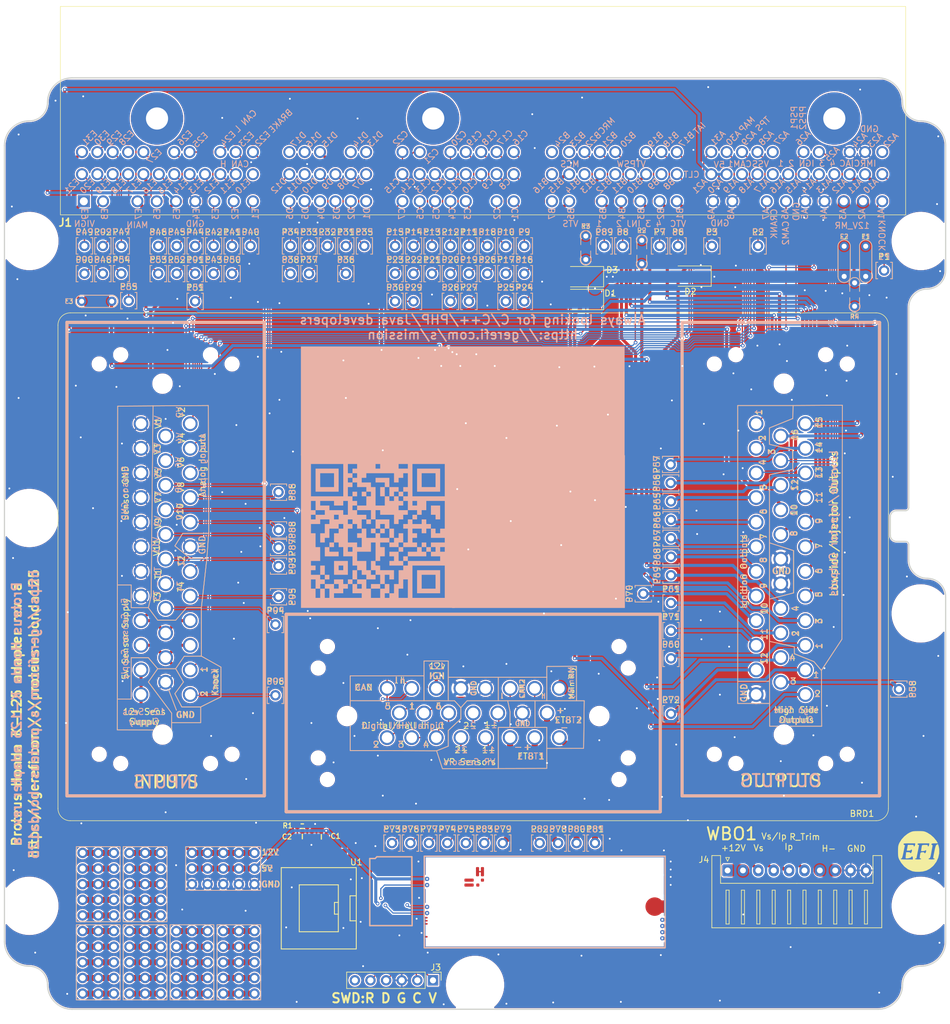
<source format=kicad_pcb>
(kicad_pcb (version 20210824) (generator pcbnew)
  (layers (0 "F.Cu" signal) (31 "B.Cu" signal) (34 "B.Paste" user) (35 "F.Paste" user) (36 "B.SilkS" user "B.Silkscreen") (37 "F.SilkS" user "F.Silkscreen") (38 "B.Mask" user) (39 "F.Mask" user) (44 "Edge.Cuts" user))
  (net 0 "")
  (net 1 "GND")
  (net 2 "/5V_SENSOR_1")
  (net 3 "/5V_SENSOR_2")
  (net 4 "/12V_PROT")
  (net 5 "/12V_MR")
  (net 6 "/OUT_MCS")
  (net 7 "Net-(F1-Pad1)")
  (net 8 "Net-(F2-Pad1)")
  (net 9 "/OUT_INJ4")
  (net 10 "/OUT_INJ2")
  (net 11 "/OUT_MAIN")
  (net 12 "/OUT_CHECK_ENGINE")
  (net 13 "/OUT_FUEL_PUMP")
  (net 14 "/OUT_IAC")
  (net 15 "/OUT_IMRC")
  (net 16 "/OUT_VTC")
  (net 17 "/OUT_INJ3")
  (net 18 "/OUT_INJ1")
  (net 19 "/OUT_IGN3")
  (net 20 "/OUT_VTS")
  (net 21 "/OUT_IGN4")
  (net 22 "/OUT_IGN2")
  (net 23 "/IN_KNOCK")
  (net 24 "/WBO_H-")
  (net 25 "/WBO_R_Trim")
  (net 26 "/WBO_Ip")
  (net 27 "/WBO_Vs{slash}Ip")
  (net 28 "/WBO_Vs")
  (net 29 "Net-(J3-Pad1)")
  (net 30 "Net-(J3-Pad2)")
  (net 31 "Net-(J3-Pad4)")
  (net 32 "Net-(J3-Pad5)")
  (net 33 "/OUT_IGN1")
  (net 34 "/IN_CRANK")
  (net 35 "/IN_VSS")
  (net 36 "/IN_CAM1")
  (net 37 "/IN_VTPSW")
  (net 38 "/IN_CAM2")
  (net 39 "/CAN_L")
  (net 40 "/CAN_H")
  (net 41 "/IN_VIGN")
  (net 42 "/IN_PPS2")
  (net 43 "/IN_TPS")
  (net 44 "/IN_BRAKE")
  (net 45 "/IN_MAP")
  (net 46 "/IN_IAT")
  (net 47 "/IN_PPS1")
  (net 48 "/IN_MRC")
  (net 49 "Net-(M1-PadJ1)")
  (net 50 "/IN_CLT")
  (net 51 "Net-(G1-Pad1)")
  (net 52 "Net-(G1-Pad12)")
  (net 53 "Net-(G1-Pad13)")
  (net 54 "Net-(G1-Pad14)")
  (net 55 "Net-(G1-Pad10)")
  (net 56 "Net-(G2-Pad1)")
  (net 57 "Net-(G2-Pad12)")
  (net 58 "Net-(G2-Pad13)")
  (net 59 "Net-(G2-Pad14)")
  (net 60 "Net-(G2-Pad10)")
  (net 61 "Net-(G3-Pad1)")
  (net 62 "Net-(G3-Pad12)")
  (net 63 "Net-(G3-Pad13)")
  (net 64 "Net-(G3-Pad14)")
  (net 65 "Net-(G3-Pad10)")
  (net 66 "Net-(G4-Pad1)")
  (net 67 "Net-(G4-Pad12)")
  (net 68 "Net-(G4-Pad13)")
  (net 69 "Net-(G4-Pad14)")
  (net 70 "Net-(G4-Pad10)")
  (net 71 "Net-(J1-PadA10)")
  (net 72 "Net-(J1-PadA28)")
  (net 73 "Net-(J1-PadA31)")
  (net 74 "Net-(J1-PadB10)")
  (net 75 "Net-(J1-PadB13)")
  (net 76 "Net-(J1-PadB18)")
  (net 77 "Net-(J1-PadB19)")
  (net 78 "Net-(J1-PadB20)")
  (net 79 "Net-(J1-PadB21)")
  (net 80 "Net-(J1-PadC1)")
  (net 81 "Net-(J1-PadC2)")
  (net 82 "Net-(J1-PadC3)")
  (net 83 "Net-(J1-PadC4)")
  (net 84 "Net-(J1-PadC5)")
  (net 85 "Net-(J1-PadC6)")
  (net 86 "Net-(J1-PadC7)")
  (net 87 "Net-(J1-PadC8)")
  (net 88 "Net-(J1-PadC9)")
  (net 89 "Net-(J1-PadC10)")
  (net 90 "Net-(J1-PadC11)")
  (net 91 "Net-(J1-PadC12)")
  (net 92 "Net-(J1-PadC13)")
  (net 93 "Net-(J1-PadC14)")
  (net 94 "Net-(J1-PadC15)")
  (net 95 "Net-(J1-PadC16)")
  (net 96 "Net-(J1-PadC17)")
  (net 97 "Net-(J1-PadC18)")
  (net 98 "Net-(J1-PadC19)")
  (net 99 "Net-(J1-PadC20)")
  (net 100 "Net-(J1-PadC21)")
  (net 101 "Net-(J1-PadC22)")
  (net 102 "Net-(J1-PadD2)")
  (net 103 "Net-(J1-PadD3)")
  (net 104 "Net-(J1-PadD5)")
  (net 105 "Net-(J1-PadD6)")
  (net 106 "Net-(J1-PadD8)")
  (net 107 "Net-(J1-PadD9)")
  (net 108 "Net-(J1-PadD10)")
  (net 109 "Net-(J1-PadD12)")
  (net 110 "Net-(J1-PadE1)")
  (net 111 "Net-(J1-PadE2)")
  (net 112 "Net-(J1-PadE3)")
  (net 113 "Net-(J1-PadE8)")
  (net 114 "Net-(J1-PadE12)")
  (net 115 "Net-(J1-PadE13)")
  (net 116 "Net-(J1-PadE14)")
  (net 117 "Net-(J1-PadE15)")
  (net 118 "Net-(J1-PadE16)")
  (net 119 "Net-(J1-PadE18)")
  (net 120 "Net-(J1-PadE19)")
  (net 121 "Net-(J1-PadE20)")
  (net 122 "Net-(J1-PadE21)")
  (net 123 "Net-(J1-PadE23)")
  (net 124 "Net-(J1-PadE25)")
  (net 125 "Net-(J1-PadE26)")
  (net 126 "Net-(J1-PadE27)")
  (net 127 "Net-(J1-PadE29)")
  (net 128 "Net-(J1-PadE30)")
  (net 129 "Net-(M1-PadW2)")
  (net 130 "Net-(M1-PadW3)")
  (net 131 "Net-(M1-PadW4)")
  (net 132 "Net-(BRD1-PadA3)")
  (net 133 "/OUT_CHARGING_LIGHT")
  (net 134 "Net-(BRD1-PadA13)")
  (net 135 "/OUT_ALTRN_CONTROL")
  (net 136 "Net-(BRD1-PadA15)")
  (net 137 "Net-(BRD1-PadA25)")
  (net 138 "Net-(BRD1-PadA26)")
  (net 139 "Net-(BRD1-PadA27)")
  (net 140 "Net-(BRD1-PadA28)")
  (net 141 "Net-(BRD1-PadA29)")
  (net 142 "Net-(BRD1-PadA30)")
  (net 143 "Net-(BRD1-PadA31)")
  (net 144 "Net-(BRD1-PadA32)")
  (net 145 "Net-(BRD1-PadB4)")
  (net 146 "Net-(BRD1-PadB5)")
  (net 147 "Net-(BRD1-PadB6)")
  (net 148 "Net-(BRD1-PadB7)")
  (net 149 "Net-(BRD1-PadB8)")
  (net 150 "Net-(BRD1-PadB11)")
  (net 151 "Net-(BRD1-PadB12)")
  (net 152 "Net-(BRD1-PadB13)")
  (net 153 "Net-(BRD1-PadB15)")
  (net 154 "Net-(BRD1-PadB21)")
  (net 155 "Net-(BRD1-PadB22)")
  (net 156 "Net-(BRD1-PadC16)")
  (net 157 "Net-(BRD1-PadC17)")
  (net 158 "Net-(BRD1-PadC18)")
  (net 159 "Net-(BRD1-PadC20)")
  (net 160 "Net-(BRD1-PadC27)")
  (net 161 "Net-(BRD1-PadC28)")
  (net 162 "Net-(BRD1-PadC31)")
  (net 163 "Net-(BRD1-PadC35)")
  (net 164 "Net-(G7-Pad1)")
  (net 165 "Net-(G7-Pad12)")
  (net 166 "Net-(G7-Pad13)")
  (net 167 "Net-(G7-Pad14)")
  (net 168 "Net-(G7-Pad10)")
  (net 169 "Net-(G8-Pad1)")
  (net 170 "Net-(G8-Pad12)")
  (net 171 "Net-(G8-Pad13)")
  (net 172 "Net-(G8-Pad14)")
  (net 173 "Net-(G8-Pad10)")
  (net 174 "Net-(F3-Pad1)")
  (net 175 "unconnected-(U1-Pad1)")
  (net 176 "unconnected-(U1-Pad5)")
  (net 177 "unconnected-(U1-Pad6)")
  (net 178 "unconnected-(U1-Pad7)")
  (net 179 "unconnected-(U1-Pad8)")
  (net 180 "Net-(BRD1-PadA10)")
  (net 181 "Net-(BRD1-PadA11)")
  (net 182 "/OUT_ETB_RELAY")
  (net 183 "Net-(J1-PadA12)")
  (footprint "hellen-one-common:PAD-TH" (layer "F.Cu") (at 203.349999 147.3 90)
    (fp_text reference "P69")
    (fp_text value "Pad" hide)
  )
  (footprint "hellen-one-common:PAD-TH" (layer "F.Cu") (at 167.5 93.8)
    (fp_text reference "P12")
    (fp_text value "Pad" hide)
  )
  (footprint "hellen-one-common:PAD-TH" (layer "F.Cu") (at 126 102.8)
    (fp_text reference "P51")
    (fp_text value "Pad" hide)
  )
  (footprint "Diode_SMD:D_SMA" (layer "F.Cu") (at 206.500001 98.7 180)
    (fp_text reference "D2")
    (fp_text value "D_Schottky")
  )
  (footprint "hellen-one-common:PAD-TH" (layer "F.Cu") (at 139.549999 133.8 -90)
    (fp_text reference "P86")
    (fp_text value "Pad" hide)
  )
  (footprint "hellen-one-common:PAD-TH" (layer "F.Cu") (at 147.5 93.8)
    (fp_text reference "P32")
    (fp_text value "Pad" hide)
  )
  (footprint "hellen-one-common:PROTO_AREA" (layer "F.Cu") (at 115.32 202.56 90)
    (fp_text reference "G7" hide)
    (fp_text value "PROTO_AREA" hide)
  )
  (footprint "hellen-one-common:PAD-TH" (layer "F.Cu") (at 176 190.8)
    (fp_text reference "P79")
    (fp_text value "Pad" hide)
  )
  (footprint "hellen-one-common:PAD-TH" (layer "F.Cu") (at 135 93.8)
    (fp_text reference "P40")
    (fp_text value "Pad" hide)
  )
  (footprint "hellen-one-common:R0603" (layer "F.Cu") (at 143.416013 188.063001)
    (fp_text reference "R1")
    (fp_text value "51k" hide)
  )
  (footprint "hellen-one-common:PAD-TH" (layer "F.Cu") (at 188 190.8)
    (fp_text reference "P80")
    (fp_text value "Pad" hide)
  )
  (footprint "hellen-one-common:PAD-TH" (layer "F.Cu") (at 132 98.3)
    (fp_text reference "P50")
    (fp_text value "Pad" hide)
  )
  (footprint "hellen-one-common:PAD-TH" (layer "F.Cu") (at 179.5 102.8)
    (fp_text reference "P24")
    (fp_text value "Pad" hide)
  )
  (footprint "hellen-one-common:PAD-1206-PAD" (layer "F.Cu") (at 231.5 96.3 -90)
    (fp_text reference "F2")
    (fp_text value "Fuse-Pad-Pad" hide)
  )
  (footprint "hellen-one-can-0.1:can" (layer "F.Cu") (at 154.281663 192.937501 -90)
    (fp_text reference "M2" hide)
    (fp_text value "Module-can-0.1" hide)
  )
  (footprint "hellen-one-common:PAD-TH" (layer "F.Cu") (at 203.349999 156.3)
    (fp_text reference "P71")
    (fp_text value "Pad" hide)
  )
  (footprint "hellen-one-common:PAD-TH" (layer "F.Cu") (at 203.349999 160.8)
    (fp_text reference "P60")
    (fp_text value "Pad" hide)
  )
  (footprint "hellen-one-common:PROTO_AREA" (layer "F.Cu") (at 107.7 202.56 90)
    (fp_text reference "G2" hide)
    (fp_text value "PROTO_AREA" hide)
  )
  (footprint "hellen-one-common:PAD-TH" (layer "F.Cu") (at 173 190.8)
    (fp_text reference "P83")
    (fp_text value "Pad" hide)
  )
  (footprint "hellen-one-common:PROTO_AREA" (layer "F.Cu") (at 135.64 197.48 180)
    (fp_text reference "G5" hide)
    (fp_text value "PROTO_AREA" hide)
  )
  (footprint "kicad6-libraries:gerefi_logo" (layer "F.Cu") (at 243.6 192.2)
    (fp_text reference "G6" hide)
    (fp_text value "gerefi_LOGO" hide)
  )
  (footprint "hellen-one-common:PAD-TH" (layer "F.Cu") (at 179.5 98.3)
    (fp_text reference "P16")
    (fp_text value "Pad" hide)
  )
  (footprint "hellen-one-common:PAD-TH" (layer "F.Cu") (at 170.5 93.8)
    (fp_text reference "P11")
    (fp_text value "Pad" hide)
  )
  (footprint "hellen-one-common:PAD-TH" (layer "F.Cu") (at 203.349999 135.3 90)
    (fp_text reference "P65")
    (fp_text value "Pad" hide)
  )
  (footprint "hellen-one-common:PAD-TH" (layer "F.Cu") (at 170.5 98.3)
    (fp_text reference "P19")
    (fp_text value "Pad" hide)
  )
  (footprint "hellen-one-common:PAD-TH" (layer "F.Cu") (at 185 190.8)
    (fp_text reference "P78")
    (fp_text value "Pad" hide)
  )
  (footprint "MountingHole:MountingHole_4.5mm" (layer "F.Cu") (at 99.05 93)
    (fp_text reference "J9" hide)
    (fp_text value "Conn_01x01")
  )
  (footprint "hellen-one-common:PAD-TH" (layer "F.Cu") (at 203.349999 138.3 90)
    (fp_text reference "P66")
    (fp_text value "Pad" hide)
  )
  (footprint "hellen-one-common:PAD-TH" (layer "F.Cu") (at 164.5 98.3)
    (fp_text reference "P21")
    (fp_text value "Pad" hide)
  )
  (footprint "hellen-one-common:PAD-TH" (layer "F.Cu") (at 238 97.8)
    (fp_text reference "P1")
    (fp_text value "Pad" hide)
  )
  (footprint "hellen-one-common:PAD-TH" (layer "F.Cu") (at 182 190.8)
    (fp_text reference "P82")
    (fp_text value "Pad" hide)
  )
  (footprint "hellen-one-common:PAD-TH" (layer "F.Cu") (at 141.5 98.3)
    (fp_text reference "P38")
    (fp_text value "Pad" hide)
  )
  (footprint "hellen-one-common:PAD-TH" (layer "F.Cu") (at 139.049999 155.3)
    (fp_text reference "P94")
    (fp_text value "Pad" hide)
  )
  (footprint "hellen-one-common:PAD-1206-PAD" (layer "F.Cu") (at 235 96.3 -90)
    (fp_text reference "F1")
    (fp_text value "Fuse-Pad-Pad" hide)
  )
  (footprint "hellen-one-common:PAD-TH" (layer "F.Cu") (at 158 190.8)
    (fp_text reference "P73")
    (fp_text value "Pad" hide)
  )
  (footprint "hellen-one-common:PAD-0805-PAD" (layer "F.Cu") (at 198.6 94.8 -90)
    (fp_text reference "R2")
    (fp_text value "Jumper-Pad-Pad" hide)
  )
  (footprint "hellen-one-common:PAD-TH" (layer "F.Cu") (at 191 190.8)
    (fp_text reference "P81")
    (fp_text value "Pad" hide)
  )
  (footprint "hellen-one-common:PAD-TH" (layer "F.Cu") (at 161.5 102.8)
    (fp_text reference "P29")
    (fp_text value "Pad" hide)
  )
  (footprint "Connector_JST:JST_XH_S10B-XH-A_1x10_P2.50mm_Horizontal" (layer "F.Cu") (at 212.55 195.25)
    (fp_text reference "J4")
    (fp_text value "XH-10AW")
  )
  (footprint "MountingHole:MountingHole_4.5mm" (layer "F.Cu") (at 99.05 201)
    (fp_text reference "J13" hide)
    (fp_text value "Conn_01x01")
  )
  (footprint "hellen-one-common:PAD-TH" (layer "F.Cu") (at 179.5 93.8)
    (fp_text reference "P9")
    (fp_text value "Pad" hide)
  )
  (footprint "hellen-one-common:PAD-TH" (layer "F.Cu") (at 120 98.3)
    (fp_text reference "P53")
    (fp_text value "Pad" hide)
  )
  (footprint "hellen-one-common:PAD-TH" (layer "F.Cu") (at 170.5 102.8)
    (fp_text reference "P27")
    (fp_text value "Pad" hide)
  )
  (footprint "hellen-one-common:PAD-TH" (layer "F.Cu") (at 144.5 98.3)
    (fp_text reference "P37")
    (fp_text value "Pad" hide)
  )
  (footprint "hellen-one-common:PAD-TH" (layer "F.Cu") (at 129 98.3)
    (fp_text reference "P43")
    (fp_text value "Pad" hide)
  )
  (footprint "MountingHole:MountingHole_4.5mm" (layer "F.Cu") (at 171.5 213.85)
    (fp_text reference "J10" hide)
    (fp_text value "Conn_01x01")
  )
  (footprint "hellen-one-common:PAD-TH" (layer "F.Cu") (at 126 93.8)
    (fp_text reference "P44")
    (fp_text value "Pad" hide)
  )
  (footprint "MountingHole:MountingHole_4.5mm" (layer "F.Cu") (at 243.95 153.5)
    (fp_text reference "J8" hide)
    (fp_text value "Conn_01x01")
  )
  (footprint "Diode_SMD:D_SMA" (layer "F.Cu") (at 189 98.8 180)
    (fp_text reference "D3")
    (fp_text value "DNP")
  )
  (footprint "hellen-one-wbo-0.3:wbo" (layer "F.Cu") (at 163.15 207.925)
    (fp_text reference "M1" hide)
    (fp_text value "Module-wbo-0.3" hide)
  )
  (footprint "hellen-one-common:PAD-TH" (layer "F.Cu") (at 210 93.8)
    (fp_text reference "P3")
    (fp_text value "Pad" hide)
  )
  (footprint "Connector_PinHeader_2.54mm:PinHeader_1x06_P2.54mm_Vertical" (layer "F.Cu") (at 164.66 213.1 -90)
    (fp_text reference "J3")
    (fp_text value "Conn_01x06")
  )
  (footprint "hellen-one-common:PAD-TH" (layer "F.Cu") (at 111 93.8)
    (fp_text reference "P92")
    (fp_text value "Pad" hide)
  )
  (footprint "hellen-one-common:PAD-TH" (layer "F.Cu") (at 192.5 93.8)
    (fp_text reference "P89")
    (fp_text value "Pad" hide)
  )
  (footprint "hellen-one-common:PAD-TH" (layer "F.Cu") (at 195.5 93.8)
    (fp_text reference "P8")
    (fp_text value "Pad" hide)
  )
  (footprint "hellen-one-common:PAD-0805-PAD" (layer "F.Cu") (at 233.2 101.7 -90)
    (fp_text reference "R4")
    (fp_text value "Jumper-Pad-Pad" hide)
  )
  (footprint "hellen-one-common:C0603" (layer "F.Cu") (at 143.426013 189.763001 180)
    (fp_text reference "C2")
    (fp_text value "47p" hide)
  )
  (footprint "hellen-one-common:PAD-TH" (layer "F.Cu") (at 167 190.8)
    (fp_text reference "P74")
    (fp_text value "Pad" hide)
  )
  (footprint "hellen-one-common:PAD-TH" (layer "F.Cu") (at 129 93.8)
    (fp_text reference "P42")
    (fp_text value "Pad" hide)
  )
  (footprint "hellen-one-common:PAD-TH" (layer "F.Cu") (at 204.5 93.8)
    (fp_text reference "P6")
    (fp_text value "Pad" hide)
  )
  (footprint "hellen-one-common:PAD-TH" (layer "F.Cu") (at 150.5 93.8)
    (fp_text reference "P31")
    (fp_text value "Pad" hide)
  )
  (footprint "hellen-one-common:PAD-TH" (layer "F.Cu") (at 203.349999 141.3 90)
    (fp_text reference "P67")
    (fp_text value "Pad" hide)
  )
  (footprint "hellen-one-common:PAD-TH" (layer "F.Cu") (at 203.3 129.3 90)
    (fp_text reference "P57")
    (fp_text value "Pad" hide)
  )
  (footprint "hellen-one-common:PAD-TH" (layer "F.Cu") (at 153.5 93.8)
    (fp_text reference "P35")
    (fp_text value "Pad" hide)
  )
  (footprint "hellen-one-common:PAD-TH" (layer "F.Cu") (at 164.5 93.8)
    (fp_text reference "P13")
    (fp_text value "Pad" hide)
  )
  (footprint "hellen-one-common:PAD-TH" (layer "F.Cu") (at 120 93.8)
    (fp_text reference "P46")
    (fp_text value "Pad" hide)
  )
  (footprint "hellen-one-common:PAD-TH" (layer "F.Cu") (at 176.5 93.8)
    (fp_text reference "P10")
    (fp_text value "Pad" hide)
  )
  (footprint "hellen-one-common:PAD-TH" (layer "F.Cu") (at 203.349999 169.8)
    (fp_text reference "P72")
    (fp_text value "Pad" hide)
  )
  (footprint "hellen-one-common:PAD-TH" (layer "F.Cu") (at 158.5 93.8)
    (fp_text reference "P15")
    (fp_text value "Pad" hide)
  )
  (footprint "hellen-one-common:PAD-TH" (layer "F.Cu") (at 203.349999 151.8)
    (fp_text reference "P61")
    (fp_text value "Pad" hide)
  )
  (footprint "hellen-one-common:PAD-TH" (layer "F.Cu") (at 139.549999 150.8 -90)
    (fp_text reference "P95")
    (fp_text value "Pad" hide)
  )
  (footprint "hellen-one-common:PAD-TH" (layer "F.Cu") (at 173.5 98.3)
    (fp_text reference "P26")
    (fp_text value "Pad" hide)
  )
  (footprint "hellen-one-common:PAD-TH" (layer "F.Cu") (at 150.5 98.3)
    (fp_text reference "P36")
    (fp_text value "Pad" hide)
  )
  (footprint "hellen-one-common:PROTO_AREA" (layer "F.Cu") (at 122.940001 215.26 90)
    (fp_text reference "G1" hide)
    (fp_text value "PROTO_AREA" hide)
  )
  (footprint "hellen-one-common:PAD-TH" (layer "F.Cu") (at 108 93.8)
    (fp_text reference "P49")
    (fp_text value "Pad" hide)
  )
  (footprint "hellen-one-common:PAD-TH" (layer "F.Cu") (at 139.049999 166.8)
    (fp_text reference "P96")
    (fp_text value "Pad" hide)
  )
  (footprint "hellen-one-common:PROTO_AREA" (layer "F.Cu") (at 107.7 215.26 90)
    (fp_text reference "G8" hide)
    (fp_text value "PROTO_AREA" hide)
  )
  (footprint "hellen-one-common:PAD-TH" (layer "F.Cu") (at 173.5 93.8)
    (fp_text reference "P18")
    (fp_text value "Pad" hide)
  )
  (footprint "hellen-one-common:PAD-TH" (layer "F.Cu") (at 158.5 102.8)
    (fp_text reference "P30")
    (fp_text value "Pad" hide)
  )
  (footprint "hellen-one-common:PAD-TH" (layer "F.Cu") (at 139.549999 139.95 -90)
    (fp_text reference "P88")
    (fp_text value "Pad" hide)
  )
  (footprint "hellen-one-common:PROTO_AREA" (layer "F.Cu") (at 115.32 215.259999 90)
    (fp_text reference "G4" hide)
    (fp_text value "PROTO_AREA" hide)
  )
  (footprint "hellen-one-common:PAD-TH" (layer "F.Cu") (at 176.5 98.3)
    (fp_text reference "P17")
    (fp_text value "Pad" hide)
  )
  (footprint "hellen-one-common:PAD-TH" (layer "F.Cu") (at 170 190.8)
    (fp_text reference "P75")
    (fp_text value "Pad" hide)
  )
  (footprint "hellen-one-common:PAD-TH" (layer "F.Cu") (at 123 93.8)
    (fp_text reference "P45")
    (fp_text value "Pad" hide)
  )
  (footprint "hellen-one-common:PAD-TH" (layer "F.Cu") (at 161.5 93.8)
    (fp_text reference "P14")
    (fp_text value "Pad" hide)
  )
  (footprint "MountingHole:MountingHole_4.5mm" (layer "F.Cu") (at 243.95 93)
    (fp_text reference "J11" hide)
    (fp_text value "Conn_01x01")
  )
  (footprint "hellen-one-common:PAD-0805-PAD" (layer "F.Cu") (at 189.5 94.1 -90)
    (fp_text reference "R3")
    (fp_text value "Jumper-Pad-Pad" hide)
  )
  (footprint "hellen-one-common:PAD-TH" (layer "F.Cu") (at 161 190.8)
    (fp_text reference "P76")
    (fp_text value "Pad" hide)
  )
  (footprint "hellen-one-common:PAD-TH" (layer "F.Cu") (at 108 98.3)
    (fp_text reference "P90")
    (fp_text value "Pad" hide)
  )
  (footprint "hellen-one-common:PAD-TH" (layer "F.Cu") (at 126 98.3)
    (fp_text reference "P91")
    (fp_text value "Pad" hide)
  )
  (footprint "hellen-one-common:PAD-TH" (layer "F.Cu") (at 240.4 165.8 -90)
    (fp_text reference "P58")
    (fp_text value "Pad" hide)
  )
  (footprint "hellen-one-common:PAD-TH" (layer "F.Cu") (at 167.5 98.3)
    (fp_text reference "P20")
    (fp_text value "Pad" hide)
  )
  (footprint "Diode_SMD:D_SMA" (layer "F.Cu") (at 189 102.5 180)
    (fp_text reference "D1")
    (fp_text value "D_Schottky")
  )
  (footprint "MountingHole:MountingHole_4.5mm" (layer "F.Cu") (at 99.05 138)
    (fp_text reference "J7" hide)
    (fp_text value "Conn_01x01")
  )
  (footprint "kicad6-libraries:proteus" (layer "F.Cu") (at 238.7 104.725 180)
    (fp_text reference "BRD1")
    (fp_text value "proteus")
  )
  (footprint "hellen-one-common:PAD-TH" (layer "F.Cu") (at 139.549999 142.8 -90)
    (fp_text reference "P87")
    (fp_text value "Pad" hide)
  )
  (footprint "hellen-one-common:PAD-TH" (layer "F.Cu") (at 201.5 93.8)
    (fp_text reference "P7")
    (fp_text value "Pad" hide)
  )
  (footprint "hellen-one-common:PAD-TH" (layer "F.Cu") (at 115.2 102.7)
    (fp_text reference "P55")
    (fp_text value "Pad" hide)
  )
  (footprint "hellen-one-common:PAD-TH" (layer "F.Cu") (at 164 190.8)
    (fp_text reference "P77")
    (fp_text value "Pad" hide)
  )
  (footprint "hellen-one-common:PAD-TH" (layer "F.Cu") (at 123 98.3)
    (fp_text reference "P52")
    (fp_text value "Pad" hide)
  )
  (footprint "hellen-one-common:PAD-TH" (layer "F.Cu") (at 176.5 102.8)
    (fp_text reference "P25")
    (fp_text value "Pad" hide)
  )
  (footprint "hellen-one-common:PAD-TH" (layer "F.Cu") (at 139.549999 145.8 -90)
    (fp_text reference "P93")
    (fp_text value "Pad" hide)
  )
  (footprint "hellen-one-common:PAD-TH" (layer "F.Cu") (at 198.849999 150.3 90)
    (fp_text reference "P70")
    (fp_text value "Pad" hide)
  )
  (footprint "hellen-one-common:PAD-TH" (layer "F.Cu") (at 161.5 98.3)
    (fp_text reference "P22")
    (fp_text value "Pad" hide)
  )
  (footprint "hellen-one-common:PAD-TH" (layer "F.Cu") (at 217.5 93.8)
    (fp_text reference "P2")
    (fp_text value "Pad" hide)
  )
  (footprint "hellen-one-common:PAD-1206-PAD" (layer "F.Cu") (at 110 102.8)
    (fp_text reference "F3")
    (fp_text value "Fuse-Pad-Pad" hide)
  )
  (footprint "hellen-one-common:PAD-TH" (layer "F.Cu") (at 141.5 93.8)
    (fp_text reference "P34")
    (fp_text value "Pad" hide)
  )
  (footprint "hellen-one-common:PAD-TH" (layer "F.Cu") (at 167.5 102.8)
    (fp_text reference "P28")
    (fp_text value "Pad" hide)
  )
  (footprint "hellen-one-common:PAD-TH" (layer "F.Cu") (at 132 93.8)
    (fp_text reference "P41")
    (fp_text value "Pad" hide)
  )
  (footprint "MountingHole:MountingHole_4.5mm" (layer "F.Cu") (at 243.95 201)
    (fp_text reference "J12" hide)
    (fp_text value "Conn_01x01")
  )
  (footprint "kicad6-libraries:TE_1318612-1" (layer "F.Cu") (at 172.8 71.825)
    (fp_text reference "J1")
    (fp_text value "1318612-1" hide)
  )
  (footprint "hellen-one-common:PAD-TH" (layer "F.Cu") (at 203.349999 144.3 90)
    (fp_text reference "P68")
    (fp_text value "Pad" hide)
  )
  (footprint "hellen-one-common:C0603" (layer "F.Cu") (at 146.516014 189.763001)
    (fp_text reference "C1")
    (fp_text value "100n" hide)
  )
  (footprint "hellen-one-common:PAD-TH" (layer "F.Cu") (at 114 98.3)
    (fp_text reference "P54")
    (fp_text value "Pad" hide)
  )
  (footprint "hellen-one-common:PROTO_AREA" (layer "F.Cu") (at 130.56 215.259999 90)
    (fp_text reference "G3" hide)
    (fp_text value "PROTO_AREA" hide)
  )
  (footprint "kicad6-libraries:MPX_SOP_SSOP" (layer "F.Cu") (at 146.1 201.4 -90)
    (fp_text reference "U1")
    (fp_text value "MPXxx6115A")
  )
  (footprint "hellen-one-common:PAD-TH" (layer "F.Cu") (at 111 98.3)
    (fp_text reference "P48")
    (fp_text value "Pad" hide)
  )
  (footprint "hellen-one-common:PAD-TH" (layer "F.Cu") (at 203.3 132.3 90)
    (fp_text reference "P56")
    (fp_text value "Pad" hide)
  )
  (footprint "hellen-one-common:PAD-TH" (layer "F.Cu") (at 158.5 98.3)
    (fp_text reference "P23")
    (fp_text value "Pad" hide)
  )
  (footprint "hellen-one-common:PAD-TH" (layer "F.Cu") (at 144.5 93.8)
    (fp_text reference "P33")
    (fp_text value "Pad" hide)
  )
  (footprint "hellen-one-common:PAD-TH" (layer "F.Cu") (at 114 93.8)
    (fp_text reference "P47")
    (fp_text value "Pad" hide)
  )
  (footprint "LOGO" (layer "B.Cu") (at 155.7 140.1 180)
    (fp_text reference "G***" hide)
    (fp_text value "LOGO" hide)
  )
  (gr_rect (start 143.25 127.8) (end 195.75 110.2) (layer "B.SilkS") (width 0.12) (fill solid))
  (gr_rect (start 167.8 152.55) (end 195.8 127.85) (layer "B.SilkS") (width 0.12) (fill solid))
  (gr_arc (start 99 70.500001) (end 102 70.5) (angle 90) (layer "Edge.Cuts") (width 0.2))
  (gr_line (start 248 97.8) (end 248 77.5) (layer "Edge.Cuts") (width 0.2))
  (gr_arc (start 105.999996 213.8) (end 105.999998 217.8) (angle 90) (layer "Edge.Cuts") (width 0.2))
  (gr_line (start 106 66.5) (end 237 66.5) (layer "Edge.Cuts") (width 0.2))
  (gr_arc (start 244.000002 206.8) (end 248 206.8) (angle 90) (layer "Edge.Cuts") (width 0.2))
  (gr_line (start 241.5 141.8) (end 240 141.8) (layer "Edge.Cuts") (width 0.2))
  (gr_line (start 106 217.8) (end 237 217.8) (layer "Edge.Cuts") (width 0.2))
  (gr_arc (start 240 140.800003) (end 240 141.8) (angle 90) (layer "Edge.Cuts") (width 0.2))
  (gr_arc (start 98.999996 206.8) (end 94.999998 206.8) (angle -90) (layer "Edge.Cuts") (width 0.2))
  (gr_line (start 239 140.8) (end 239 137.8) (layer "Edge.Cuts") (width 0.2))
  (gr_arc (start 245 103.8) (end 245 100.8) (angle -90) (layer "Edge.Cuts") (width 0.2))
  (gr_arc (start 244 213.8) (end 241 213.8) (angle 90) (layer "Edge.Cuts") (width 0.2))
  (gr_arc (start 105.999998 70.500001) (end 106 66.5) (angle -90) (layer "Edge.Cuts") (width 0.2))
  (gr_line (start 94.999998 206.8) (end 95 77.5) (layer "Edge.Cuts") (width 0.2))
  (gr_arc (start 237.000002 70.500001) (end 237 66.5) (angle 90) (layer "Edge.Cuts") (width 0.2))
  (gr_arc (start 245 150.8) (end 248 150.8) (angle -90) (layer "Edge.Cuts") (width 0.2))
  (gr_line (start 240 136.8) (end 241.5 136.8) (layer "Edge.Cuts") (width 0.2))
  (gr_arc (start 98.999998 213.8) (end 101.999998 213.8) (angle -90) (layer "Edge.Cuts") (width 0.2))
  (gr_arc (start 244 70.500001) (end 241 70.5) (angle -90) (layer "Edge.Cuts") (width 0.2))
  (gr_arc (start 241.5 142.299999) (end 242 142.3) (angle -90) (layer "Edge.Cuts") (width 0.2))
  (gr_arc (start 241.500001 136.3) (end 242 136.3) (angle 90) (layer "Edge.Cuts") (width 0.2))
  (gr_arc (start 239.999997 137.8) (end 240 136.8) (angle -90) (layer "Edge.Cuts") (width 0.2))
  (gr_line (start 242 136.3) (end 242 103.8) (layer "Edge.Cuts") (width 0.2))
  (gr_line (start 242 144.8) (end 242 142.3) (layer "Edge.Cuts") (width 0.2))
  (gr_arc (start 245 97.8) (end 248 97.8) (angle 90) (layer "Edge.Cuts") (width 0.2))
  (gr_arc (start 237.000002 213.8) (end 237 217.8) (angle -90) (layer "Edge.Cuts") (width 0.2))
  (gr_arc (start 98.999999 77.5) (end 95 77.5) (angle 90) (layer "Edge.Cuts") (width 0.2))
  (gr_arc (start 245 144.8) (end 245 147.8) (angle 90) (layer "Edge.Cuts") (width 0.2))
  (gr_line (start 248 206.8) (end 248 150.8) (layer "Edge.Cuts") (width 0.2))
  (gr_arc (start 244.000001 77.5) (end 248 77.5) (angle -90) (layer "Edge.Cuts") (width 0.2))
  (gr_text "KNOCK" (at 237.7 92.1 90) (layer "B.SilkS") (effects (font (size 1 1)) (justify mirror)))
  (gr_text "CAN L" (at 134.2 73.5 45) (layer "B.SilkS") (effects (font (size 1 1)) (justify mirror)))
  (gr_text "IAC" (at 231.9 80.4) (layer "B.SilkS") (effects (font (size 1 1)) (justify mirror)))
  (gr_text "5V" (at 211.2 80.6) (layer "B.SilkS") (effects (font (size 1 1)) (justify mirror)))
  (gr_text "4 3 IGN 2 1" (at 225.4 80.4) (layer "B.SilkS") (effects (font (size 1 1)) (justify mirror)))
  (gr_text "4 3 INJ 2   1" (at 196.5 90.2) (layer "B.SilkS") (effects (font (size 1 1)) (justify mirror)))
  (gr_text "PSP1" (at 223.4 73 90) (layer "B.SilkS") (effects (font (size 1 1)) (justify mirror)))
  (gr_text "5V" (at 138.8 194.94) (layer "B.SilkS") (effects (font (size 1 1)) (justify left mirror)))
  (gr_text "CAN H" (at 132.4 80.5) (layer "B.SilkS") (effects (font (size 1 1)) (justify mirror)))
  (gr_text "12V_MR" (at 232.8 90.5) (layer "B.SilkS") (effects (font (size 1 1)) (justify mirror)))
  (gr_text "IAT" (at 208 74.7 45) (layer "B.SilkS") (effects (font (size 1 1)) (justify mirror)))
  (gr_text "GND" (at 126 90.2) (layer "B.SilkS") (effects (font (size 1 1)) (justify mirror)))
  (gr_text "VTS" (at 187 90.2) (layer "B.SilkS") (effects (font (size 1 1)) (justify mirror)))
  (gr_text "PPS2" (at 224.8 73 90) (layer "B.SilkS") (effects (font (size 1 1)) (justify mirror)))
  (gr_text "VTC" (at 204.5 90.2) (layer "B.SilkS") (effects (font (size 1 1)) (justify mirror)))
  (gr_text "TPS" (at 218.3 74 45) (layer "B.SilkS") (effects (font (size 1 1)) (justify mirror)))
  (gr_text "MAP" (at 215.7 74.1 45) (layer "B.SilkS") (effects (font (size 1 1)) (justify mirror)))
  (gr_text "https://gerefi.com/s/proteus-honda125" (at 99.8 169.9 90) (layer "B.SilkS") (effects (font (size 1.5 1.5) (thickness 0.3)) (justify mirror)))
  (gr_text "CAM2" (at 222 91.7 90) (layer "B.SilkS") (effects (font (size 1 1)) (justify mirror)))
  (gr_text "VTPSW" (at 196.9 80.5) (layer "B.SilkS") (effects (font (size 1 1)) (justify mirror)))
  (gr_text "MAIN" (at 116.6 90.4) (layer "B.SilkS") (effects (font (size 1 1)) (justify mirror)))
  (gr_text "Proteus Honda K-125 adapter rev. a" (at 97 169.8 90) (layer "B.SilkS") (effects (font (size 1.5 1.5) (thickness 0.3)) (justify mirror)))
  (gr_text "GND" (at 235.6 74.8) (layer "B.SilkS") (effects (font (size 1 1)) (justify mirror)))
  (gr_text "CRANK" (at 220.1 90.2 90) (layer "B.SilkS") (effects (font (size 1 1)) (justify mirror)))
  (gr_text "VSS" (at 217.9 80.5) (layer "B.SilkS") (effects (font (size 1 1)) (justify mirror)))
  (gr_text "GND" (at 211.3 90.1) (layer "B.SilkS") (effects (font (size 1 1)) (justify mirror)))
  (gr_text "Always looking for C/C++/PHP/Java developers\nhttps://gerefi.com/s/mission" (at 171.1 107) (layer "B.SilkS") (effects (font (size 1.5 1.5) (thickness 0.25)) (justify mirror)))
  (gr_text "CAM1" (at 214.5 80.5) (layer "B.SilkS") (effects (font (size 1 1)) (justify mirror)))
  (gr_text "CLT" (at 206.7 82.2) (layer "B.SilkS") (effects (font (size 1 1)) (justify mirror)))
  (gr_text "MCS" (at 186.9 80.5) (layer "B.SilkS") (effects (font (size 1 1)) (justify mirror)))
  (gr_text "BRAKE" (at 139.9 73.5 45) (layer "B.SilkS") (effects (font (size 1 1)) (justify mirror)))
  (gr_text "IMRC" (at 234.9 80.4) (layer "B.SilkS") (effects (font (size 1 1)) (justify mirror)))
  (gr_text "MRC" (at 192.9 74.3 45) (layer "B.SilkS") (effects (font (size 1 1)) (justify mirror)))
  (gr_text "GND" (at 139.853618 197.5) (layer "B.SilkS") (effects (font (size 1 1)) (justify left mirror)))
  (gr_text "VIGN" (at 108 90.2) (layer "B.SilkS") (effects (font (size 1 1)) (justify mirror)))
  (gr_text "GND" (at 223.7 88.2 90) (layer "B.SilkS") (effects (font (size 1 1)) (justify mirror)))
  (gr_text "12V" (at 139.853618 192.3) (layer "B.SilkS") (effects (font (size 1 1)) (justify left mirror)))
  (gr_text "5V" (at 136.656 194.94) (layer "F.SilkS") (effects (font (size 1 1)) (justify left)))
  (gr_text "R_Trim" (at 225.1 189.8) (layer "F.SilkS") (effects (font (size 1 1))))
  (gr_text "GND" (at 233.5 191.7) (layer "F.SilkS") (effects (font (size 1 1))))
  (gr_text "12V" (at 136.7 192.3) (layer "F.SilkS") (effects (font (size 1 1)) (justify left)))
  (gr_text "Ip" (at 222.5 191.4) (layer "F.SilkS") (effects (font (size 1 1))))
  (gr_text "Vs" (at 217.6 191.6) (layer "F.SilkS") (effects (font (size 1 1))))
  (gr_text "WBO1" (at 213.2 189.3) (layer "F.SilkS") (effects (font (size 2 2) (thickness 0.3))))
  (gr_text "H-" (at 229 191.7) (layer "F.SilkS") (effects (font (size 1 1))))
  (gr_text "G" (at 159.530001 216) (layer "F.SilkS") (effects (font (size 1.524 1.524) (thickness 0.3048))))
  (gr_text "https://gerefi.com/s/proteus-honda125" (at 99.8 169.8 90) (layer "F.SilkS") (effects (font (size 1.5 1.5) (thickness 0.3))))
  (gr_text "Vs/Ip" (at 220.1 189.7) (layer "F.SilkS") (effects (font (size 1 1))))
  (gr_text "D" (at 156.99 216) (layer "F.SilkS") (effects (font (size 1.524 1.524) (thickness 0.3048))))
  (gr_text "SWD:R" (at 151.656 216) (layer "F.SilkS") (effects (font (size 1.524 1.524) (thickness 0.3048))))
  (gr_text "Proteus Honda K-125 adapter rev. a" (at 97 169.9 90) (layer "F.SilkS") (effects (font (size 1.5 1.5) (thickness 0.3))))
  (gr_text "+12V" (at 213.5 191.6) (layer "F.SilkS") (effects (font (size 1 1))))
  (gr_text "GND" (at 136.7 197.5) (layer "F.SilkS") (effects (font (size 1 1)) (justify left)))
  (gr_text "C" (at 162.07 216) (layer "F.SilkS") (effects (font (size 1.524 1.524) (thickness 0.3048))))
  (gr_text "V" (at 164.61 216) (layer "F.SilkS") (effects (font (size 1.524 1.524) (thickness 0.3048))))
  (via (at 114.1 147.4) (size 0.6) (drill 0.3) (layers "F.Cu" "B.Cu") (net 1))
  (via (at 243.2 186.5) (size 0.6) (drill 0.3) (layers "F.Cu" "B.Cu") (net 1))
  (via (at 211.3 166.7) (size 0.6) (drill 0.3) (layers "F.Cu" "B.Cu") (net 1))
  (via (at 197.9 79.7) (size 0.6) (drill 0.3) (layers "F.Cu" "B.Cu") (net 1))
  (via (at 144.9 171.3) (size 0.6) (drill 0.3) (layers "F.Cu" "B.Cu") (net 1))
  (via (at 193.8 101.7) (size 0.6) (drill 0.3) (layers "F.Cu" "B.Cu") (net 1))
  (via (at 177.3 138.5) (size 0.6) (drill 0.3) (layers "F.Cu" "B.Cu") (net 1))
  (via (at 135.9 187.5) (size 0.6) (drill 0.3) (layers "F.Cu" "B.Cu") (net 1))
  (via (at 214.3 123.8) (size 0.6) (drill 0.3) (layers "F.Cu" "B.Cu") (net 1))
  (via (at 211.1 84.5) (size 0.6) (drill 0.3) (layers "F.Cu" "B.Cu") (net 1))
  (via (at 193.4 190.1) (size 0.6) (drill 0.3) (layers "F.Cu" "B.Cu") (net 1))
  (via (at 150.5 118.5) (size 0.6) (drill 0.3) (layers "F.Cu" "B.Cu") (net 1))
  (via (at 106.6 116.5) (size 0.6) (drill 0.3) (layers "F.Cu" "B.Cu") (net 1))
  (via (at 169.1 113.3) (size 0.6) (drill 0.3) (layers "F.Cu" "B.Cu") (net 1))
  (via (at 163.8 208.6) (size 0.6) (drill 0.3) (layers "F.Cu" "B.Cu") (net 1))
  (via (at 135.1 80.2) (size 0.6) (drill 0.3) (layers "F.Cu" "B.Cu") (net 1))
  (via (at 208.3 100.5) (size 0.6) (drill 0.3) (layers "F.Cu" "B.Cu") (net 1))
  (via (at 176.6 125) (size 0.6) (drill 0.3) (layers "F.Cu" "B.Cu") (net 1))
  (via (at 183.9 162.9) (size 0.6) (drill 0.3) (layers "F.Cu" "B.Cu") (net 1))
  (via (at 223 118.8) (size 0.6) (drill 0.3) (layers "F.Cu" "B.Cu") (net 1))
  (via (at 246.9 195.7) (size 0.6) (drill 0.3) (layers "F.Cu" "B.Cu") (net 1))
  (via (at 231.2 101.5) (size 0.6) (drill 0.3) (layers "F.Cu" "B.Cu") (net 1))
  (via (at 96.5 195.2) (size 0.6) (drill 0.3) (layers "F.Cu" "B.Cu") (net 1))
  (via (at 207.5 136.8) (size 0.6) (drill 0.3) (layers "F.Cu" "B.Cu") (net 1))
  (via (at 228.7 168.5) (size 0.6) (drill 0.3) (layers "F.Cu" "B.Cu") (net 1))
  (via (at 246.8 76) (size 0.6) (drill 0.3) (layers "F.Cu" "B.Cu") (net 1))
  (via (at 221 109.8) (size 0.6) (drill 0.3) (layers "F.Cu" "B.Cu") (net 1))
  (via (at 232.4 137.9) (size 0.6) (drill 0.3) (layers "F.Cu" "B.Cu") (net 1))
  (via (at 139.7 118.8) (size 0.6) (drill 0.3) (layers "F.Cu" "B.Cu") (net 1))
  (via (at 206.1 187.1) (size 0.6) (drill 0.3) (layers "F.Cu" "B.Cu") (net 1))
  (via (at 216.4 117.1) (size 0.6) (drill 0.3) (layers "F.Cu" "B.Cu") (net 1))
  (via (at 105 171.3) (size 0.6) (drill 0.3) (layers "F.Cu" "B.Cu") (net 1))
  (via (at 162.3 112) (size 0.6) (drill 0.3) (layers "F.Cu" "B.Cu") (net 1))
  (via (at 191 135.1) (size 0.6) (drill 0.3) (layers "F.Cu" "B.Cu") (net 1))
  (via (at 140.8 204.5) (size 0.6) (drill 0.3) (layers "F.Cu" "B.Cu") (net 1))
  (via (at 237.2 215.1) (size 0.6) (drill 0.3) (layers "F.Cu" "B.Cu") (net 1))
  (via (at 177.9 89.6) (size 0.6) (drill 0.3) (layers "F.Cu" "B.Cu") (net 1))
  (via (at 194.4 151.1) (size 0.6) (drill 0.3) (layers "F.Cu" "B.Cu") (net 1))
  (via (at 135.4 169.7) (size 0.6) (drill 0.3) (layers "F.Cu" "B.Cu") (net 1))
  (via (at 131.8 102.2) (size 0.6) (drill 0.3) (layers "F.Cu" "B.Cu") (net 1))
  (via (at 225.1 101) (size 0.6) (drill 0.3) (layers "F.Cu" "B.Cu") (net 1))
  (via (at 203.5 118.9) (size 0.6) (drill 0.3) (layers "F.Cu" "B.Cu") (net 1))
  (via (at 225 89.2) (size 0.6) (drill 0.3) (layers "F.Cu" "B.Cu") (net 1))
  (via (at 133.9 151.8) (size 0.6) (drill 0.3) (layers "F.Cu" "B.Cu") (net 1))
  (via (at 228.1 89.6) (size 0.6) (drill 0.3) (layers "F.Cu" "B.Cu") (net 1))
  (via (at 231.6 143.6) (size 0.6) (drill 0.3) (layers "F.Cu" "B.Cu") (net 1))
  (via (at 182.4 99.6) (size 0.6) (drill 0.3) (layers "F.Cu" "B.Cu") (net 1))
  (via (at 132.7 122.9) (size 0.6) (drill 0.3) (layers "F.Cu" "B.Cu") (net 1))
  (via (at 182.7 153.5) (size 0.6) (drill 0.3) (layers "F.Cu" "B.Cu") (net 1))
  (via (at 213.5 114.5) (size 0.6) (drill 0.3) (layers "F.Cu" "B.Cu") (net 1))
  (via (at 123.2 129.4) (size 0.6) (drill 0.3) (layers "F.Cu" "B.Cu") (net 1))
  (via (at 228.5 101.1) (size 0.6) (drill 0.3) (layers "F.Cu" "B.Cu") (net 1))
  (via (at 184.2 216.7) (size 0.6) (drill 0.3) (layers "F.Cu" "B.Cu") (net 1))
  (via (at 188.8 209.1) (size 0.6) (drill 0.3) (layers "F.Cu" "B.Cu") (net 1))
  (via (at 213.9 97) (size 0.6) (drill 0.3) (layers "F.Cu" "B.Cu") (net 1))
  (via (at 247 207) (size 0.6) (drill 0.3) (layers "F.Cu" "B.Cu") (net 1))
  (via (at 136.5 139.6) (size 0.6) (drill 0.3) (layers "F.Cu" "B.Cu") (net 1))
  (via (at 154.2 103.2) (size 0.6) (drill 0.3) (layers "F.Cu" "B.Cu") (net 1))
  (via (at 181.2 77.9) (size 0.6) (drill 0.3) (layers "F.Cu" "B.Cu") (net 1))
  (via (at 141.7 198) (size 0.6) (drill 0.3) (layers "F.Cu" "B.Cu") (net 1))
  (via (at 183.2 177.8) (size 0.6) (drill 0.3) (layers "F.Cu" "B.Cu") (net 1))
  (via (at 170.4 143.1) (size 0.6) (drill 0.3) (layers "F.Cu" "B.Cu") (net 1))
  (via (at 130.4 73) (size 0.6) (drill 0.3) (layers "F.Cu" "B.Cu") (net 1))
  (via (at 122.8 143.3) (size 0.6) (drill 0.3) (layers "F.Cu" "B.Cu") (net 1))
  (via (at 177.3 171.5) (size 0.6) (drill 0.3) (layers "F.Cu" "B.Cu") (net 1))
  (via (at 244.4 173.4) (size 0.6) (drill 0.3) (layers "F.Cu" "B.Cu") (net 1))
  (via (at 151.3 196.7) (size 0.6) (drill 0.3) (layers "F.Cu" "B.Cu") (net 1))
  (via (at 170 122.6) (size 0.6) (drill 0.3) (layers "F.Cu" "B.Cu") (net 1))
  (via (at 174.7 113.3) (size 0.6) (drill 0.3) (layers "F.Cu" "B.Cu") (net 1))
  (via (at 201.1 163.9) (size 0.6) (drill 0.3) (layers "F.Cu" "B.Cu") (net 1))
  (via (at 246.8 160.4) (size 0.6) (drill 0.3) (layers "F.Cu" "B.Cu") (net 1))
  (via (at 160.5 160.2) (size 0.6) (drill 0.3) (layers "F.Cu" "B.Cu") (net 1))
  (via (at 191.6 163.3) (size 0.6) (drill 0.3) (layers "F.Cu" "B.Cu") (net 1))
  (via (at 128.6 173.4) (size 0.6) (drill 0.3) (layers "F.Cu" "B.Cu") (net 1))
  (via (at 140.5 138) (size 0.6) (drill 0.3) (layers "F.Cu" "B.Cu") (net 1))
  (via (at 211.9 130.9) (size 0.6) (drill 0.3) (layers "F.Cu" "B.Cu") (net 1))
  (via (at 197.8 168.9) (size 0.6) (drill 0.3) (layers "F.Cu" "B.Cu") (net 1))
  (via (at 144.9 191.1) (size 0.6) (drill 0.3) (layers "F.Cu" "B.Cu") (net 1))
  (via (at 144.7 154.3) (size 0.6) (drill 0.3) (layers "F.Cu" "B.Cu") (net 1))
  (via (at 150.1 164.8) (size 0.6) (drill 0.3) (layers "F.Cu" "B.Cu") (net 1))
  (via (at 114 138.5) (size 0.6) (drill 0.3) (layers "F.Cu" "B.Cu") (net 1))
  (via (at 123.5 116.6) (size 0.6) (drill 0.3) (layers "F.Cu" "B.Cu") (net 1))
  (via (at 142.9 90) (size 0.6) (drill 0.3) (layers "F.Cu" "B.Cu") (net 1))
  (via (at 241.7 147.5) (size 0.6) (drill 0.3) (layers "F.Cu" "B.Cu") (net 1))
  (via (at 123 139.1) (size 0.6) (drill 0.3) (layers "F.Cu" "B.Cu") (net 1))
  (via (at 115 105.6) (size 0.6) (drill 0.3) (layers "F.Cu" "B.Cu") (net 1))
  (via (at 201.3 151.6) (size 0.6) (drill 0.3) (layers "F.Cu" "B.Cu") (net 1))
  (via (at 103.3 70.2) (size 0.6) (drill 0.3) (layers "F.Cu" "B.Cu") (net 1))
  (via (at 162.8 205.4) (size 0.6) (drill 0.3) (layers "F.Cu" "B.Cu") (net 1))
  (via (at 162 203.1) (size 0.6) (drill 0.3) (layers "F.Cu" "B.Cu") (net 1))
  (via (at 225 84.4) (size 0.6) (drill 0.3) (layers "F.Cu" "B.Cu") (net 1))
  (via (at 108.2 105.1) (size 0.6) (drill 0.3) (layers "F.Cu" "B.Cu") (net 1))
  (via (at 159.2 205.8) (size 0.6) (drill 0.3) (layers "F.Cu" "B.Cu") (net 1))
  (via (at 235.6 101.8) (size 0.6) (drill 0.3) (layers "F.Cu" "B.Cu") (net 1))
  (via (at 196.602355 113.347826) (size 0.6) (drill 0.3) (layers "F.Cu" "B.Cu") (net 1))
  (via (at 121.2 121.9) (size 0.6) (drill 0.3) (layers "F.Cu" "B.Cu") (net 1))
  (via (at 189.3 183.6) (size 0.6) (drill 0.3) (layers "F.Cu" "B.Cu") (net 1))
  (via (at 134.2 135.7) (size 0.6) (drill 0.3) (layers "F.Cu" "B.Cu") (net 1))
  (via (at 201.7 209) (size 0.6) (drill 0.3) (layers "F.Cu" "B.Cu") (net 1))
  (via (at 196 136.2) (size 0.6) (drill 0.3) (layers "F.Cu" "B.Cu") (net 1))
  (via (at 134.2 201.8) (size 0.6) (drill 0.3) (layers "F.Cu" "B.Cu") (net 1))
  (via (at 161.9 184.4) (size 0.6) (drill 0.3) (layers "F.Cu" "B.Cu") (net 1))
  (via (at 154.6 84.6) (size 0.6) (drill 0.3) (layers "F.Cu" "B.Cu") (net 1))
  (via (at 152.4 73.1) (size 0.6) (drill 0.3) (layers "F.Cu" "B.Cu") (net 1))
  (via (at 164.4 177.3) (size 0.6) (drill 0.3) (layers "F.Cu" "B.Cu") (net 1))
  (via (at 136.2 111.8) (size 0.6) (drill 0.3) (layers "F.Cu" "B.Cu") (net 1))
  (via (at 123.9 201.6) (size 0.6) (drill 0.3) (layers "F.Cu" "B.Cu") (net 1))
  (via (at 168.6 133.3) (size 0.6) (drill 0.3) (layers "F.Cu" "B.Cu") (net 1))
  (via (at 232 110) (size 0.6) (drill 0.3) (layers "F.Cu" "B.Cu") (net 1))
  (via (at 228.5 114) (size 0.6) (drill 0.3) (layers "F.Cu" "B.Cu") (net 1))
  (via (at 234.1 68.4) (size 0.6) (drill 0.3) (layers "F.Cu" "B.Cu") (net 1))
  (via (at 162.4 199.7) (size 0.6) (drill 0.3) (layers "F.Cu" "B.Cu") (net 1))
  (via (at 107.4 124.9) (size 0.6) (drill 0.3) (layers "F.Cu" "B.Cu") (net 1))
  (via (at 217.4 110) (size 0.6) (drill 0.3) (layers "F.Cu" "B.Cu") (net 1))
  (via (at 173.5 103.5) (size 0.6) (drill 0.3) (layers "F.Cu" "B.Cu") (net 1))
  (via (at 221.2 177.5) (size 0.6) (drill 0.3) (layers "F.Cu" "B.Cu") (net 1))
  (via (at 113.2 116.7) (size 0.6) (drill 0.3) (layers "F.Cu" "B.Cu") (net 1))
  (via (at 195.3 192) (size 0.6) (drill 0.3) (layers "F.Cu" "B.Cu") (net 1))
  (via (at 228.1 84.6) (size 0.6) (drill 0.3) (layers "F.Cu" "B.Cu") (net 1))
  (via (at 203.3 195.1) (size 0.6) (drill 0.3) (layers "F.Cu" "B.Cu") (net 1))
  (via (at 201.9 183.3) (size 0.6) (drill 0.3) (layers "F.Cu" "B.Cu") (net 1))
  (via (at 123.1 102.4) (size 0.6) (drill 0.3) (layers "F.Cu" "B.Cu") (net 1))
  (via (at 96.4 144.5) (size 0.6) (drill 0.3) (layers "F.Cu" "B.Cu") (net 1))
  (via (at 169 171.1) (size 0.6) (drill 0.3) (layers "F.Cu" "B.Cu") (net 1))
  (via (at 238.4 102.2) (size 0.6) (drill 0.3) (layers "F.Cu" "B.Cu") (net 1))
  (via (at 208.2 96.9) (size 0.6) (drill 0.3) (layers "F.Cu" "B.Cu") (net 1))
  (via (at 97.3 118.5) (size 0.6) (drill 0.3) (layers "F.Cu" "B.Cu") (net 1))
  (via (at 105.3 153.3) (size 0.6) (drill 0.3) (layers "F.Cu" "B.Cu") (net 1))
  (via (at 186.2 188.2) (size 0.6) (drill 0.3) (layers "F.Cu" "B.Cu") (net 1))
  (via (at 150.1 204.6) (size 0.6) (drill 0.3) (layers "F.Cu" "B.Cu") (net 1))
  (via (at 173.1 171.3) (size 0.6) (drill 0.3) (layers "F.Cu" "B.Cu") (net 1))
  (via (at 166 113.3) (size 0.6) (drill 0.3) (layers "F.Cu" "B.Cu") (net 1))
  (via (at 211.3 153.2) (size 0.6) (drill 0.3) (layers "F.Cu" "B.Cu") (net 1))
  (via (at 208.3 157.7) (size 0.6) (drill 0.3) (layers "F.Cu" "B.Cu") (net 1))
  (via (at 122.4 106.3) (size 0.6) (drill 0.3) (layers "F.Cu" "B.Cu") (net 1))
  (via (at 231.8 123.8) (size 0.6) (drill 0.3) (layers "F.Cu" "B.Cu") (net 1))
  (via (at 133 148.5) (size 0.6) (drill 0.3) (layers "F.Cu" "B.Cu") (net 1))
  (via (at 121.5 110.7) (size 0.6) (drill 0.3) (layers "F.Cu" "B.Cu") (net 1))
  (via (at 161 154.6) (size 0.6) (drill 0.3) (layers "F.Cu" "B.Cu") (net 1))
  (via (at 153.1 196.5) (size 0.6) (drill 0.3) (layers "F.Cu" "B.Cu") (net 1))
  (via (at 185.5 142.4) (size 0.6) (drill 0.3) (layers "F.Cu" "B.Cu") (net 1))
  (via (at 162.3 193.8) (size 0.6) (drill 0.3) (layers "F.Cu" "B.Cu") (net 1))
  (via (at 211.3 216.4) (size 0.6) (drill 0.3) (layers "F.Cu" "B.Cu") (net 1))
  (via (at 213.7 173.6) (size 0.6) (drill 0.3) (layers "F.Cu" "B.Cu") (net 1))
  (via (at 141.9 127.2) (size 0.6) (drill 0.3) (layers "F.Cu" "B.Cu") (net 1))
  (via (at 152.1 190.8) (size 0.6) (drill 0.3) (layers "F.Cu" "B.Cu") (net 1))
  (via (at 183.8 103.3) (size 0.6) (drill 0.3) (layers "F.Cu" "B.Cu") (net 1))
  (via (at 215.1 140.3) (size 0.6) (drill 0.3) (layers "F.Cu" "B.Cu") (net 1))
  (via (at 191.7 174.1) (size 0.6) (drill 0.3) (layers "F.Cu" "B.Cu") (net 1))
  (via (at 231.9 115.7) (size 0.6) (drill 0.3) (layers "F.Cu" "B.Cu") (net 1))
  (via (at 156.5 183.1) (size 0.6) (drill 0.3) (layers "F.Cu" "B.Cu") (net 1))
  (via (at 109.4 136.4) (size 0.6) (drill 0.3) (layers "F.Cu" "B.Cu") (net 1))
  (via (at 231.4 150.5) (size 0.6) (drill 0.3) (layers "F.Cu" "B.Cu") (net 1))
  (via (at 141.4 69.9) (size 0.6) (drill 0.3) (layers "F.Cu" "B.Cu") (net 1))
  (via (at 209.4 68) (size 0.6) (drill 0.3) (layers "F.Cu" "B.Cu") (net 1))
  (via (at 142.5 216.6) (size 0.6) (drill 0.3) (layers "F.Cu" "B.Cu") (net 1))
  (via (at 130.4 133.8) (size 0.6) (drill 0.3) (layers "F.Cu" "B.Cu") (net 1))
  (via (at 213.8 100.5) (size 0.6) (drill 0.3) (layers "F.Cu" "B.Cu") (net 1))
  (via (at 180.8 72.4) (size 0.6) (drill 0.3) (layers "F.Cu" "B.Cu") (net 1))
  (via (at 155.7 155.9) (size 0.6) (drill 0.3) (layers "F.Cu" "B.Cu") (net 1))
  (via (at 133.5 143.5) (size 0.6) (drill 0.3) (layers "F.Cu" "B.Cu") (net 1))
  (via (at 97.1 99.2) (size 0.6) (drill 0.3) (layers "F.Cu" "B.Cu") (net 1))
  (via (at 246.6 87) (size 0.6) (drill 0.3) (layers "F.Cu" "B.Cu") (net 1))
  (via (at 215 129.9) (size 0.6) (drill 0.3) (layers "F.Cu" "B.Cu") (net 1))
  (via (at 140 111) (size 0.6) (drill 0.3) (layers "F.Cu" "B.Cu") (net 1))
  (via (at 148.5 177.7) (size 0.6) (drill 0.3) (layers "F.Cu" "B.Cu") (net 1))
  (via (at 208.2 154.6) (size 0.6) (drill 0.3) (layers "F.Cu" "B.Cu") (net 1))
  (via (at 203.3 193.8) (size 0.6) (drill 0.3) (layers "F.Cu" "B.Cu") (net 1))
  (via (at 136.2 102.9) (size 0.6) (drill 0.3) (layers "F.Cu" "B.Cu") (net 1))
  (via (at 202.2 192) (size 0.6) (drill 0.3) (layers "F.Cu" "B.Cu") (net 1))
  (via (at 231.6 127.5) (size 0.6) (drill 0.3) (layers "F.Cu" "B.Cu") (net 1))
  (via (at 166.4 217) (size 0.6) (drill 0.3) (layers "F.Cu" "B.Cu") (net 1))
  (via (at 139.7 103.1) (size 0.6) (drill 0.3) (layers "F.Cu" "B.Cu") (net 1))
  (via (at 204.2 174.8) (size 0.6) (drill 0.3) (layers "F.Cu" "B.Cu") (net 1))
  (via (at 151.9 173.4) (size 0.6) (drill 0.3) (layers "F.Cu" "B.Cu") (net 1))
  (via (at 155.3 191.3) (size 0.6) (drill 0.3) (layers "F.Cu" "B.Cu") (net 1))
  (via (at 166 163.6) (size 0.6) (drill 0.3) (layers "F.Cu" "B.Cu") (net 1))
  (via (at 228.7 118.1) (size 0.6) (drill 0.3) (layers "F.Cu" "B.Cu") (net 1))
  (via (at 201.2 167.4) (size 0.6) (drill 0.3) (layers "F.Cu" "B.Cu") (net 1))
  (via (at 155.7 176.6) (size 0.6) (drill 0.3) (layers "F.Cu" "B.Cu") (net 1))
  (via (at 150.1 112.4) (size 0.6) (drill 0.3) (layers "F.Cu" "B.Cu") (net 1))
  (via (at 207.6 140.6) (size 0.6) (drill 0.3) (layers "F.Cu" "B.Cu") (net 1))
  (via (at 176.6 216.9) (size 0.6) (drill 0.3) (layers "F.Cu" "B.Cu") (net 1))
  (via (at 193.3 183.8) (size 0.6) (drill 0.3) (layers "F.Cu" "B.Cu") (net 1))
  (via (at 107.5 187.6) (size 0.6) (drill 0.3) (layers "F.Cu" "B.Cu") (net 1))
  (via (at 136.6 142.6) (size 0.6) (drill 0.3) (layers "F.Cu" "B.Cu") (net 1))
  (via (at 138.1 121) (size 0.6) (drill 0.3) (layers "F.Cu" "B.Cu") (net 1))
  (via (at 221.7 183.1) (size 0.6) (drill 0.3) (layers "F.Cu" "B.Cu") (net 1))
  (via (at 229.8 155.7) (size 0.6) (drill 0.3) (layers "F.Cu" "B.Cu") (net 1))
  (via (at 201.7 126.7) (size 0.6) (drill 0.3) (layers "F.Cu" "B.Cu") (net 1))
  (via (at 175.3 208.9) (size 0.6) (drill 0.3) (layers "F.Cu" "B.Cu") (net 1))
  (via (at 207 78.2) (size 0.6) (drill 0.3) (layers "F.Cu" "B.Cu") (net 1))
  (via (at 240 114.6) (size 0.6) (drill 0.3) (layers "F.Cu" "B.Cu") (net 1))
  (via (at 145.9 90) (size 0.6) (drill 0.3) (layers "F.Cu" "B.Cu") (net 1))
  (via (at 132.3 157.6) (size 0.6) (drill 0.3) (layers "F.Cu" "B.Cu") (net 1))
  (via (at 208.7 122.7) (size 0.6) (drill 0.3) (layers "F.Cu" "B.Cu") (net 1))
  (via (at 122.9 194.4) (size 0.6) (drill 0.3) (layers "F.Cu" "B.Cu") (net 1))
  (via (at 176.6 161.7) (size 0.6) (drill 0.3) (layers "F.Cu" "B.Cu") (net 1))
  (via (at 152.9 203.6) (size 0.6) (drill 0.3) (layers "F.Cu" "B.Cu") (net 1))
  (via (at 193.1 121.2) (size 0.6) (drill 0.3) (layers "F.Cu" "B.Cu") (net 1))
  (via (at 144.2 80.5) (size 0.6) (drill 0.3) (layers "F.Cu" "B.Cu") (net 1))
  (via (at 222.8 207.7) (size 0.6) (drill 0.3) (layers "F.Cu" "B.Cu") (net 1))
  (via (at 96.2 87.4) (size 0.6) (drill 0.3) (layers "F.Cu" "B.Cu") (net 1))
  (via (at 186.1 169) (size 0.6) (drill 0.3) (layers "F.Cu" "B.Cu") (net 1))
  (via (at 203.3 197.6) (size 0.6) (drill 0.3) (layers "F.Cu" "B.Cu") (net 1))
  (via (at 215.1 202.4) (size 0.6) (drill 0.3) (layers "F.Cu" "B.Cu") (net 1))
  (via (at 95.8 133.2) (size 0.6) (drill 0.3) (layers "F.Cu" "B.Cu") (net 1))
  (via (at 178.9 191.9) (size 0.6) (drill 0.3) (layers "F.Cu" "B.Cu") (net 1))
  (via (at 134.3 180.4) (size 0.6) (drill 0.3) (layers "F.Cu" "B.Cu") (net 1))
  (via (at 97.3 75.7) (size 0.6) (drill 0.3) (layers "F.Cu" "B.Cu") (net 1))
  (via (at 145.5 187.7) (size 0.6) (drill 0.3) (layers "F.Cu" "B.Cu") (net 1))
  (via (at 107.8 69.5) (size 0.6) (drill 0.3) (layers "F.Cu" "B.Cu") (net 1))
  (via (at 156.2 170.8) (size 0.6) (drill 0.3) (layers "F.Cu" "B.Cu") (net 1))
  (via (at 105.2 215.3) (size 0.6) (drill 0.3) (layers "F.Cu" "B.Cu") (net 1))
  (via (at 190.9 113.4) (size 0.6) (drill 0.3) (layers "F.Cu" "B.Cu") (net 1))
  (via (at 205.2 113.3) (size 0.6) (drill 0.3) (layers "F.Cu" "B.Cu") (net 1))
  (via (at 114.2 164.5) (size 0.6) (drill 0.3) (layers "F.Cu" "B.Cu") (net 1))
  (via (at 114.1 125.9) (size 0.6) (drill 0.3) (layers "F.Cu" "B.Cu") (net 1))
  (via (at 144.3 153.1) (size 0.6) (drill 0.3) (layers "F.Cu" "B.Cu") (net 1))
  (via (at 203.3 196.3) (size 0.6) (drill 0.3) (layers "F.Cu" "B.Cu") (net 1))
  (via (at 187.1 80.3) (size 0.6) (drill 0.3) (layers "F.Cu" "B.Cu") (net 1))
  (via (at 164.5 101.7) (size 0.6) (drill 0.3) (layers "F.Cu" "B.Cu") (net 1))
  (via (at 121.2 185.8) (size 0.6) (drill 0.3) (layers "F.Cu" "B.Cu") (net 1))
  (via (at 247.1 97.9) (size 0.6) (drill 0.3) (layers "F.Cu" "B.Cu") (net 1))
  (via (at 185.2 113.5) (size 0.6) (drill 0.3) (layers "F.Cu" "B.Cu") (net 1))
  (via (at 226.5 173.3) (size 0.6) (drill 0.3) (layers "F.Cu" "B.Cu") (net 1))
  (via (at 156.5 127) (size 0.6) (drill 0.3) (layers "F.Cu" "B.Cu") (net 1))
  (via (at 134.8 96.7) (size 0.6) (drill 0.3) (layers "F.Cu" "B.Cu") (net 1))
  (via (at 169.6 162.1) (size 0.6) (drill 0.3) (layers "F.Cu" "B.Cu") (net 1))
  (via (at 153.3 210.8) (size 0.6) (drill 0.3) (layers "F.Cu" "B.Cu") (net 1))
  (via (at 234.4 181) (size 0.6) (drill 0.3) (layers "F.Cu" "B.Cu") (net 1))
  (via (at 184.8 123) (size 0.6) (drill 0.3) (layers "F.Cu" "B.Cu") (net 1))
  (via (at 188.9 69.7) (size 0.6) (drill 0.3) (layers "F.Cu" "B.Cu") (net 1))
  (via (at 161.7 84.2) (size 0.6) (drill 0.3) (layers "F.Cu" "B.Cu") (net 1))
  (via (at 129.2 114.6) (size 0.6) (drill 0.3) (layers "F.Cu" "B.Cu") (net 1))
  (via (at 239.4 131.3) (size 0.6) (drill 0.3) (layers "F.Cu" "B.Cu") (net 1))
  (via (at 195.2 216.6) (size 0.6) (drill 0.3) (layers "F.Cu" "B.Cu") (net 1))
  (via (at 228.3 162.4) (size 0.6) (drill 0.3) (layers "F.Cu" "B.Cu") (net 1))
  (via (at 212.8 158.9) (size 0.6) (drill 0.3) (layers "F.Cu" "B.Cu") (net 1))
  (via (at 222.2 112.5) (size 0.6) (drill 0.3) (layers "F.Cu" "B.Cu") (net 1))
  (via (at 100 208.6) (size 0.6) (drill 0.3) (layers "F.Cu" "B.Cu") (net 1))
  (segment (start 118.775479 104.424521) (end 121.750489 101.449511) (width 0.5) (layer "F.Cu") (net 2))
  (segment (start 102 85.175489) (end 102 78.8) (width 0.5) (layer "F.Cu") (net 2))
  (segment (start 118.775479 116.972164) (end 118.775479 104.424521) (width 0.5) (layer "F.Cu") (net 2))
  (segment (start 119.2 154.675) (end 121.2 156.675) (width 0.5) (layer "F.Cu") (net 2))
  (segment (start 123.2 154.675) (end 125.2 154.675) (width 0.5) (layer "F.Cu") (net 2))
  (segment (start 119.600489 133.999511) (end 119.7 133.9) (width 0.5) (layer "F.Cu") (net 2))
  (segment (start 121.750489 87.679511) (end 122.88 86.55) (width 0.5) (layer "F.Cu") (net 2))
  (segment (start 104.8 76) (end 104.8 68.4) (width 0.5) (layer "F.Cu") (net 2))
  (segment (start 117.2 154.675) (end 119.2 154.675) (width 0.5) (layer "F.Cu") (net 2))
  (segment (start 102 78.8) (end 104.8 76) (width 0.5) (layer "F.Cu") (net 2))
  (segment (start 119.3 133.5) (end 119.3 117.496685) (width 0.5) (layer "F.Cu") (net 2))
  (segment (start 119.7 133.9) (end 119.3 133.5) (width 0.5) (layer "F.Cu") (net 2))
  (segment (start 119.600489 152.274511) (end 119.600489 133.999511) (width 0.5) (layer "F.Cu") (net 2))
  (segment (start 119.3 117.496685) (end 118.775479 116.972164) (width 0.5) (layer "F.Cu") (net 2))
  (segment (start 121.2 156.675) (end 123.2 154.675) (width 0.5) (layer "F.Cu") (net 2))
  (segment (start 117.2 154.675) (end 119.600489 152.274511) (width 0.5) (layer "F.Cu") (net 2))
  (segment (start 121.750489 101.449511) (end 121.750489 87.679511) (width 0.5) (layer "F.Cu") (net 2))
  (via (at 104.8 68.4) (size 0.6) (drill 0.3) (layers "F.Cu" "B.Cu") (net 2))
  (via (at 102 85.175489) (size 0.6) (drill 0.3) (layers "F.Cu" "B.Cu") (net 2))
  (segment (start 121.505489 85.175489) (end 122.88 86.55) (width 0.5) (layer "B.Cu") (net 2))
  (segment (start 203.9 68.4) (end 207.9 72.4) (width 0.5) (layer "B.Cu") (net 2))
  (segment (start 102 85.175489) (end 121.505489 85.175489) (width 0.5) (layer "B.Cu") (net 2))
  (segment (start 209.9 82.15) (end 212.4 82.15) (width 0.5) (layer "B.Cu") (net 2))
  (segment (start 207.9 80.15) (end 209.9 82.15) (width 0.5) (layer "B.Cu") (net 2))
  (segment (start 207.9 72.4) (end 207.9 80.15) (width 0.5) (layer "B.Cu") (net 2))
  (segment (start 104.8 68.4) (end 203.9 68.4) (width 0.5) (layer "B.Cu") (net 2))
  (segment (start 147.3 188.8) (end 147.3 192.953) (width 0.5) (layer "F.Cu") (net 3))
  (segment (start 146.735 193.648) (end 146.735 196.574) (width 0.5) (layer "F.Cu") (net 3))
  (segment (start 137.2 192.192924) (end 137.2 193.38) (width 0.5) (layer "F.Cu") (net 3))
  (segment (start 117.2 158.675) (end 119.2 158.675) (width 0.5) (layer "F.Cu") (net 3))
  (segment (start 136.007076 191) (end 137.2 192.192924) (width 0.5) (layer "F.Cu") (net 3))
  (segment (start 119.2 158.675) (end 121.2 160.675) (width 0.5) (layer "F.Cu") (net 3))
  (segment (start 125.2 158.675) (end 123.2 158.675) (width 0.5) (layer "F.Cu") (net 3))
  (segment (start 137.2 193.38) (end 135.64 194.94) (width 0.5) (layer "F.Cu") (net 3))
  (segment (start 121.2 160.675) (end 122.799511 162.274511) (width 0.5) (layer "F.Cu") (net 3))
  (segment (start 126.1 191) (end 136.007076 191) (width 0.5) (layer "F.Cu") (net 3))
  (segment (start 122.799511 187.699511) (end 126.1 191) (width 0.5) (layer "F.Cu") (net 3))
  (segment (start 147.365 193.018) (end 146.735 193.648) (width 0.5) (layer "F.Cu") (net 3))
  (segment (start 135.64 194.94) (end 125.48 194.94) (width 1) (layer "F.Cu") (net 3))
  (segment (start 123.2 158.675) (end 121.2 160.675) (width 0.5) (layer "F.Cu") (net 3))
  (segment (start 122.799511 162.274511) (end 122.799511 187.699511) (width 0.5) (layer "F.Cu") (net 3))
  (segment (start 147.3 192.953) (end 147.365 193.018) (width 0.5) (layer "F.Cu") (net 3))
  (via (at 147.3 188.8) (size 0.6) (drill 0.3) (layers "F.Cu" "B.Cu") (net 3))
  (segment (start 141.8 188.8) (end 135.66 194.94) (width 0.5) (layer "B.Cu") (net 3))
  (segment (start 147.531663 188.8) (end 147.3 188.8) (width 0.5) (layer "B.Cu") (net 3))
  (segment (start 155.356663 196.625) (end 147.531663 188.8) (width 0.5) (layer "B.Cu") (net 3))
  (segment (start 135.66 194.94) (end 135.64 194.94) (width 0.5) (layer "B.Cu") (net 3))
  (segment (start 147.3 188.8) (end 141.8 188.8) (width 0.5) (layer "B.Cu") (net 3))
  (segment (start 155.356663 200.337499) (end 155.356663 196.625) (width 0.5) (layer "B.Cu") (net 3))
  (segment (start 155.356663 196.625) (end 163.7 196.625) (width 0.5) (layer "B.Cu") (net 3))
  (segment (start 155.656662 200.637498) (end 155.356663 200.337499) (width 0.5) (layer "B.Cu") (net 3))
  (segment (start 117.2 163.125001) (end 117.2 184.119999) (width 0.5) (layer "F.Cu") (net 4))
  (segment (start 125.48 192.4) (end 135.64 192.4) (width 1) (layer "F.Cu") (net 4))
  (segment (start 117.2 184.119999) (end 125.48 192.4) (width 0.5) (layer "F.Cu") (net 4))
  (segment (start 192.9 98.8) (end 191 98.8) (width 2) (layer "F.Cu") (net 5))
  (segment (start 189.149511 109.950489) (end 189.149511 161.725489) (width 2) (layer "F.Cu") (net 5))
  (segment (start 191.000001 100.700001) (end 191.000001 108.099999) (width 2) (layer "F.Cu") (net 5))
  (segment (start 215.9 197.5) (end 215.05 196.65) (width 2) (layer "F.Cu") (net 5))
  (segment (start 233.1 99.695) (end 233.1 82.85) (width 0.5) (layer "F.Cu") (net 5))
  (segment (start 233.1 82.85) (end 232.4 82.15) (width 0.5) (layer "F.Cu") (net 5))
  (segment (start 215.05 196.65) (end 215.05 195.25) (width 2) (layer "F.Cu") (net 5))
  (segment (start 237.6 194.8) (end 237.6 197.4) (width 2) (layer "F.Cu") (net 5))
  (segment (start 233.2 99.795) (end 233.1 99.695) (width 0.5) (layer "F.Cu") (net 5))
  (segment (start 191.000001 108.099999) (end 189.149511 109.950489) (width 2) (layer "F.Cu") (net 5))
  (segment (start 210.707345 185.4) (end 228.2 185.4) (width 2) (layer "F.Cu") (net 5))
  (segment (start 215.05 195.25) (end 212.7 195.25) (width 2) (layer "F.Cu") (net 5))
  (segment (start 191 98.8) (end 191.000001 100.700001) (width 2) (layer "F.Cu") (net 5))
  (segment (start 189.149511 161.725489) (end 185.2 165.675) (width 2) (layer "F.Cu") (net 5))
  (segment (start 237.6 197.4) (end 237.5 197.5) (width 2) (layer "F.Cu") (net 5))
  (segment (start 208.500001 98.7) (end 210.3 98.7) (width 0.5) (layer "F.Cu") (net 5))
  (segment (start 210.3 98.7) (end 210.4 98.8) (width 0.5) (layer "F.Cu") (net 5))
  (segment (start 185.2 165.675) (end 190.982345 165.675) (width 2) (layer "F.Cu") (net 5))
  (segment (start 237.5 197.5) (end 215.9 197.5) (width 2) (layer "F.Cu") (net 5))
  (segment (start 193.9 98.8) (end 192.9 98.8) (width 2) (layer "F.Cu") (net 5))
  (segment (start 228.2 185.4) (end 237.6 194.8) (width 2) (layer "F.Cu") (net 5))
  (segment (start 190.982345 165.675) (end 210.707345 185.4) (width 2) (layer "F.Cu") (net 5))
  (via (at 210.4 98.8) (size 0.6) (drill 0.3) (layers "F.Cu" "B.Cu") (net 5))
  (via (at 191.000001 100.700001) (size 0.6) (drill 0.3) (layers "F.Cu" "B.Cu") (net 5))
  (via (at 193.9 98.8) (size 0.6) (drill 0.3) (layers "F.Cu" "B.Cu") (net 5))
  (via (at 192.9 98.8) (size 0.6) (drill 0.3) (layers "F.Cu" "B.Cu") (net 5))
  (segment (start 210.4 98.8) (end 234.95 98.8) (width 2) (layer "B.Cu") (net 5))
  (segment (start 193.9 98.8) (end 192.900002 98.8) (width 2) (layer "B.Cu") (net 5))
  (segment (start 192.900002 98.8) (end 191.000001 100.700001) (width 2) (layer "B.Cu") (net 5))
  (segment (start 193.9 98.8) (end 210.4 98.8) (width 2) (layer "B.Cu") (net 5))
  (segment (start 234.95 98.8) (end 235 98.75) (width 2) (layer "B.Cu") (net 5))
  (segment (start 182.625489 85.774511) (end 186.25 82.15) (width 0.5) (layer "F.Cu") (net 6))
  (segment (start 187 102.5) (end 182.625489 98.125489) (width 0.5) (layer "F.Cu") (net 6))
  (segment (start 187 133.7) (end 187 102.5) (width 0.5) (layer "F.Cu") (net 6))
  (segment (start 182.625489 98.125489) (end 182.625489 85.774511) (width 0.5) (layer "F.Cu") (net 6))
  (segment (start 186.25 82.15) (end 186.8 82.15) (width 0.5) (layer "F.Cu") (net 6))
  (via (at 187 133.7) (size 0.6) (drill 0.3) (layers "F.Cu" "B.Cu") (net 6))
  (segment (start 220.799511 133.075489) (end 221.2 132.675) (width 0.5) (layer "B.Cu") (net 6))
  (segment (start 215.724511 133.075489) (end 220.799511 133.075489) (width 0.5) (layer "B.Cu") (net 6))
  (segment (start 215.1 133.7) (end 215.724511 133.075489) (width 0.5) (layer "B.Cu") (net 6))
  (segment (start 187 133.7) (end 215.1 133.7) (width 0.5) (layer "B.Cu") (net 6))
  (segment (start 234.57 86.55) (end 234.57 93.42) (width 2) (layer "F.Cu") (net 7))
  (segment (start 234.57 93.42) (end 235 93.85) (width 2) (layer "F.Cu") (net 7))
  (segment (start 231.44 93.79) (end 231.5 93.85) (width 2) (layer "F.Cu") (net 8))
  (segment (start 231.44 86.55) (end 231.44 93.79) (width 2) (layer "F.Cu") (net 8))
  (segment (start 226.69808 104.239546) (end 226.69808 118.3424) (width 0.5) (layer "F.Cu") (net 9))
  (segment (start 202.749511 87.799511) (end 201.5 86.55) (width 0.5) (layer "F.Cu") (net 9))
  (segment (start 226.735615 103.752368) (end 226.735615 104.202011) (width 0.5) (layer "F.Cu") (net 9))
  (segment (start 228.7 147.175) (end 225.2 150.675) (width 0.5) (layer "F.Cu") (net 9))
  (segment (start 228.848559 120.49288) (end 228.84856 137.782117) (width 0.5) (layer "F.Cu") (net 9))
  (segment (start 226.69808 118.3424) (end 228.848559 120.49288) (width 0.5) (layer "F.Cu") (net 9))
  (segment (start 226.735615 104.202011) (end 226.69808 104.239546) (width 0.5) (layer "F.Cu") (net 9))
  (segment (start 202.7 102.250981) (end 202.749511 102.20147) (width 0.5) (layer "F.Cu") (net 9))
  (segment (start 228.7 137.930678) (end 228.7 147.175) (width 0.5) (layer "F.Cu") (net 9))
  (segment (start 228.84856 137.782117) (end 228.7 137.930678) (width 0.5) (layer "F.Cu") (net 9))
  (segment (start 202.749511 102.20147) (end 202.749511 87.799511) (width 0.5) (layer "F.Cu") (net 9))
  (via (at 202.7 102.250981) (size 0.6) (drill 0.3) (layers "F.Cu" "B.Cu") (net 9))
  (via (at 226.735615 103.752368) (size 0.6) (drill 0.3) (layers "F.Cu" "B.Cu") (net 9))
  (segment (start 225.398523 102.300962) (end 202.74998 102.300961) (width 0.5) (layer "B.Cu") (net 9))
  (segment (start 226.709159 103.725912) (end 226.709159 103.611598) (width 0.5) (layer "B.Cu") (net 9))
  (segment (start 202.74998 102.300961) (end 202.7 102.250981) (width 0.5) (layer "B.Cu") (net 9))
  (segment (start 226.735615 103.752368) (end 226.709159 103.725912) (width 0.5) (layer "B.Cu") (net 9))
  (segment (start 226.709159 103.611598) (end 225.398523 102.300962) (width 0.5) (layer "B.Cu") (net 9))
  (segment (start 225.39904 104.27998) (end 225.39904 118.88048) (width 0.5) (layer "F.Cu") (net 10))
  (segment (start 227.4 140.475) (end 225.2 142.675) (width 0.5) (layer "F.Cu") (net 10))
  (segment (start 227.4 137.393559) (end 227.4 140.475) (width 0.5) (layer "F.Cu") (net 10))
  (segment (start 197 103.551481) (end 196.749511 103.300992) (width 0.5) (layer "F.Cu") (net 10))
  (segment (start 225.244944 104.125884) (end 225.39904 104.27998) (width 0.5) (layer "F.Cu") (net 10))
  (segment (start 225.39904 118.88048) (end 227.54952 121.03096) (width 0.5) (layer "F.Cu") (net 10))
  (segment (start 196.749511 89.249511) (end 195.24 87.74) (width 0.5) (layer "F.Cu") (net 10))
  (segment (start 195.24 87.74) (end 195.24 86.55) (width 0.5) (layer "F.Cu") (net 10))
  (segment (start 227.54952 121.03096) (end 227.54952 137.244039) (width 0.5) (layer "F.Cu") (net 10))
  (segment (start 227.54952 137.244039) (end 227.4 137.393559) (width 0.5) (layer "F.Cu") (net 10))
  (segment (start 225.244944 104.055202) (end 225.244944 104.125884) (width 0.5) (layer "F.Cu") (net 10))
  (segment (start 196.749511 103.300992) (end 196.749511 89.249511) (width 0.5) (layer "F.Cu") (net 10))
  (via (at 225.244944 104.055202) (size 0.6) (drill 0.3) (layers "F.Cu" "B.Cu") (net 10))
  (via (at 197 103.551481) (size 0.6) (drill 0.3) (layers "F.Cu" "B.Cu") (net 10))
  (segment (start 225.244944 104.055202) (end 225.199511 104.009769) (width 0.5) (layer "B.Cu") (net 10))
  (segment (start 225.199511 104.009752) (end 224.789759 103.6) (width 0.5) (layer "B.Cu") (net 10))
  (segment (start 197.048519 103.6) (end 197 103.551481) (width 0.5) (layer "B.Cu") (net 10))
  (segment (start 225.199511 104.009769) (end 225.199511 104.009752) (width 0.5) (layer "B.Cu") (net 10))
  (segment (start 224.789759 103.6) (end 197.048519 103.6) (width 0.5) (layer "B.Cu") (net 10))
  (segment (start 224.74952 119.14952) (end 226.9 121.3) (width 0.5) (layer "F.Cu") (net 11))
  (segment (start 224.74952 104.54902) (end 224.74952 119.14952) (width 0.5) (layer "F.Cu") (net 11))
  (segment (start 117.344991 87.274991) (end 116.62 86.55) (width 0.5) (layer "F.Cu") (net 11))
  (segment (start 117.344991 103.76625) (end 117.344991 87.274991) (width 0.5) (layer "F.Cu") (net 11))
  (segment (start 118.075979 105) (end 117.910241 105) (width 0.5) (layer "F.Cu") (net 11))
  (segment (start 117.910241 105) (end 117.300489 104.390248) (width 0.5) (layer "F.Cu") (net 11))
  (segment (start 226.9 136.975) (end 225.2 138.675) (width 0.5) (layer "F.Cu") (net 11))
  (segment (start 224.5 104.2995) (end 224.74952 104.54902) (width 0.5) (layer "F.Cu") (net 11))
  (segment (start 117.300489 104.390248) (end 117.300489 103.810752) (width 0.5) (layer "F.Cu") (net 11))
  (segment (start 117.300489 103.810752) (end 117.344991 103.76625) (width 0.5) (layer "F.Cu") (net 11))
  (segment (start 226.9 121.3) (end 226.9 136.975) (width 0.5) (layer "F.Cu") (net 11))
  (via (at 224.5 104.2995) (size 0.6) (drill 0.3) (layers "F.Cu" "B.Cu") (net 11))
  (via (at 118.075979 105) (size 0.6) (drill 0.3) (layers "F.Cu" "B.Cu") (net 11))
  (segment (start 126 104.8) (end 126.30048 105.10048) (width 0.5) (layer "B.Cu") (net 11))
  (segment (start 192.19952 105.10048) (end 193.049019 104.250981) (width 0.5) (layer "B.Cu") (net 11))
  (segment (start 193.049019 104.250981) (end 224.451481 104.250981) (width 0.5) (layer "B.Cu") (net 11))
  (segment (start 118.275979 104.8) (end 126 104.8) (width 0.5) (layer "B.Cu") (net 11))
  (segment (start 118.075979 105) (end 118.275979 104.8) (width 0.5) (layer "B.Cu") (net 11))
  (segment (start 126.30048 105.10048) (end 192.19952 105.10048) (width 0.5) (layer "B.Cu") (net 11))
  (segment (start 224.451481 104.250981) (end 224.5 104.2995) (width 0.5) (layer "B.Cu") (net 11))
  (segment (start 221.2 136.675) (end 221.2 135.8125) (width 0.5) (layer "F.Cu") (net 12))
  (segment (start 216.1 132.7) (end 212.400479 129.000479) (width 0.5) (layer "F.Cu") (net 12))
  (segment (start 105.5 107.4) (end 105.5 80.65) (width 0.5) (layer "F.Cu") (net 12))
  (segment (start 105.5 80.65) (end 107.6 78.55) (width 0.5) (layer "F.Cu") (net 12))
  (segment (start 212.400479 107.449021) (end 212.5 107.3495) (width 0.5) (layer "F.Cu") (net 12))
  (segment (start 221.2 135.8125) (end 218.0875 132.7) (width 0.5) (layer "F.Cu") (net 12))
  (segment (start 218.0875 132.7) (end 216.1 132.7) (width 0.5) (layer "F.Cu") (net 12))
  (segment (start 212.400479 129.000479) (end 212.400479 107.449021) (width 0.5) (layer "F.Cu") (net 12))
  (via (at 105.5 107.4) (size 0.6) (drill 0.3) (layers "F.Cu" "B.Cu") (net 12))
  (via (at 212.5 107.3495) (size 0.6) (drill 0.3) (layers "F.Cu" "B.Cu") (net 12))
  (segment (start 105.599511 107.499511) (end 124.810535 107.499511) (width 0.5) (layer "B.Cu") (net 12))
  (segment (start 105.5 107.4) (end 105.599511 107.499511) (width 0.5) (layer "B.Cu") (net 12))
  (segment (start 124.960546 107.3495) (end 212.5 107.3495) (width 0.5) (layer "B.Cu") (net 12))
  (segment (start 124.810535 107.499511) (end 124.960546 107.3495) (width 0.5) (layer "B.Cu") (net 12))
  (segment (start 223.600489 133.075489) (end 225.2 134.675) (width 0.5) (layer "F.Cu") (net 13))
  (segment (start 223.600489 119.91807) (end 223.600489 133.075489) (width 0.5) (layer "F.Cu") (net 13))
  (segment (start 117.994511 104.095011) (end 118 104.1005) (width 0.5) (layer "F.Cu") (net 13))
  (segment (start 224.1 119.418559) (end 223.600489 119.91807) (width 0.5) (layer "F.Cu") (net 13))
  (segment (start 117.994511 82.544511) (end 117.994511 104.095011) (width 0.5) (layer "F.Cu") (net 13))
  (segment (start 224.1 110.421633) (end 224.1 119.418559) (width 0.5) (layer "F.Cu") (net 13))
  (segment (start 221 107.321633) (end 224.1 110.421633) (width 0.5) (layer "F.Cu") (net 13))
  (segment (start 117.6 82.15) (end 117.994511 82.544511) (width 0.5) (layer "F.Cu") (net 13))
  (segment (start 221 101.601461) (end 221 107.321633) (width 0.5) (layer "F.Cu") (net 13))
  (via (at 118 104.1005) (size 0.6) (drill 0.3) (layers "F.Cu" "B.Cu") (net 13))
  (via (at 221 101.601461) (size 0.6) (drill 0.3) (layers "F.Cu" "B.Cu") (net 13))
  (segment (start 220.950009 101.55147) (end 221 101.601461) (width 0.5) (layer "B.Cu") (net 13))
  (segment (start 200.259771 101.55147) (end 220.950009 101.55147) (width 0.5) (layer "B.Cu") (net 13))
  (segment (start 126.569519 104.45096) (end 191.93048 104.45096) (width 0.5) (layer "B.Cu") (net 13))
  (segment (start 193.58144 102.8) (end 199.011241 102.8) (width 0.5) (layer "B.Cu") (net 13))
  (segment (start 199.011241 102.8) (end 200.259771 101.55147) (width 0.5) (layer "B.Cu") (net 13))
  (segment (start 191.93048 104.45096) (end 193.58144 102.8) (width 0.5) (layer "B.Cu") (net 13))
  (segment (start 126.219059 104.1005) (end 126.569519 104.45096) (width 0.5) (layer "B.Cu") (net 13))
  (segment (start 118 104.1005) (end 126.219059 104.1005) (width 0.5) (layer "B.Cu") (net 13))
  (segment (start 233.711991 122.488009) (end 233.711991 104.116991) (width 0.5) (layer "F.Cu") (net 14))
  (segment (start 233.6 122.6) (end 233.711991 122.488009) (width 0.5) (layer "F.Cu") (net 14))
  (segment (start 233.711991 104.116991) (end 233.2 103.605) (width 0.5) (layer "F.Cu") (net 14))
  (via (at 233.6 122.6) (size 0.6) (drill 0.3) (layers "F.Cu" "B.Cu") (net 14))
  (segment (start 233.525 122.675) (end 233.6 122.6) (width 0.5) (layer "B.Cu") (net 14))
  (segment (start 225.2 122.675) (end 233.525 122.675) (width 0.5) (layer "B.Cu") (net 14))
  (segment (start 234.361511 124.438489) (end 234.361511 101.138489) (width 0.5) (layer "F.Cu") (net 15))
  (segment (start 236.325489 83.575489) (end 234.9 82.15) (width 0.5) (layer "F.Cu") (net 15))
  (segment (start 234.2 124.6) (end 234.361511 124.438489) (width 0.5) (layer "F.Cu") (net 15))
  (segment (start 236.40048 99.09952) (end 236.40048 87.194333) (width 0.5) (layer "F.Cu") (net 15))
  (segment (start 236.325489 87.119342) (end 236.325489 83.575489) (width 0.5) (layer "F.Cu") (net 15))
  (segment (start 234.361511 101.138489) (end 236.40048 99.09952) (width 0.5) (layer "F.Cu") (net 15))
  (segment (start 236.40048 87.194333) (end 236.325489 87.119342) (width 0.5) (layer "F.Cu") (net 15))
  (via (at 234.2 124.6) (size 0.6) (drill 0.3) (layers "F.Cu" "B.Cu") (net 15))
  (segment (start 234.125 124.675) (end 221.2 124.675) (width 0.5) (layer "B.Cu") (net 15))
  (segment (start 234.2 124.6) (end 234.125 124.675) (width 0.5) (layer "B.Cu") (net 15))
  (segment (start 205.8 97.4) (end 205.8 88.05) (width 0.5) (layer "F.Cu") (net 16))
  (segment (start 202.5 110.5) (end 200.1 112.9) (width 0.5) (layer "F.Cu") (net 16))
  (segment (start 204.5 98.7) (end 205.8 97.4) (width 0.5) (layer "F.Cu") (net 16))
  (segment (start 204.5 98.7) (end 204.5 108.5) (width 0.5) (layer "F.Cu") (net 16))
  (segment (start 204.5 108.5) (end 202.5 110.5) (width 0.5) (layer "F.Cu") (net 16))
  (segment (start 200.1 112.9) (end 200.1 171.9) (width 0.5) (layer "F.Cu") (net 16))
  (segment (start 205.8 88.05) (end 204.3 86.55) (width 0.5) (layer "F.Cu") (net 16))
  (via (at 200.1 171.9) (size 0.6) (drill 0.3) (layers "F.Cu" "B.Cu") (net 16))
  (segment (start 216.6 171.9) (end 221.825 166.675) (width 0.5) (layer "B.Cu") (net 16))
  (segment (start 221.825 166.675) (end 225.2 166.675) (width 0.5) (layer "B.Cu") (net 16))
  (segment (start 200.1 171.9) (end 216.6 171.9) (width 0.5) (layer "B.Cu") (net 16))
  (segment (start 228.04952 140.744039) (end 227.9 140.893559) (width 0.5) (layer "F.Cu") (net 17))
  (segment (start 228.19904 137.513078) (end 228.04952 137.662598) (width 0.5) (layer "F.Cu") (net 17))
  (segment (start 226.009648 103.972028) (end 226.04856 104.01094) (width 0.5) (layer "F.Cu") (net 17))
  (segment (start 199.9 102.9005) (end 199.9 88.08) (width 0.5) (layer "F.Cu") (net 17))
  (segment (start 228.04952 137.662598) (end 228.04952 140.744039) (width 0.5) (layer "F.Cu") (net 17))
  (segment (start 227.9 140.893559) (end 227.9 143.975) (width 0.5) (layer "F.Cu") (net 17))
  (segment (start 199.9 88.08) (end 198.37 86.55) (width 0.5) (layer "F.Cu") (net 17))
  (segment (start 226.04856 118.61144) (end 228.199039 120.761919) (width 0.5) (layer "F.Cu") (net 17))
  (segment (start 227.9 143.975) (end 225.2 146.675) (width 0.5) (layer "F.Cu") (net 17))
  (segment (start 226.009648 103.938719) (end 226.009648 103.972028) (width 0.5) (layer "F.Cu") (net 17))
  (segment (start 228.199039 120.761919) (end 228.19904 137.513078) (width 0.5) (layer "F.Cu") (net 17))
  (segment (start 226.04856 104.01094) (end 226.04856 118.61144) (width 0.5) (layer "F.Cu") (net 17))
  (via (at 226.009648 103.938719) (size 0.6) (drill 0.3) (layers "F.Cu" "B.Cu") (net 17))
  (via (at 199.9 102.9005) (size 0.6) (drill 0.3) (layers "F.Cu" "B.Cu") (net 17))
  (segment (start 225.129482 102.950481) (end 199.949981 102.950481) (width 0.5) (layer "B.Cu") (net 17))
  (segment (start 199.949981 102.950481) (end 199.9 102.9005) (width 0.5) (layer "B.Cu") (net 17))
  (segment (start 226.009648 103.938719) (end 225.944455 103.873526) (width 0.5) (layer "B.Cu") (net 17))
  (segment (start 225.944455 103.873526) (end 225.944455 103.765454) (width 0.5) (layer "B.Cu") (net 17))
  (segment (start 225.944455 103.765454) (end 225.129482 102.950481) (width 0.5) (layer "B.Cu") (net 17))
  (segment (start 196.1 96.167076) (end 194.250489 94.317565) (width 0.5) (layer "F.Cu") (net 18))
  (segment (start 219.775479 105.375021) (end 219.775479 117.375479) (width 0.5) (layer "F.Cu") (net 18))
  (segment (start 222.9 120.5) (end 222.9 138.975) (width 0.5) (layer "F.Cu") (net 18))
  (segment (start 219.775479 117.375479) (end 222.9 120.5) (width 0.5) (layer "F.Cu") (net 18))
  (segment (start 194.250489 94.317565) (end 194.250489 88.690489) (width 0.5) (layer "F.Cu") (net 18))
  (segment (start 220.1 105.0505) (end 219.775479 105.375021) (width 0.5) (layer "F.Cu") (net 18))
  (segment (start 222.9 138.975) (end 221.2 140.675) (width 0.5) (layer "F.Cu") (net 18))
  (segment (start 194.250489 88.690489) (end 192.11 86.55) (width 0.5) (layer "F.Cu") (net 18))
  (segment (start 196.1 105.0505) (end 196.1 96.167076) (width 0.5) (layer "F.Cu") (net 18))
  (via (at 196.1 105.0505) (size 0.6) (drill 0.3) (layers "F.Cu" "B.Cu") (net 18))
  (via (at 220.1 105.0505) (size 0.6) (drill 0.3) (layers "F.Cu" "B.Cu") (net 18))
  (segment (start 220.05002 105.10048) (end 220.1 105.0505) (width 0.5) (layer "B.Cu") (net 18))
  (segment (start 196.14998 105.10048) (end 220.05002 105.10048) (width 0.5) (layer "B.Cu") (net 18))
  (segment (start 196.1 105.0505) (end 196.14998 105.10048) (width 0.5) (layer "B.Cu") (net 18))
  (segment (start 227.085489 87.185489) (end 229.2 89.3) (width 0.2) (layer "F.Cu") (net 19))
  (segment (start 227.4 82.15) (end 227.085489 82.464511) (width 0.2) (layer "F.Cu") (net 19))
  (segment (start 229.2 106.462066) (end 229.9 107.162066) (width 0.2) (layer "F.Cu") (net 19))
  (segment (start 229.9 128.048059) (end 229.548059 128.4) (width 0.2) (layer "F.Cu") (net 19))
  (segment (start 229.2 89.3) (end 229.2 106.462066) (width 0.2) (layer "F.Cu") (net 19))
  (segment (start 227.085489 82.464511) (end 227.085489 87.185489) (width 0.2) (layer "F.Cu") (net 19))
  (segment (start 229.9 107.162066) (end 229.9 128.048059) (width 0.2) (layer "F.Cu") (net 19))
  (via (at 229.548059 128.4) (size 0.6) (drill 0.3) (layers "F.Cu" "B.Cu") (net 19))
  (segment (start 229.273059 128.675) (end 221.2 128.675) (width 0.2) (layer "B.Cu") (net 19))
  (segment (start 229.548059 128.4) (end 229.273059 128.675) (width 0.2) (layer "B.Cu") (net 19))
  (segment (start 186.8 86.55) (end 185.250489 88.099511) (width 0.5) (layer "F.Cu") (net 20))
  (segment (start 188.649511 103.950489) (end 187.7 104.9) (width 0.5) (layer "F.Cu") (net 20))
  (segment (start 188.649511 100.34951) (end 188.649511 103.950489) (width 0.5) (layer "F.Cu") (net 20))
  (segment (start 187.7 104.9) (end 187.7 160.8) (width 0.5) (layer "F.Cu") (net 20))
  (segment (start 185.250489 97.050489) (end 186.9 98.7) (width 0.5) (layer "F.Cu") (net 20))
  (segment (start 186.9 98.7) (end 187.000001 98.7) (width 0.5) (layer "F.Cu") (net 20))
  (segment (start 187.000001 98.7) (end 188.649511 100.34951) (width 0.5) (layer "F.Cu") (net 20))
  (segment (start 185.250489 88.099511) (end 185.250489 97.050489) (width 0.5) (layer "F.Cu") (net 20))
  (via (at 187.7 160.8) (size 0.6) (drill 0.3) (layers "F.Cu" "B.Cu") (net 20))
  (segment (start 192.1 160.8) (end 202.349511 171.049511) (width 0.5) (layer "B.Cu") (net 20))
  (segment (start 210.642564 164.274511) (end 218.625489 164.274511) (width 0.5) (layer "B.Cu") (net 20))
  (segment (start 218.625489 164.274511) (end 220.225 162.675) (width 0.5) (layer "B.Cu") (net 20))
  (segment (start 187.7 160.8) (end 192.1 160.8) (width 0.5) (layer "B.Cu") (net 20))
  (segment (start 203.867564 171.049511) (end 210.642564 164.274511) (width 0.5) (layer "B.Cu") (net 20))
  (segment (start 220.225 162.675) (end 225.2 162.675) (width 0.5) (layer "B.Cu") (net 20))
  (segment (start 202.349511 171.049511) (end 203.867564 171.049511) (width 0.5) (layer "B.Cu") (net 20))
  (segment (start 229.550489 106.318259) (end 229.550489 82.499511) (width 0.2) (layer "F.Cu") (net 21))
  (segment (start 230.249519 128.850481) (end 230.249519 107.017289) (width 0.2) (layer "F.Cu") (net 21))
  (segment (start 229.9 129.2) (end 230.249519 128.850481) (width 0.2) (layer "F.Cu") (net 21))
  (segment (start 229.550489 82.499511) (end 229.9 82.15) (width 0.2) (layer "F.Cu") (net 21))
  (segment (start 230.249519 107.017289) (end 229.550489 106.318259) (width 0.2) (layer "F.Cu") (net 21))
  (via (at 229.9 129.2) (size 0.6) (drill 0.3) (layers "F.Cu" "B.Cu") (net 21))
  (segment (start 217.299031 130.575969) (end 223.249112 130.575969) (width 0.2) (layer "B.Cu") (net 21))
  (segment (start 224.625081 129.2) (end 229.9 129.2) (width 0.2) (layer "B.Cu") (net 21))
  (segment (start 223.249112 130.575969) (end 224.625081 129.2) (width 0.2) (layer "B.Cu") (net 21))
  (segment (start 217.2 130.675) (end 217.299031 130.575969) (width 0.2) (layer "B.Cu") (net 21))
  (segment (start 219.275959 102.075959) (end 219.275959 97.324041) (width 0.2) (layer "F.Cu") (net 22))
  (segment (start 217.2 126.675) (end 219.275959 124.599041) (width 0.2) (layer "F.Cu") (net 22))
  (segment (start 226.6 97.3005) (end 226.6 83.85) (width 0.2) (layer "F.Cu") (net 22))
  (segment (start 219.275959 124.599041) (end 219.275959 102.075959) (width 0.2) (layer "F.Cu") (net 22))
  (segment (start 226.6 83.85) (end 224.9 82.15) (width 0.2) (layer "F.Cu") (net 22))
  (segment (start 219.275959 97.324041) (end 219.3 97.3) (width 0.2) (layer "F.Cu") (net 22))
  (via (at 226.6 97.3005) (size 0.6) (drill 0.3) (layers "F.Cu" "B.Cu") (net 22))
  (via (at 219.3 97.3) (size 0.6) (drill 0.3) (layers "F.Cu" "B.Cu") (net 22))
  (segment (start 226.5995 97.3) (end 226.6 97.3005) (width 0.2) (layer "B.Cu") (net 22))
  (segment (start 219.3 97.3) (end 226.5995 97.3) (width 0.2) (layer "B.Cu") (net 22))
  (segment (start 236.9 105.9) (end 236.9 87.35) (width 0.2) (layer "F.Cu") (net 23))
  (segment (start 127.59808 120.39808) (end 128.3 121.1) (width 0.2) (layer "F.Cu") (net 23))
  (segment (start 128.3 121.1) (end 128.3 159.575) (width 0.2) (layer "F.Cu") (net 23))
  (segment (start 129.849521 109.799979) (end 129.849521 112.033991) (width 0.2) (layer "F.Cu") (net 23))
  (segment (start 236.9 87.35) (end 237.7 86.55) (width 0.2) (layer "F.Cu") (net 23))
  (segment (start 127.59808 114.285432) (end 127.59808 120.39808) (width 0.2) (layer "F.Cu") (net 23))
  (segment (start 236.5 106.3) (end 236.9 105.9) (width 0.2) (layer "F.Cu") (net 23))
  (segment (start 128.3 159.575) (end 125.2 162.675) (width 0.2) (layer "F.Cu") (net 23))
  (segment (start 129.849521 112.033991) (end 127.59808 114.285432) (width 0.2) (layer "F.Cu") (net 23))
  (segment (start 130 109.6495) (end 129.849521 109.799979) (width 0.2) (layer "F.Cu") (net 23))
  (via (at 130 109.6495) (size 0.6) (drill 0.3) (layers "F.Cu" "B.Cu") (net 23))
  (via (at 236.5 106.3) (size 0.6) (drill 0.3) (layers "F.Cu" "B.Cu") (net 23))
  (segment (start 189.310946 109.647069) (end 190.009455 108.94856) (width 0.2) (layer "B.Cu") (net 23))
  (segment (start 182.445701 109.44952) (end 182.64325 109.647069) (width 0.2) (layer "B.Cu") (net 23))
  (segment (start 206.724707 108.401922) (end 214.519001 108.401922) (width 0.2) (layer "B.Cu") (net 23))
  (segment (start 236.159857 106.640143) (end 236.5 106.3) (width 0.2) (layer "B.Cu") (net 23))
  (segment (start 190.009455 108.94856) (end 204.52291 108.94856) (width 0.2) (layer "B.Cu") (net 23))
  (segment (start 204.922881 109.348531) (end 205.778098 109.348531) (width 0.2) (layer "B.Cu") (net 23))
  (segment (start 130.19998 109.44952) (end 182.445701 109.44952) (width 0.2) (layer "B.Cu") (net 23))
  (segment (start 214.519001 108.401922) (end 216.28078 106.640143) (width 0.2) (layer "B.Cu") (net 23))
  (segment (start 204.52291 108.94856) (end 204.922881 109.348531) (width 0.2) (layer "B.Cu") (net 23))
  (segment (start 130 109.6495) (end 130.19998 109.44952) (width 0.2) (layer "B.Cu") (net 23))
  (segment (start 216.28078 106.640143) (end 236.159857 106.640143) (width 0.2) (layer "B.Cu") (net 23))
  (segment (start 205.778098 109.348531) (end 206.724707 108.401922) (width 0.2) (layer "B.Cu") (net 23))
  (segment (start 182.64325 109.647069) (end 189.310946 109.647069) (width 0.2) (layer "B.Cu") (net 23))
  (segment (start 227.55 193.95) (end 227.55 195.25) (width 2) (layer "F.Cu") (net 24))
  (segment (start 210.183661 190.4) (end 224 190.4) (width 2) (layer "F.Cu") (net 24))
  (segment (start 207.9524 198.8127) (end 207.9524 192.631261) (width 2) (layer "F.Cu") (net 24))
  (segment (start 224 190.4) (end 227.55 193.95) (width 2) (layer "F.Cu") (net 24))
  (segment (start 227.55 195.25) (end 230.05 195.25) (width 2) (layer "F.Cu") (net 24))
  (segment (start 200.7 201.125) (end 205.6401 201.125) (width 2) (layer "F.Cu") (net 24))
  (segment (start 207.9524 192.631261) (end 210.183661 190.4) (width 2) (layer "F.Cu") (net 24))
  (segment (start 205.6401 201.125) (end 207.9524 198.8127) (width 2) (layer "F.Cu") (net 24))
  (segment (start 209.35192 193.210961) (end 210.762881 191.8) (width 0.5) (layer "F.Cu") (net 25))
  (segment (start 209.35192 199.3924) (end 209.35192 193.210961) (width 0.5) (layer "F.Cu") (net 25))
  (segment (start 205.46932 203.275) (end 209.35192 199.3924) (width 0.5) (layer "F.Cu") (net 25))
  (segment (start 221.6 191.8) (end 225.05 195.25) (width 0.5) (layer "F.Cu") (net 25))
  (segment (start 210.762881 191.8) (end 221.6 191.8) (width 0.5) (layer "F.Cu") (net 25))
  (segment (start 201.95 203.275) (end 205.46932 203.275) (width 0.5) (layer "F.Cu") (net 25))
  (segment (start 219.193049 192.500961) (end 221.942088 195.25) (width 0.5) (layer "F.Cu") (net 26))
  (segment (start 210.980479 192.500961) (end 219.193049 192.500961) (width 0.5) (layer "F.Cu") (net 26))
  (segment (start 210.00144 199.66144) (end 210.001441 193.479999) (width 0.5) (layer "F.Cu") (net 26))
  (segment (start 210.001441 193.479999) (end 210.980479 192.500961) (width 0.5) (layer "F.Cu") (net 26))
  (segment (start 221.942088 195.25) (end 222.55 195.25) (width 0.5) (layer "F.Cu") (net 26))
  (segment (start 205.38788 204.275) (end 210.00144 199.66144) (width 0.5) (layer "F.Cu") (net 26))
  (segment (start 201.95 204.275) (end 205.38788 204.275) (width 0.5) (layer "F.Cu") (net 26))
  (segment (start 217.95048 193.15048) (end 220.05 195.25) (width 0.5) (layer "F.Cu") (net 27))
  (segment (start 210.65096 193.74904) (end 211.24952 193.15048) (width 0.5) (layer "F.Cu") (net 27))
  (segment (start 201.95 205.275) (end 205.30644 205.275) (width 0.5) (layer "F.Cu") (net 27))
  (segment (start 210.65096 199.93048) (end 210.65096 193.74904) (width 0.5) (layer "F.Cu") (net 27))
  (segment (start 211.24952 193.15048) (end 217.95048 193.15048) (width 0.5) (layer "F.Cu") (net 27))
  (segment (start 205.30644 205.275) (end 210.65096 199.93048) (width 0.5) (layer "F.Cu") (net 27))
  (segment (start 211.749514 193.8) (end 216.1 193.8) (width 0.5) (layer "F.Cu") (net 28))
  (segment (start 211.30048 194.249034) (end 211.749514 193.8) (width 0.5) (layer "F.Cu") (net 28))
  (segment (start 211.30048 200.19952) (end 211.30048 194.249034) (width 0.5) (layer "F.Cu") (net 28))
  (segment (start 201.95 206.275) (end 205.225 206.275) (width 0.5) (layer "F.Cu") (net 28))
  (segment (start 205.225 206.275) (end 211.30048 200.19952) (width 0.5) (layer "F.Cu") (net 28))
  (segment (start 216.1 193.8) (end 217.55 195.25) (width 0.5) (layer "F.Cu") (net 28))
  (segment (start 162.3 210.74) (end 164.66 213.1) (width 0.2) (layer "F.Cu") (net 29))
  (segment (start 162.675 206.025) (end 162.3 206.4) (width 0.2) (layer "F.Cu") (net 29))
  (segment (start 162.3 206.4) (end 162.3 210.74) (width 0.2) (layer "F.Cu") (net 29))
  (segment (start 163.55 206.025) (end 162.675 206.025) (width 0.2) (layer "F.Cu") (net 29))
  (segment (start 161.950481 212.930481) (end 161.950481 205.360699) (width 0.2) (layer "F.Cu") (net 30))
  (segment (start 161.950481 205.360699) (end 163.38618 203.925) (width 0.2) (layer "F.Cu") (net 30))
  (segment (start 163.38618 203.925) (end 163.55 203.925) (width 0.2) (layer "F.Cu") (net 30))
  (segment (start 162.12 213.1) (end 161.950481 212.930481) (width 0.2) (layer "F.Cu") (net 30))
  (segment (start 161.600961 211.399039) (end 160.999511 212.000489) (width 0.2) (layer "F.Cu") (net 31))
  (segment (start 160.999511 212.000489) (end 158.139511 212.000489) (width 0.2) (layer "F.Cu") (net 31))
  (segment (start 158.139511 212.000489) (end 157.04 213.1) (width 0.2) (layer "F.Cu") (net 31))
  (segment (start 161.600961 205.215923) (end 161.600961 211.399039) (width 0.2) (layer "F.Cu") (net 31))
  (segment (start 163.55 203.425) (end 163.391884 203.425) (width 0.2) (layer "F.Cu") (net 31))
  (segment (start 163.391884 203.425) (end 161.600961 205.215923) (width 0.2) (layer "F.Cu") (net 31))
  (segment (start 161.251441 205.065443) (end 161.251441 211.248559) (width 0.2) (layer "F.Cu") (net 32))
  (segment (start 155.949031 211.650969) (end 154.5 213.1) (width 0.2) (layer "F.Cu") (net 32))
  (segment (start 161.251441 211.248559) (end 160.849031 211.650969) (width 0.2) (layer "F.Cu") (net 32))
  (segment (start 163.55 202.925) (end 163.391884 202.925) (width 0.2) (layer "F.Cu") (net 32))
  (segment (start 160.849031 211.650969) (end 155.949031 211.650969) (width 0.2) (layer "F.Cu") (net 32))
  (segment (start 163.391884 202.925) (end 161.251441 205.065443) (width 0.2) (layer "F.Cu") (net 32))
  (segment (start 220.4 84.15) (end 222.4 82.15) (width 0.2) (layer "F.Cu") (net 33))
  (segment (start 220.4 95) (end 220.4 84.15) (width 0.2) (layer "F.Cu") (net 33))
  (segment (start 218.6 96.8) (end 220.4 95) (width 0.2) (layer "F.Cu") (net 33))
  (segment (start 218.6 97.5) (end 218.6 96.8) (width 0.2) (layer "F.Cu") (net 33))
  (segment (start 218.926439 97.826439) (end 218.6 97.5) (width 0.2) (layer "F.Cu") (net 33))
  (segment (start 217.2 122.675) (end 218.926439 120.948561) (width 0.2) (layer "F.Cu") (net 33))
  (segment (start 218.926439 120.948561) (end 218.926439 97.826439) (width 0.2) (layer "F.Cu") (net 33))
  (segment (start 166.7 166.224919) (end 166.7 110.925647) (width 0.2) (layer "F.Cu") (net 34))
  (segment (start 216.8495 96.2505) (end 218.75 94.35) (width 0.2) (layer "F.Cu") (net 34))
  (segment (start 157.650001 173.675) (end 161.750489 169.574512) (width 0.2) (layer "F.Cu") (net 34))
  (segment (start 164.824919 168.1) (end 166.7 166.224919) (width 0.2) (layer "F.Cu") (net 34))
  (segment (start 218.75 94.35) (end 218.75 86.72) (width 0.2) (layer "F.Cu") (net 34))
  (segment (start 218.75 86.72) (end 218.92 86.55) (width 0.2) (layer "F.Cu") (net 34))
  (segment (start 216.8495 107.189643) (end 216.8495 96.2505) (width 0.2) (layer "F.Cu") (net 34))
  (segment (start 161.750489 169.074592) (end 162.725081 168.1) (width 0.2) (layer "F.Cu") (net 34))
  (segment (start 166.7 110.925647) (end 167.2 110.425647) (width 0.2) (layer "F.Cu") (net 34))
  (segment (start 161.750489 169.574512) (end 161.750489 169.074592) (width 0.2) (layer "F.Cu") (net 34))
  (segment (start 162.725081 168.1) (end 164.824919 168.1) (width 0.2) (layer "F.Cu") (net 34))
  (via (at 216.8495 107.189643) (size 0.6) (drill 0.3) (layers "F.Cu" "B.Cu") (net 34))
  (via (at 167.2 110.425647) (size 0.6) (drill 0.3) (layers "F.Cu" "B.Cu") (net 34))
  (segment (start 198.577107 109.29808) (end 197.529078 110.346109) (width 0.2) (layer "B.Cu") (net 34))
  (segment (start 205.922874 109.69805) (end 204.778104 109.69805) (width 0.2) (layer "B.Cu") (net 34))
  (segment (start 204.378135 109.29808) (end 198.577107 109.29808) (width 0.2) (layer "B.Cu") (net 34))
  (segment (start 216.8495 107.189643) (end 216.225576 107.189643) (width 0.2) (layer "B.Cu") (net 34))
  (segment (start 204.778104 109.69805) (end 204.378135 109.29808) (width 0.2) (layer "B.Cu") (net 34))
  (segment (start 216.225576 107.189643) (end 214.663777 108.751442) (width 0.2) (layer "B.Cu") (net 34))
  (segment (start 182.3537 110.346109) (end 182.156151 110.14856) (width 0.2) (layer "B.Cu") (net 34))
  (segment (start 197.529078 110.346109) (end 182.3537 110.346109) (width 0.2) (layer "B.Cu") (net 34))
  (segment (start 206.869482 108.751442) (end 205.922874 109.69805) (width 0.2) (layer "B.Cu") (net 34))
  (segment (start 214.663777 108.751442) (end 206.869482 108.751442) (width 0.2) (layer "B.Cu") (net 34))
  (segment (start 167.477087 110.14856) (end 167.2 110.425647) (width 0.2) (layer "B.Cu") (net 34))
  (segment (start 182.156151 110.14856) (end 167.477087 110.14856) (width 0.2) (layer "B.Cu") (net 34))
  (segment (start 216.3 108.386627) (end 216.3 83.25) (width 0.2) (layer "F.Cu") (net 35))
  (segment (start 167.4 166.6) (end 167.4 112.507707) (width 0.2) (layer "F.Cu") (net 35))
  (segment (start 165.25048 168.74952) (end 167.4 166.6) (width 0.2) (layer "F.Cu") (net 35))
  (segment (start 165.25048 171.321576) (end 165.25048 168.74952) (width 0.2) (layer "F.Cu") (net 35))
  (segment (start 162.897056 173.675) (end 165.25048 171.321576) (width 0.2) (layer "F.Cu") (net 35))
  (segment (start 216.293314 108.393313) (end 216.3 108.386627) (width 0.2) (layer "F.Cu") (net 35))
  (segment (start 161.2 173.675) (end 162.897056 173.675) (width 0.2) (layer "F.Cu") (net 35))
  (segment (start 167.4 112.507707) (end 168.511597 111.39611) (width 0.2) (layer "F.Cu") (net 35))
  (segment (start 216.3 83.25) (end 217.4 82.15) (width 0.2) (layer "F.Cu") (net 35))
  (via (at 168.511597 111.39611) (size 0.6) (drill 0.3) (layers "F.Cu" "B.Cu") (net 35))
  (via (at 216.293314 108.393313) (size 0.6) (drill 0.3) (layers "F.Cu" "B.Cu") (net 35))
  (segment (start 181.866599 110.8476) (end 169.060107 110.8476) (width 0.2) (layer "B.Cu") (net 35))
  (segment (start 198.866659 109.99712) (end 197.818632 111.045147) (width 0.2) (layer "B.Cu") (net 35))
  (segment (start 216.293314 108.393313) (end 216.010498 108.393313) (width 0.2) (layer "B.Cu") (net 35))
  (segment (start 214.95333 109.450481) (end 207.159032 109.450482) (width 0.2) (layer "B.Cu") (net 35))
  (segment (start 206.883836 109.725676) (end 206.212423 110.39709) (width 0.2) (layer "B.Cu") (net 35))
  (segment (start 204.088583 109.99712) (end 198.866659 109.99712) (width 0.2) (layer "B.Cu") (net 35))
  (segment (start 204.488549 110.397089) (end 204.088583 109.99712) (width 0.2) (layer "B.Cu") (net 35))
  (segment (start 197.818632 111.045147) (end 182.064146 111.045147) (width 0.2) (layer "B.Cu") (net 35))
  (segment (start 169.060107 110.8476) (end 168.511597 111.39611) (width 0.2) (layer "B.Cu") (net 35))
  (segment (start 182.064146 111.045147) (end 181.866599 110.8476) (width 0.2) (layer "B.Cu") (net 35))
  (segment (start 206.212423 110.39709) (end 205.922871 110.397089) (width 0.2) (layer "B.Cu") (net 35))
  (segment (start 207.159032 109.450482) (end 206.883836 109.725676) (width 0.2) (layer "B.Cu") (net 35))
  (segment (start 216.010498 108.393313) (end 214.95333 109.450481) (width 0.2) (layer "B.Cu") (net 35))
  (segment (start 205.922871 110.397089) (end 204.488549 110.397089) (width 0.2) (layer "B.Cu") (net 35))
  (segment (start 165.6 169.225081) (end 165.6 173.275) (width 0.2) (layer "F.Cu") (net 36))
  (segment (start 215.026057 109.995147) (end 214.950489 109.919579) (width 0.2) (layer "F.Cu") (net 36))
  (segment (start 170.250409 167.124511) (end 167.70057 167.124511) (width 0.2) (layer "F.Cu") (net 36))
  (segment (start 215.60096 82.85096) (end 214.9 82.15) (width 0.2) (layer "F.Cu") (net 36))
  (segment (start 214.950489 105.921884) (end 215.60096 105.271413) (width 0.2) (layer "F.Cu") (net 36))
  (segment (start 215.60096 105.271413) (end 215.60096 82.85096) (width 0.2) (layer "F.Cu") (net 36))
  (segment (start 214.950489 109.919579) (end 214.950489 105.921884) (width 0.2) (layer "F.Cu") (net 36))
  (segment (start 165.6 173.275) (end 165.2 173.675) (width 0.2) (layer "F.Cu") (net 36))
  (segment (start 171.7 111.3971) (end 171.7 165.67492) (width 0.2) (layer "F.Cu") (net 36))
  (segment (start 171.7 165.67492) (end 170.250409 167.124511) (width 0.2) (layer "F.Cu") (net 36))
  (segment (start 167.70057 167.124511) (end 165.6 169.225081) (width 0.2) (layer "F.Cu") (net 36))
  (via (at 215.026057 109.995147) (size 0.6) (drill 0.3) (layers "F.Cu" "B.Cu") (net 36))
  (via (at 171.7 111.3971) (size 0.6) (drill 0.3) (layers "F.Cu" "B.Cu") (net 36))
  (segment (start 203.943806 110.34664) (end 204.343773 110.746608) (width 0.2) (layer "B.Cu") (net 36))
  (segment (start 207.114367 109.995147) (end 215.026057 109.995147) (width 0.2) (layer "B.Cu") (net 36))
  (segment (start 206.362906 110.746608) (end 207.114367 109.995147) (width 0.2) (layer "B.Cu") (net 36))
  (segment (start 181.721823 111.19712) (end 181.919371 111.394667) (width 0.2) (layer "B.Cu") (net 36))
  (segment (start 171.7 111.3971) (end 171.89998 111.19712) (width 0.2) (layer "B.Cu") (net 36))
  (segment (start 181.919371 111.394667) (end 182.208923 111.394666) (width 0.2) (layer "B.Cu") (net 36))
  (segment (start 182.208923 111.394666) (end 197.963409 111.394666) (width 0.2) (layer "B.Cu") (net 36))
  (segment (start 204.343773 110.746608) (end 206.362906 110.746608) (width 0.2) (layer "B.Cu") (net 36))
  (segment (start 197.963409 111.394666) (end 199.011435 110.34664) (width 0.2) (layer "B.Cu") (net 36))
  (segment (start 199.011435 110.34664) (end 203.943806 110.34664) (width 0.2) (layer "B.Cu") (net 36))
  (segment (start 171.89998 111.19712) (end 181.721823 111.19712) (width 0.2) (layer "B.Cu") (net 36))
  (segment (start 197.549511 89.249511) (end 196.464511 88.164511) (width 0.2) (layer "F.Cu") (net 37))
  (segment (start 163.750489 165.549511) (end 163.750489 164.649511) (width 0.2) (layer "F.Cu") (net 37))
  (segment (start 159.2 169.675) (end 159.625 169.675) (width 0.2) (layer "F.Cu") (net 37))
  (segment (start 164.7 110.99902) (end 165.0005 110.69852) (width 0.2) (layer "F.Cu") (net 37))
  (segment (start 197.549511 109.447571) (end 197.549511 89.249511) (width 0.2) (layer "F.Cu") (net 37))
  (segment (start 164.7 163.7) (end 164.7 110.99902) (width 0.2) (layer "F.Cu") (net 37))
  (segment (start 159.625 169.675) (end 163.750489 165.549511) (width 0.2) (layer "F.Cu") (net 37))
  (segment (start 196.464511 82.485489) (end 196.8 82.15) (width 0.2) (layer "F.Cu") (net 37))
  (segment (start 197.6 109.49806) (end 197.549511 109.447571) (width 0.2) (layer "F.Cu") (net 37))
  (segment (start 196.464511 88.164511) (end 196.464511 82.485489) (width 0.2) (layer "F.Cu") (net 37))
  (segment (start 163.750489 164.649511) (end 164.7 163.7) (width 0.2) (layer "F.Cu") (net 37))
  (via (at 197.6 109.49806) (size 0.6) (drill 0.3) (layers "F.Cu" "B.Cu") (net 37))
  (via (at 165.0005 110.69852) (size 0.6) (drill 0.3) (layers "F.Cu" "B.Cu") (net 37))
  (segment (start 197.101471 109.996589) (end 182.498475 109.996589) (width 0.2) (layer "B.Cu") (net 37))
  (segment (start 182.300925 109.79904) (end 166.677107 109.79904) (width 0.2) (layer "B.Cu") (net 37))
  (segment (start 165.777627 110.69852) (end 165.0005 110.69852) (width 0.2) (layer "B.Cu") (net 37))
  (segment (start 166.677107 109.79904) (end 165.777627 110.69852) (width 0.2) (layer "B.Cu") (net 37))
  (segment (start 182.498475 109.996589) (end 182.300925 109.79904) (width 0.2) (layer "B.Cu") (net 37))
  (segment (start 197.6 109.49806) (end 197.101471 109.996589) (width 0.2) (layer "B.Cu") (net 37))
  (segment (start 222.05 107.15) (end 222.05 86.55) (width 0.2) (layer "F.Cu") (net 38))
  (segment (start 222.1 107.2) (end 222.05 107.15) (width 0.2) (layer "F.Cu") (net 38))
  (segment (start 167.04952 166.369694) (end 167.04952 111.804844) (width 0.2) (layer "F.Cu") (net 38))
  (segment (start 163.744214 169.675) (end 167.04952 166.369694) (width 0.2) (layer "F.Cu") (net 38))
  (segment (start 163.2 169.675) (end 163.744214 169.675) (width 0.2) (layer "F.Cu") (net 38))
  (segment (start 167.04952 111.804844) (end 167.807774 111.04659) (width 0.2) (layer "F.Cu") (net 38))
  (via (at 167.807774 111.04659) (size 0.6) (drill 0.3) (layers "F.Cu" "B.Cu") (net 38))
  (via (at 222.1 107.2) (size 0.6) (drill 0.3) (layers "F.Cu" "B.Cu") (net 38))
  (segment (start 219.062133 107.2) (end 218.522968 107.739165) (width 0.2) (layer "B.Cu") (net 38))
  (segment (start 206.739061 109.376156) (end 206.067648 110.04757) (width 0.2) (layer "B.Cu") (net 38))
  (segment (start 182.011375 110.49808) (end 168.356284 110.49808) (width 0.2) (layer "B.Cu") (net 38))
  (segment (start 216.17035 107.739165) (end 214.808551 109.100962) (width 0.2) (layer "B.Cu") (net 38))
  (segment (start 168.356284 110.49808) (end 167.807774 111.04659) (width 0.2) (layer "B.Cu") (net 38))
  (segment (start 204.633327 110.04757) (end 204.233359 109.6476) (width 0.2) (layer "B.Cu") (net 38))
  (segment (start 182.208923 110.695628) (end 182.011375 110.49808) (width 0.2) (layer "B.Cu") (net 38))
  (segment (start 214.808551 109.100962) (end 207.014257 109.100962) (width 0.2) (layer "B.Cu") (net 38))
  (segment (start 206.067648 110.04757) (end 204.633327 110.04757) (width 0.2) (layer "B.Cu") (net 38))
  (segment (start 197.673855 110.695628) (end 182.208923 110.695628) (width 0.2) (layer "B.Cu") (net 38))
  (segment (start 222.1 107.2) (end 219.062133 107.2) (width 0.2) (layer "B.Cu") (net 38))
  (segment (start 207.014257 109.100962) (end 206.739061 109.376156) (width 0.2) (layer "B.Cu") (net 38))
  (segment (start 204.233359 109.6476) (end 198.721883 109.6476) (width 0.2) (layer "B.Cu") (net 38))
  (segment (start 198.721883 109.6476) (end 197.673855 110.695628) (width 0.2) (layer "B.Cu") (net 38))
  (segment (start 218.522968 107.739165) (end 216.17035 107.739165) (width 0.2) (layer "B.Cu") (net 38))
  (segment (start 153.84952 171.05048) (end 157.2 167.7) (width 0.2) (layer "F.Cu") (net 39))
  (segment (start 157.2 167.7) (end 157.2 165.675) (width 0.2) (layer "F.Cu") (net 39))
  (segment (start 154.1875 193.5875) (end 153.84952 193.24952) (width 0.2) (layer "F.Cu") (net 39))
  (segment (start 157.2 138.9) (end 157.2 165.675) (width 0.2) (layer "F.Cu") (net 39))
  (segment (start 154.606664 193.5875) (end 154.1875 193.5875) (width 0.2) (layer "F.Cu") (net 39))
  (segment (start 153.84952 193.24952) (end 153.84952 171.05048) (width 0.2) (layer "F.Cu") (net 39))
  (segment (start 135.925489 77.325489) (end 137.8 79.2) (width 0.2) (layer "F.Cu") (net 39))
  (segment (start 137.8 79.2) (end 137.8 119.5) (width 0.2) (layer "F.Cu") (net 39))
  (segment (start 137.8 119.5) (end 157.2 138.9) (width 0.2) (layer "F.Cu") (net 39))
  (segment (start 131.324511 77.325489) (end 135.925489 77.325489) (width 0.2) (layer "F.Cu") (net 39))
  (segment (start 130.1 78.55) (end 131.324511 77.325489) (width 0.2) (layer "F.Cu") (net 39))
  (segment (start 154.606664 194.087501) (end 153.887501 194.087501) (width 0.2) (layer "F.Cu") (net 40))
  (segment (start 129.6 80.3) (end 130.75 80.3) (width 0.2) (layer "F.Cu") (net 40))
  (segment (start 130.75 80.3) (end 132.6 82.15) (width 0.2) (layer "F.Cu") (net 40))
  (segment (start 138.14952 119.355225) (end 138.149519 79.055223) (width 0.2) (layer "F.Cu") (net 40))
  (segment (start 161.2 165.675) (end 157.54952 162.02452) (width 0.2) (layer "F.Cu") (net 40))
  (segment (start 128.875489 79.575489) (end 129.6 80.3) (width 0.2) (layer "F.Cu") (net 40))
  (segment (start 157.54952 138.755225) (end 138.14952 119.355225) (width 0.2) (layer "F.Cu") (net 40))
  (segment (start 138.149519 79.055223) (end 135.994296 76.9) (width 0.2) (layer "F.Cu") (net 40))
  (segment (start 128.875489 77.724511) (end 128.875489 79.575489) (width 0.2) (layer "F.Cu") (net 40))
  (segment (start 153.887501 194.087501) (end 153.5 193.7) (width 0.2) (layer "F.Cu") (net 40))
  (segment (start 153.5 170.4) (end 156.5 167.4) (width 0.2) (layer "F.Cu") (net 40))
  (segment (start 129.7 76.9) (end 128.875489 77.724511) (width 0.2) (layer "F.Cu") (net 40))
  (segment (start 153.5 193.7) (end 153.5 170.4) (width 0.2) (layer "F.Cu") (net 40))
  (segment (start 135.994296 76.9) (end 129.7 76.9) (width 0.2) (layer "F.Cu") (net 40))
  (segment (start 157.54952 162.02452) (end 157.54952 138.755225) (width 0.2) (layer "F.Cu") (net 40))
  (via (at 156.5 167.4) (size 0.6) (drill 0.3) (layers "F.Cu" "B.Cu") (net 40))
  (segment (start 159.475 167.4) (end 161.2 165.675) (width 0.2) (layer "B.Cu") (net 40))
  (segment (start 156.5 167.4) (end 159.475 167.4) (width 0.2) (layer "B.Cu") (net 40))
  (segment (start 165.7 110.988279) (end 165.7 109.99902) (width 0.5) (layer "F.Cu") (net 41))
  (segment (start 165.2 165.675) (end 165.2 111.488279) (width 0.5) (layer "F.Cu") (net 41))
  (segment (start 165.2 111.488279) (end 165.7 110.988279) (width 0.5) (layer "F.Cu") (net 41))
  (segment (start 112.400479 113.200479) (end 112.400479 102.849521) (width 0.5) (layer "F.Cu") (net 41))
  (segment (start 112.400479 102.849521) (end 112.45 102.8) (width 0.5) (layer "F.Cu") (net 41))
  (segment (start 112.5 113.3) (end 112.400479 113.200479) (width 0.5) (layer "F.Cu") (net 41))
  (via (at 165.7 109.99902) (size 0.6) (drill 0.3) (layers "F.Cu" "B.Cu") (net 41))
  (via (at 112.5 113.3) (size 0.6) (drill 0.3) (layers "F.Cu" "B.Cu") (net 41))
  (segment (start 165.7 109.99902) (end 132.096624 109.99902) (width 0.5) (layer "B.Cu") (net 41))
  (segment (start 128.795644 113.3) (end 112.5 113.3) (width 0.5) (layer "B.Cu") (net 41))
  (segment (start 132.096624 109.99902) (end 128.795644 113.3) (width 0.5) (layer "B.Cu") (net 41))
  (segment (start 229.9 83.9) (end 231.175489 82.624511) (width 0.2) (layer "F.Cu") (net 42))
  (segment (start 229.9 105.890643) (end 229.9 83.9) (width 0.2) (layer "F.Cu") (net 42))
  (segment (start 231.175489 82.624511) (end 231.175489 81.693768) (width 0.2) (layer "F.Cu") (net 42))
  (segment (start 121.2 124.675) (end 123.2 122.675) (width 0.2) (layer "F.Cu") (net 42))
  (segment (start 123.2 122.675) (end 123.2 121.7) (width 0.2) (layer "F.Cu") (net 42))
  (segment (start 123.2 121.7) (end 124.520787 120.379213) (width 0.2) (layer "F.Cu") (net 42))
  (segment (start 230.1 106.090643) (end 229.9 105.890643) (width 0.2) (layer "F.Cu") (net 42))
  (segment (start 124.520787 120.379213) (end 124.520787 106.8) (width 0.2) (layer "F.Cu") (net 42))
  (segment (start 231.175489 81.693768) (end 228.031721 78.55) (width 0.2) (layer "F.Cu") (net 42))
  (segment (start 228.031721 78.55) (end 227.4 78.55) (width 0.2) (layer "F.Cu") (net 42))
  (via (at 124.520787 106.8) (size 0.6) (drill 0.3) (layers "F.Cu" "B.Cu") (net 42))
  (via (at 230.1 106.090643) (size 0.6) (drill 0.3) (layers "F.Cu" "B.Cu") (net 42))
  (segment (start 230.1 106.090643) (end 230.041132 106.149511) (width 0.2) (layer "B.Cu") (net 42))
  (segment (start 230.041132 106.149511) (end 216.277116 106.149511) (width 0.2) (layer "B.Cu") (net 42))
  (segment (start 216.277116 106.149511) (end 215.626627 106.8) (width 0.2) (layer "B.Cu") (net 42))
  (segment (start 215.626627 106.8) (end 124.520787 106.8) (width 0.2) (layer "B.Cu") (net 42))
  (segment (start 123.7 126.175) (end 123.7 121.9) (width 0.2) (layer "F.Cu") (net 43))
  (segment (start 215.95048 105.69902) (end 215.95048 82.831241) (width 0.2) (layer "F.Cu") (net 43))
  (segment (start 216.124511 82.65721) (end 216.124511 79.774511) (width 0.2) (layer "F.Cu") (net 43))
  (segment (start 216.124511 79.774511) (end 214.9 78.55) (width 0.2) (layer "F.Cu") (net 43))
  (segment (start 121.2 128.675) (end 123.7 126.175) (width 0.2) (layer "F.Cu") (net 43))
  (segment (start 215.95048 82.831241) (end 216.124511 82.65721) (width 0.2) (layer "F.Cu") (net 43))
  (segment (start 123.7 121.9) (end 125.070287 120.529713) (width 0.2) (layer "F.Cu") (net 43))
  (segment (start 125.070287 120.529713) (end 125.070287 106.130244) (width 0.2) (layer "F.Cu") (net 43))
  (segment (start 215.5 106.1495) (end 215.95048 105.69902) (width 0.2) (layer "F.Cu") (net 43))
  (via (at 215.5 106.1495) (size 0.6) (drill 0.3) (layers "F.Cu" "B.Cu") (net 43))
  (via (at 125.070287 106.130244) (size 0.6) (drill 0.3) (layers "F.Cu" "B.Cu") (net 43))
  (segment (start 125.089554 106.149511) (end 125.070287 106.130244) (width 0.2) (layer "B.Cu") (net 43))
  (segment (start 215.499989 106.149511) (end 125.089554 106.149511) (width 0.2) (layer "B.Cu") (net 43))
  (segment (start 215.5 106.1495) (end 215.499989 106.149511) (width 0.2) (layer "B.Cu") (net 43))
  (segment (start 137.3 132.4) (end 137.3 80.45) (width 0.2) (layer "F.Cu") (net 44))
  (segment (start 137.3 80.45) (end 135.4 78.55) (width 0.2) (layer "F.Cu") (net 44))
  (via (at 137.3 132.4) (size 0.6) (drill 0.3) (layers "F.Cu" "B.Cu") (net 44))
  (segment (start 121.2 132.675) (end 137.025 132.675) (width 0.2) (layer "B.Cu") (net 44))
  (segment (start 137.025 132.675) (end 137.3 132.4) (width 0.2) (layer "B.Cu") (net 44))
  (segment (start 127.2 128.675) (end 125.2 130.675) (width 0.2) (layer "F.Cu") (net 45))
  (segment (start 214.400989 105.977088) (end 215.25144 105.126637) (width 0.2) (layer "F.Cu") (net 45))
  (segment (start 213.624511 82.924511) (end 213.624511 79.774511) (width 0.2) (layer "F.Cu") (net 45))
  (segment (start 126.34952 109.25142) (end 126.34952 120.830304) (width 0.2) (layer "F.Cu") (net 45))
  (segment (start 215.25144 84.55144) (end 213.624511 82.924511) (width 0.2) (layer "F.Cu") (net 45))
  (segment (start 213.624511 79.774511) (end 212.4 78.55) (width 0.2) (layer "F.Cu") (net 45))
  (segment (start 127 108.60094) (end 126.34952 109.25142) (width 0.2) (layer "F.Cu") (net 45))
  (segment (start 127.2 121.680784) (end 127.2 128.675) (width 0.2) (layer "F.Cu") (net 45))
  (segment (start 126.34952 120.830304) (end 127.2 121.680784) (width 0.2) (layer "F.Cu") (net 45))
  (segment (start 214.400989 107.3495) (end 214.400989 105.977088) (width 0.2) (layer "F.Cu") (net 45))
  (segment (start 215.25144 105.126637) (end 215.25144 84.55144) (width 0.2) (layer "F.Cu") (net 45))
  (via (at 214.400989 107.3495) (size 0.6) (drill 0.3) (layers "F.Cu" "B.Cu") (net 45))
  (via (at 127 108.60094) (size 0.6) (drill 0.3) (layers "F.Cu" "B.Cu") (net 45))
  (segment (start 127 108.60094) (end 127.19998 108.40096) (width 0.2) (layer "B.Cu") (net 45))
  (segment (start 183.077579 108.598511) (end 188.876616 108.598511) (width 0.2) (layer "B.Cu") (net 45))
  (segment (start 189.575127 107.9) (end 213.850489 107.9) (width 0.2) (layer "B.Cu") (net 45))
  (segment (start 127.19998 108.40096) (end 182.880028 108.40096) (width 0.2) (layer "B.Cu") (net 45))
  (segment (start 188.876616 108.598511) (end 189.575127 107.9) (width 0.2) (layer "B.Cu") (net 45))
  (segment (start 182.880028 108.40096) (end 183.077579 108.598511) (width 0.2) (layer "B.Cu") (net 45))
  (segment (start 213.850489 107.9) (end 214.400989 107.3495) (width 0.2) (layer "B.Cu") (net 45))
  (segment (start 127.6 143.6) (end 127.075489 144.124511) (width 0.2) (layer "F.Cu") (net 46))
  (segment (start 127.6 121.450481) (end 127.6 143.6) (width 0.2) (layer "F.Cu") (net 46))
  (segment (start 206.649519 80.899519) (end 204.3 78.55) (width 0.2) (layer "F.Cu") (net 46))
  (segment (start 205.9 108.194296) (end 206.649519 107.444777) (width 0.2) (layer "F.Cu") (net 46))
  (segment (start 126.699041 120.549522) (end 127.6 121.450481) (width 0.2) (layer "F.Cu") (net 46))
  (segment (start 206.649519 107.444777) (end 206.649519 80.899519) (width 0.2) (layer "F.Cu") (net 46))
  (segment (start 126.699041 109.947765) (end 126.699041 120.549522) (width 0.2) (layer "F.Cu") (net 46))
  (segment (start 121.2 148.625081) (end 121.2 148.675) (width 0.2) (layer "F.Cu") (net 46))
  (segment (start 127.075489 144.124511) (end 125.70057 144.124511) (width 0.2) (layer "F.Cu") (net 46))
  (segment (start 127.696346 108.95046) (end 126.699041 109.947765) (width 0.2) (layer "F.Cu") (net 46))
  (segment (start 205.9 108.4495) (end 205.9 108.194296) (width 0.2) (layer "F.Cu") (net 46))
  (segment (start 125.70057 144.124511) (end 121.2 148.625081) (width 0.2) (layer "F.Cu") (net 46))
  (via (at 127.696346 108.95046) (size 0.6) (drill 0.3) (layers "F.Cu" "B.Cu") (net 46))
  (via (at 205.9 108.4495) (size 0.6) (drill 0.3) (layers "F.Cu" "B.Cu") (net 46))
  (segment (start 205.70002 108.24952) (end 205.9 108.4495) (width 0.2) (layer "B.Cu") (net 46))
  (segment (start 189.719903 108.24952) (end 205.70002 108.24952) (width 0.2) (layer "B.Cu") (net 46))
  (segment (start 127.696346 108.95046) (end 127.896326 108.75048) (width 0.2) (layer "B.Cu") (net 46))
  (segment (start 182.932802 108.94803) (end 189.021393 108.94803) (width 0.2) (layer "B.Cu") (net 46))
  (segment (start 127.896326 108.75048) (end 182.735252 108.75048) (width 0.2) (layer "B.Cu") (net 46))
  (segment (start 189.021393 108.94803) (end 189.719903 108.24952) (width 0.2) (layer "B.Cu") (net 46))
  (segment (start 182.735252 108.75048) (end 182.932802 108.94803) (width 0.2) (layer "B.Cu") (net 46))
  (segment (start 223.675489 105.317856) (end 223.675489 79.774511) (width 0.2) (layer "F.Cu") (net 47))
  (segment (start 125.650001 105.650001) (end 125.6 105.6) (width 0.2) (layer "F.Cu") (net 47))
  (segment (start 125.650001 122.224999) (end 125.650001 105.650001) (width 0.2) (layer "F.Cu") (net 47))
  (segment (start 223.957633 105.6) (end 223.675489 105.317856) (width 0.2) (layer "F.Cu") (net 47))
  (segment (start 125.2 122.675) (end 125.650001 122.224999) (width 0.2) (layer "F.Cu") (net 47))
  (segment (start 223.675489 79.774511) (end 224.9 78.55) (width 0.2) (layer "F.Cu") (net 47))
  (via (at 125.6 105.6) (size 0.6) (drill 0.3) (layers "F.Cu" "B.Cu") (net 47))
  (via (at 223.957633 105.6) (size 0.6) (drill 0.3) (layers "F.Cu" "B.Cu") (net 47))
  (segment (start 223.957633 105.6) (end 125.6 105.6) (width 0.2) (layer "B.Cu") (net 47))
  (segment (start 189.5 98.5) (end 188.4 97.4) (width 0.2) (layer "F.Cu") (net 48))
  (segment (start 188.4 85) (end 190.524511 82.875489) (width 0.2) (layer "F.Cu") (net 48))
  (segment (start 126 121.425081) (end 126.8 122.225081) (width 0.2) (layer "F.Cu") (net 48))
  (segment (start 126 108.499501) (end 126 121.425081) (width 0.2) (layer "F.Cu") (net 48))
  (segment (start 190.524511 79.774511) (end 189.3 78.55) (width 0.2) (layer "F.Cu") (net 48))
  (segment (start 126.8 122.225081) (end 126.8 125.075) (width 0.2) (layer "F.Cu") (net 48))
  (segment (start 126.199501 108.3) (end 126 108.499501) (width 0.2) (layer "F.Cu") (net 48))
  (segment (start 188.4 97.4) (end 188.4 85) (width 0.2) (layer "F.Cu") (net 48))
  (segment (start 188.649 108.049) (end 189.5 107.198) (width 0.2) (layer "F.Cu") (net 48))
  (segment (start 189.5 107.198) (end 189.5 98.5) (width 0.2) (layer "F.Cu") (net 48))
  (segment (start 190.524511 82.875489) (end 190.524511 79.774511) (width 0.2) (layer "F.Cu") (net 48))
  (segment (start 126.8 125.075) (end 125.2 126.675) (width 0.2) (layer "F.Cu") (net 48))
  (via (at 126.199501 108.3) (size 0.6) (drill 0.3) (layers "F.Cu" "B.Cu") (net 48))
  (via (at 188.649 108.049) (size 0.6) (drill 0.3) (layers "F.Cu" "B.Cu") (net 48))
  (segment (start 188.64656 108.05144) (end 188.649 108.049) (width 0.2) (layer "B.Cu") (net 48))
  (segment (start 126.199501 108.3) (end 126.448061 108.05144) (width 0.2) (layer "B.Cu") (net 48))
  (segment (start 126.448061 108.05144) (end 188.64656 108.05144) (width 0.2) (layer "B.Cu") (net 48))
  (segment (start 171.9 195.45) (end 172.7 195.45) (width 0.2) (layer "F.Cu") (net 49))
  (segment (start 206.3 107.3) (end 205.700011 107.899989) (width 0.2) (layer "F.Cu") (net 50))
  (segment (start 205.150497 108.421876) (end 205.150497 108.79902) (width 0.2) (layer "F.Cu") (net 50))
  (segment (start 127.95048 121.306665) (end 127.95048 143.92452) (width 0.2) (layer "F.Cu") (net 50))
  (segment (start 127.95048 143.92452) (end 125.2 146.675) (width 0.2) (layer "F.Cu") (net 50))
  (segment (start 205.700011 107.899989) (end 205.672384 107.899989) (width 0.2) (layer "F.Cu") (net 50))
  (segment (start 127.04856 120.404744) (end 127.95048 121.306665) (width 0.2) (layer "F.Cu") (net 50))
  (segment (start 206.3 84.15) (end 206.3 107.3) (width 0.2) (layer "F.Cu") (net 50))
  (segment (start 204.3 82.15) (end 206.3 84.15) (width 0.2) (layer "F.Cu") (net 50))
  (segment (start 205.672384 107.899989) (end 205.150497 108.421876) (width 0.2) (layer "F.Cu") (net 50))
  (segment (start 127.04856 110.75142) (end 127.04856 120.404744) (width 0.2) (layer "F.Cu") (net 50))
  (segment (start 128.5 109.29998) (end 127.04856 110.75142) (width 0.2) (layer "F.Cu") (net 50))
  (via (at 205.150497 108.79902) (size 0.6) (drill 0.3) (layers "F.Cu" "B.Cu") (net 50))
  (via (at 128.5 109.29998) (size 0.6) (drill 0.3) (layers "F.Cu" "B.Cu") (net 50))
  (segment (start 128.5 109.29998) (end 128.69998 109.1) (width 0.2) (layer "B.Cu") (net 50))
  (segment (start 189.864679 108.59904) (end 204.950517 108.59904) (width 0.2) (layer "B.Cu") (net 50))
  (segment (start 189.166169 109.29755) (end 189.864679 108.59904) (width 0.2) (layer "B.Cu") (net 50))
  (segment (start 182.590477 109.1) (end 182.788027 109.29755) (width 0.2) (layer "B.Cu") (net 50))
  (segment (start 128.69998 109.1) (end 182.590477 109.1) (width 0.2) (layer "B.Cu") (net 50))
  (segment (start 204.950517 108.59904) (end 205.150497 108.79902) (width 0.2) (layer "B.Cu") (net 50))
  (segment (start 182.788027 109.29755) (end 189.166169 109.29755) (width 0.2) (layer "B.Cu") (net 50))
  (segment (start 122.940001 215.26) (end 128.020001 215.26) (width 1) (layer "F.Cu") (net 51))
  (segment (start 128.020001 212.72) (end 122.940001 212.72) (width 1) (layer "F.Cu") (net 52))
  (segment (start 128.020001 210.18) (end 122.940001 210.18) (width 1) (layer "F.Cu") (net 53))
  (segment (start 122.940001 207.64) (end 128.020001 207.64) (width 1) (layer "F.Cu") (net 54))
  (segment (start 122.940001 205.1) (end 128.020001 205.1) (width 1) (layer "F.Cu") (net 55))
  (segment (start 107.7 202.56) (end 112.78 202.56) (width 1) (layer "F.Cu") (net 56))
  (segment (start 112.78 200.02) (end 107.7 200.02) (width 1) (layer "F.Cu") (net 57))
  (segment (start 112.78 197.48) (end 107.7 197.48) (width 1) (layer "F.Cu") (net 58))
  (segment (start 107.7 194.94) (end 112.78 194.94) (width 1) (layer "F.Cu") (net 59))
  (segment (start 107.7 192.4) (end 112.78 192.4) (width 1) (layer "F.Cu") (net 60))
  (segment (start 130.56 215.259999) (end 135.64 215.259999) (width 1) (layer "F.Cu") (net 61))
  (segment (start 135.64 212.719999) (end 130.56 212.719999) (width 1) (layer "F.Cu") (net 62))
  (segment (start 135.64 210.179999) (end 130.56 210.179999) (width 1) (layer "F.Cu") (net 63))
  (segment (start 130.56 207.639999) (end 135.64 207.639999) (width 1) (layer "F.Cu") (net 64))
  (segment (start 130.56 205.099999) (end 135.64 205.099999) (width 1) (layer "F.Cu") (net 65))
  (segment (start 115.32 215.259999) (end 120.4 215.259999) (width 1) (layer "F.Cu") (net 66))
  (segment (start 120.4 212.719999) (end 115.32 212.719999) (width 1) (layer "F.Cu") (net 67))
  (segment (start 120.4 210.179999) (end 115.32 210.179999) (width 1) (layer "F.Cu") (net 68))
  (segment (start 115.32 207.639999) (end 120.4 207.639999) (width 1) (layer "F.Cu") (net 69))
  (segment (start 115.32 205.099999) (end 120.4 205.099999) (width 1) (layer "F.Cu") (net 70))
  (segment (start 238.924511 88.875489) (end 238.924511 83.374511) (width 0.2) (layer "F.Cu") (net 71))
  (segment (start 238 97.8) (end 238 89.8) (width 0.2) (layer "F.Cu") (net 71))
  (segment (start 238.924511 83.374511) (end 237.7 82.15) (width 0.2) (layer "F.Cu") (net 71))
  (segment (start 238 89.8) (end 238.924511 88.875489) (width 0.2) (layer "F.Cu") (net 71))
  (segment (start 217.5 93.8) (end 217.5 83.781721) (width 0.2) (layer "F.Cu") (net 72))
  (segment (start 218.624511 79.774511) (end 217.4 78.55) (width 0.2) (layer "F.Cu") (net 72))
  (segment (start 218.624511 82.65721) (end 218.624511 79.774511) (width 0.2) (layer "F.Cu") (net 72))
  (segment (start 217.5 83.781721) (end 218.624511 82.65721) (width 0.2) (layer "F.Cu") (net 72))
  (segment (start 208.675489 79.774511) (end 209.9 78.55) (width 0.2) (layer "F.Cu") (net 73))
  (segment (start 208.675489 92.475489) (end 208.675489 79.774511) (width 0.2) (layer "F.Cu") (net 73))
  (segment (start 210 93.8) (end 208.675489 92.475489) (width 0.2) (layer "F.Cu") (net 73))
  (segment (start 196.995489 87.695489) (end 198.6 89.3) (width 0.5) (layer "F.Cu") (net 74))
  (segment (start 198.6 89.3) (end 198.6 92.895) (width 0.5) (layer "F.Cu") (net 74))
  (segment (start 199.3 82.15) (end 196.995489 84.454511) (width 0.5) (layer "F.Cu") (net 74))
  (segment (start 196.995489 84.454511) (end 196.995489 87.695489) (width 0.5) (layer "F.Cu") (net 74))
  (segment (start 191.8 82.15) (end 191.8 82.606428) (width 0.5) (layer "F.Cu") (net 75))
  (segment (start 189.5 84.906428) (end 189.5 92.195) (width 0.5) (layer "F.Cu") (net 75))
  (segment (start 191.8 82.606428) (end 189.5 84.906428) (width 0.5) (layer "F.Cu") (net 75))
  (segment (start 203.075489 79.825489) (end 203.075489 87.419061) (width 0.2) (layer "F.Cu") (net 76))
  (segment (start 203.075489 87.419061) (end 204.5 88.843572) (width 0.2) (layer "F.Cu") (net 76))
  (segment (start 204.5 88.843572) (end 204.5 93.8) (width 0.2) (layer "F.Cu") (net 76))
  (segment (start 201.8 78.55) (end 203.075489 79.825489) (width 0.2) (layer "F.Cu") (net 76))
  (segment (start 200.524511 82.775489) (end 200.524511 79.774511) (width 0.2) (layer "F.Cu") (net 77))
  (segment (start 201.5 88.7) (end 200.275489 87.475489) (width 0.2) (layer "F.Cu") (net 77))
  (segment (start 201.5 93.8) (end 201.5 88.7) (width 0.2) (layer "F.Cu") (net 77))
  (segment (start 200.275489 87.475489) (end 200.275489 83.024511) (width 0.2) (layer "F.Cu") (net 77))
  (segment (start 200.524511 79.774511) (end 199.3 78.55) (width 0.2) (layer "F.Cu") (net 77))
  (segment (start 200.275489 83.024511) (end 200.524511 82.775489) (width 0.2) (layer "F.Cu") (net 77))
  (segment (start 195.5 93.8) (end 195.5 88.9) (width 0.2) (layer "F.Cu") (net 78))
  (segment (start 195.575489 79.825489) (end 194.3 78.55) (width 0.2) (layer "F.Cu") (net 78))
  (segment (start 195.575489 84.274991) (end 195.575489 79.825489) (width 0.2) (layer "F.Cu") (net 78))
  (segment (start 194.015489 87.415489) (end 194.015489 85.834991) (width 0.2) (layer "F.Cu") (net 78))
  (segment (start 195.5 88.9) (end 194.015489 87.415489) (width 0.2) (layer "F.Cu") (net 78))
  (segment (start 194.015489 85.834991) (end 195.575489 84.274991) (width 0.2) (layer "F.Cu") (net 78))
  (segment (start 192.5 89.4) (end 190.885489 87.785489) (width 0.2) (layer "F.Cu") (net 79))
  (segment (start 190.885489 87.785489) (end 190.885489 84.796232) (width 0.2) (layer "F.Cu") (net 79))
  (segment (start 193.024511 79.774511) (end 191.8 78.55) (width 0.2) (layer "F.Cu") (net 79))
  (segment (start 192.5 93.8) (end 192.5 89.4) (width 0.2) (layer "F.Cu") (net 79))
  (segment (start 193.024511 82.65721) (end 193.024511 79.774511) (width 0.2) (layer "F.Cu") (net 79))
  (segment (start 190.885489 84.796232) (end 193.024511 82.65721) (width 0.2) (layer "F.Cu") (net 79))
  (segment (start 179.5 93.8) (end 179.5 88.25) (width 0.2) (layer "F.Cu") (net 80))
  (segment (start 179.5 88.25) (end 177.8 86.55) (width 0.2) (layer "F.Cu") (net 80))
  (segment (start 176.5 93.8) (end 175 92.3) (width 0.2) (layer "F.Cu") (net 81))
  (segment (start 175 92.3) (end 175 86.55) (width 0.2) (layer "F.Cu") (net 81))
  (segment (start 170.5 93.8) (end 170.5 87.05) (width 0.2) (layer "F.Cu") (net 82))
  (segment (start 170.5 87.05) (end 170 86.55) (width 0.2) (layer "F.Cu") (net 82))
  (segment (start 167.5 93.8) (end 167.5 86.55) (width 0.2) (layer "F.Cu") (net 83))
  (segment (start 164.5 87.05) (end 165 86.55) (width 0.2) (layer "F.Cu") (net 84))
  (segment (start 164.5 93.8) (end 164.5 87.05) (width 0.2) (layer "F.Cu") (net 84))
  (segment (start 161.5 93.8) (end 162.5 92.8) (width 0.2) (layer "F.Cu") (net 85))
  (segment (start 162.5 92.8) (end 162.5 86.55) (width 0.2) (layer "F.Cu") (net 85))
  (segment (start 158.5 87.75) (end 159.7 86.55) (width 0.2) (layer "F.Cu") (net 86))
  (segment (start 158.5 93.8) (end 158.5 87.75) (width 0.2) (layer "F.Cu") (net 86))
  (segment (start 180.599511 84.949511) (end 177.8 82.15) (width 0.2) (layer "F.Cu") (net 87))
  (segment (start 180.599511 97.200489) (end 180.599511 84.949511) (width 0.2) (layer "F.Cu") (net 87))
  (segment (start 179.5 98.3) (end 180.599511 97.200489) (width 0.2) (layer "F.Cu") (net 87))
  (segment (start 176.5 98.3) (end 177.599511 97.200489) (width 0.2) (layer "F.Cu") (net 88))
  (segment (start 177.599511 97.200489) (end 177.599511 92.099511) (width 0.2) (layer "F.Cu") (net 88))
  (segment (start 176.225969 83.375969) (end 175 82.15) (width 0.2) (layer "F.Cu") (net 88))
  (segment (start 176.22597 90.436416) (end 176.225969 83.375969) (width 0.2) (layer "F.Cu") (net 88))
  (segment (start 176.225969 90.725968) (end 176.22597 90.436416) (width 0.2) (layer "F.Cu") (net 88))
  (segment (start 177.599511 92.099511) (end 176.225969 90.725968) (width 0.2) (layer "F.Cu") (net 88))
  (segment (start 173.5 93.8) (end 172.64952 92.94952) (width 0.2) (layer "F.Cu") (net 89))
  (segment (start 172.64952 82.29952) (end 172.5 82.15) (width 0.2) (layer "F.Cu") (net 89))
  (segment (start 172.64952 92.94952) (end 172.64952 82.29952) (width 0.2) (layer "F.Cu") (net 89))
  (segment (start 171.95048 96.84952) (end 171.95048 84.10048) (width 0.2) (layer "F.Cu") (net 90))
  (segment (start 171.95048 84.10048) (end 170 82.15) (width 0.2) (layer "F.Cu") (net 90))
  (segment (start 170.5 98.3) (end 171.95048 96.84952) (width 0.2) (layer "F.Cu") (net 90))
  (segment (start 167.5 98.3) (end 168.724511 97.075489) (width 0.2) (layer "F.Cu") (net 91))
  (segment (start 168.724511 83.374511) (end 167.5 82.15) (width 0.2) (layer "F.Cu") (net 91))
  (segment (start 168.724511 97.075489) (end 168.724511 83.374511) (width 0.2) (layer "F.Cu") (net 91))
  (segment (start 166.224511 83.374511) (end 165 82.15) (width 0.2) (layer "F.Cu") (net 92))
  (segment (start 166.224511 96.575489) (end 166.224511 83.374511) (width 0.2) (layer "F.Cu") (net 92))
  (segment (start 164.5 98.3) (end 166.224511 96.575489) (width 0.2) (layer "F.Cu") (net 92))
  (segment (start 161.5 98.3) (end 163.400489 96.399511) (width 0.2) (layer "F.Cu") (net 93))
  (segment (start 163.400489 96.399511) (end 163.400489 88.09951) (width 0.2) (layer "F.Cu") (net 93))
  (segment (start 163.400489 88.09951) (end 163.775489 87.72451) (width 0.2) (layer "F.Cu") (net 93))
  (segment (start 163.775489 83.425489) (end 162.5 82.15) (width 0.2) (layer "F.Cu") (net 93))
  (segment (start 163.775489 87.72451) (end 163.775489 83.425489) (width 0.2) (layer "F.Cu") (net 93))
  (segment (start 161 83.45) (end 159.7 82.15) (width 0.2) (layer "F.Cu") (net 94))
  (segment (start 160.400489 88.39951) (end 161 87.799999) (width 0.2) (layer "F.Cu") (net 94))
  (segment (start 158.5 98.3) (end 160.400489 96.399511) (width 0.2) (layer "F.Cu") (net 94))
  (segment (start 161 87.799999) (end 161 83.45) (width 0.2) (layer "F.Cu") (net 94))
  (segment (start 160.400489 96.399511) (end 160.400489 88.39951) (width 0.2) (layer "F.Cu") (net 94))
  (segment (start 179.5 102.8) (end 180.94903 101.35097) (width 0.2) (layer "F.Cu") (net 95))
  (segment (start 180.94903 101.35097) (end 180.94903 81.69903) (width 0.2) (layer "F.Cu") (net 95))
  (segment (start 180.94903 81.69903) (end 177.8 78.55) (width 0.2) (layer "F.Cu") (net 95))
  (segment (start 177.949031 91.954736) (end 177.949031 101.350969) (width 0.2) (layer "F.Cu") (net 96))
  (segment (start 175 78.55) (end 176.575489 80.125489) (width 0.2) (layer "F.Cu") (net 96))
  (segment (start 177.949031 101.350969) (end 176.5 102.8) (width 0.2) (layer "F.Cu") (net 96))
  (segment (start 176.575489 90.581193) (end 177.949031 91.954736) (width 0.2) (layer "F.Cu") (net 96))
  (segment (start 176.575489 80.125489) (end 176.575489 90.581193) (width 0.2) (layer "F.Cu") (net 96))
  (segment (start 174.599511 88.199511) (end 173.724511 87.324511) (width 0.2) (layer "F.Cu") (net 97))
  (segment (start 173.5 98.3) (end 174.599511 97.200489) (width 0.2) (layer "F.Cu") (net 97))
  (segment (start 173.724511 87.324511) (end 173.724511 79.774511) (width 0.2) (layer "F.Cu") (net 97))
  (segment (start 173.724511 79.774511) (end 172.5 78.55) (width 0.2) (layer "F.Cu") (net 97))
  (segment (start 174.599511 97.200489) (end 174.599511 88.199511) (width 0.2) (layer "F.Cu") (net 97))
  (segment (start 171.275489 82.875489) (end 171.275489 79.825489) (width 0.2) (layer "F.Cu") (net 98))
  (segment (start 172.3 83.9) (end 171.275489 82.875489) (width 0.2) (layer "F.Cu") (net 98))
  (segment (start 172.3 101) (end 172.3 83.9) (width 0.2) (layer "F.Cu") (net 98))
  (segment (start 171.275489 79.825489) (end 170 78.55) (width 0.2) (layer "F.Cu") (net 98))
  (segment (start 170.5 102.8) (end 172.3 101) (width 0.2) (layer "F.Cu") (net 98))
  (segment (start 169.400489 100.899511) (end 167.5 102.8) (width 0.2) (layer "F.Cu") (net 99))
  (segment (start 167.5 80.1) (end 168.724511 81.324511) (width 0.2) (layer "F.Cu") (net 99))
  (segment (start 168.724511 81.324511) (end 168.724511 82.880215) (width 0.2) (layer "F.Cu") (net 99))
  (segment (start 171.599511 85.755215) (end 171.599511 95.100489) (width 0.2) (layer "F.Cu") (net 99))
  (segment (start 168.724511 82.880215) (end 171.599511 85.755215) (width 0.2) (layer "F.Cu") (net 99))
  (segment (start 169.400489 97.299511) (end 169.400489 100.899511) (width 0.2) (layer "F.Cu") (net 99))
  (segment (start 167.5 78.55) (end 167.5 80.1) (width 0.2) (layer "F.Cu") (net 99))
  (segment (start 171.599511 95.100489) (end 169.400489 97.299511) (width 0.2) (layer "F.Cu") (net 99))
  (segment (start 157.400489 99.90257) (end 157.400489 82.699511) (width 0.2) (layer "F.Cu") (net 100))
  (segment (start 161.55 78.55) (end 162.5 78.55) (width 0.2) (layer "F.Cu") (net 100))
  (segment (start 160.297919 102.8) (end 157.400489 99.90257) (width 0.2) (layer "F.Cu") (net 100))
  (segment (start 161.5 102.8) (end 160.297919 102.8) (width 0.2) (layer "F.Cu") (net 100))
  (segment (start 157.400489 82.699511) (end 161.55 78.55) (width 0.2) (layer "F.Cu") (net 100))
  (segment (start 159.7 79.905704) (end 159.7 78.55) (width 0.2) (layer "F.Cu") (net 101))
  (segment (start 157.050969 101.350969) (end 157.050969 82.554735) (width 0.2) (layer "F.Cu") (net 101))
  (segment (start 158.5 102.8) (end 157.050969 101.350969) (width 0.2) (layer "F.Cu") (net 101))
  (segment (start 157.050969 82.554735) (end 159.7 79.905704) (width 0.2) (layer "F.Cu") (net 101))
  (segment (start 151.3 86.55) (end 151.3 93) (width 0.2) (layer "F.Cu") (net 102))
  (segment (start 151.3 93) (end 150.5 93.8) (width 0.2) (layer "F.Cu") (net 102))
  (segment (start 148.8 86.55) (end 148.8 92.5) (width 0.2) (layer "F.Cu") (net 103))
  (segment (start 148.8 92.5) (end 147.5 93.8) (width 0.2) (layer "F.Cu") (net 103))
  (segment (start 144.5 87.25) (end 143.8 86.55) (width 0.2) (layer "F.Cu") (net 104))
  (segment (start 144.5 93.8) (end 144.5 87.25) (width 0.2) (layer "F.Cu") (net 104))
  (segment (start 141.5 86.75) (end 141.3 86.55) (width 0.2) (layer "F.Cu") (net 105))
  (segment (start 141.5 93.8) (end 141.5 86.75) (width 0.2) (layer "F.Cu") (net 105))
  (segment (start 152.575489 92.875489) (end 152.575489 83.425489) (width 0.2) (layer "F.Cu") (net 106))
  (segment (start 153.5 93.8) (end 152.575489 92.875489) (width 0.2) (layer "F.Cu") (net 106))
  (segment (start 152.575489 83.425489) (end 151.3 82.15) (width 0.2) (layer "F.Cu") (net 106))
  (segment (start 149.400489 93.344567) (end 149.400489 97.200489) (width 0.2) (layer "F.Cu") (net 107))
  (segment (start 148.8 82.15) (end 150.044567 83.394567) (width 0.2) (layer "F.Cu") (net 107))
  (segment (start 150.044567 83.394567) (end 150.044567 92.700489) (width 0.2) (layer "F.Cu") (net 107))
  (segment (start 150.044567 92.700489) (end 149.400489 93.344567) (width 0.2) (layer "F.Cu") (net 107))
  (segment (start 149.400489 97.200489) (end 150.5 98.3) (width 0.2) (layer "F.Cu") (net 107))
  (segment (start 146.400489 96.399511) (end 144.5 98.3) (width 0.2) (layer "F.Cu") (net 108))
  (segment (start 146.400489 93.344567) (end 146.400489 96.399511) (width 0.2) (layer "F.Cu") (net 108))
  (segment (start 146.3 82.15) (end 147.575489 83.425489) (width 0.2) (layer "F.Cu") (net 108))
  (segment (start 147.575489 92.169567) (end 146.400489 93.344567) (width 0.2) (layer "F.Cu") (net 108))
  (segment (start 147.575489 83.425489) (end 147.575489 92.169567) (width 0.2) (layer "F.Cu") (net 108))
  (segment (start 140 83.45) (end 141.3 82.15) (width 0.2) (layer "F.Cu") (net 109))
  (segment (start 141.5 98.3) (end 140 96.8) (width 0.2) (layer "F.Cu") (net 109))
  (segment (start 140 96.8) (end 140 83.45) (width 0.2) (layer "F.Cu") (net 109))
  (segment (start 135 93.8) (end 135 86.95) (width 0.2) (layer "F.Cu") (net 110))
  (segment (start 135 86.95) (end 135.4 86.55) (width 0.2) (layer "F.Cu") (net 110))
  (segment (start 132 93.8) (end 132 86.82) (width 0.2) (layer "F.Cu") (net 111))
  (segment (start 132 86.82) (end 132.27 86.55) (width 0.2) (layer "F.Cu") (net 111))
  (segment (start 129 93.8) (end 129 86.69) (width 0.2) (layer "F.Cu") (net 112))
  (segment (start 129 86.69) (end 129.14 86.55) (width 0.2) (layer "F.Cu") (net 112))
  (segment (start 108 98.3) (end 109.099511 97.200489) (width 0.2) (layer "F.Cu") (net 113))
  (segment (start 109.099511 88.480489) (end 111.03 86.55) (width 0.2) (layer "F.Cu") (net 113))
  (segment (start 109.099511 97.200489) (end 109.099511 88.480489) (width 0.2) (layer "F.Cu") (net 113))
  (segment (start 131 93.245056) (end 131 83.05) (width 0.2) (layer "F.Cu") (net 114))
  (segment (start 130.900489 93.344567) (end 131 93.245056) (width 0.2) (layer "F.Cu") (net 114))
  (segment (start 129 98.3) (end 130.900489 96.399511) (width 0.2) (layer "F.Cu") (net 114))
  (segment (start 130.900489 96.399511) (end 130.900489 93.344567) (width 0.2) (layer "F.Cu") (net 114))
  (segment (start 131 83.05) (end 130.1 82.15) (width 0.2) (layer "F.Cu") (net 114))
  (segment (start 127.915489 82.465489) (end 127.6 82.15) (width 0.2) (layer "F.Cu") (net 115))
  (segment (start 126 93.8) (end 127.915489 91.884511) (width 0.2) (layer "F.Cu") (net 115))
  (segment (start 127.915489 91.884511) (end 127.915489 82.465489) (width 0.2) (layer "F.Cu") (net 115))
  (segment (start 127.234511 87.05721) (end 127.234511 84.284511) (width 0.2) (layer "F.Cu") (net 116))
  (segment (start 127.234511 84.284511) (end 125.1 82.15) (width 0.2) (layer "F.Cu") (net 116))
  (segment (start 124.900489 89.391232) (end 127.234511 87.05721) (width 0.2) (layer "F.Cu") (net 116))
  (segment (start 126 98.3) (end 124.900489 97.200489) (width 0.2) (layer "F.Cu") (net 116))
  (segment (start 124.900489 97.200489) (end 124.900489 89.391232) (width 0.2) (layer "F.Cu") (net 116))
  (segment (start 124.104511 83.654511) (end 122.6 82.15) (width 0.2) (layer "F.Cu") (net 117))
  (segment (start 124.104511 92.695489) (end 124.104511 83.654511) (width 0.2) (layer "F.Cu") (net 117))
  (segment (start 123 93.8) (end 124.104511 92.695489) (width 0.2) (layer "F.Cu") (net 117))
  (segment (start 120 93.8) (end 120.974511 92.825489) (width 0.2) (layer "F.Cu") (net 118))
  (segment (start 120.974511 92.825489) (end 120.974511 83.024511) (width 0.2) (layer "F.Cu") (net 118))
  (segment (start 120.974511 83.024511) (end 120.1 82.15) (width 0.2) (layer "F.Cu") (net 118))
  (segment (start 115.1 83.7) (end 115.1 82.15) (width 0.2) (layer "F.Cu") (net 119))
  (segment (start 114 84.8) (end 115.1 83.7) (width 0.2) (layer "F.Cu") (net 119))
  (segment (start 114 93.8) (end 114 84.8) (width 0.2) (layer "F.Cu") (net 119))
  (segment (start 111 93.8) (end 113.30096 91.49904) (width 0.2) (layer "F.Cu") (net 120))
  (segment (start 113.30096 82.85096) (end 112.6 82.15) (width 0.2) (layer "F.Cu") (net 120))
  (segment (start 113.30096 91.49904) (end 113.30096 82.85096) (width 0.2) (layer "F.Cu") (net 120))
  (segment (start 109.900489 89.411232) (end 112.5 86.811721) (width 0.2) (layer "F.Cu") (net 121))
  (segment (start 109.900489 97.200489) (end 109.900489 89.411232) (width 0.2) (layer "F.Cu") (net 121))
  (segment (start 112.5 86.811721) (end 112.5 84.55) (width 0.2) (layer "F.Cu") (net 121))
  (segment (start 112.5 84.55) (end 110.1 82.15) (width 0.2) (layer "F.Cu") (net 121))
  (segment (start 111 98.3) (end 109.900489 97.200489) (width 0.2) (layer "F.Cu") (net 121))
  (segment (start 108 93.8) (end 108 89.085704) (width 0.2) (layer "F.Cu") (net 122))
  (segment (start 109.2 83.75) (end 107.6 82.15) (width 0.2) (layer "F.Cu") (net 122))
  (segment (start 109.2 87.885704) (end 109.2 83.75) (width 0.2) (layer "F.Cu") (net 122))
  (segment (start 108 89.085704) (end 109.2 87.885704) (width 0.2) (layer "F.Cu") (net 122))
  (segment (start 132.6 78.55) (end 133.900489 79.850489) (width 0.2) (layer "F.Cu") (net 123))
  (segment (start 133.900489 96.399511) (end 132 98.3) (width 0.2) (layer "F.Cu") (net 123))
  (segment (start 133.900489 79.850489) (end 133.900489 96.399511) (width 0.2) (layer "F.Cu") (net 123))
  (segment (start 130.5 94.3) (end 130.5 84.281721) (width 0.2) (layer "F.Cu") (net 124))
  (segment (start 128.875489 82.65721) (end 128.875489 81.175489) (width 0.2) (layer "F.Cu") (net 124))
  (segment (start 126.25 78.55) (end 125.1 78.55) (width 0.2) (layer "F.Cu") (net 124))
  (segment (start 127.900489 96.899511) (end 130.5 94.3) (width 0.2) (layer "F.Cu") (net 124))
  (segment (start 126 102.8) (end 127.900489 100.899511) (width 0.2) (layer "F.Cu") (net 124))
  (segment (start 127.900489 100.899511) (end 127.900489 96.899511) (width 0.2) (layer "F.Cu") (net 124))
  (segment (start 130.5 84.281721) (end 128.875489 82.65721) (width 0.2) (layer "F.Cu") (net 124))
  (segment (start 128.875489 81.175489) (end 126.25 78.55) (width 0.2) (layer "F.Cu") (net 124))
  (segment (start 123.875489 82.931193) (end 123.875489 79.825489) (width 0.2) (layer "F.Cu") (net 125))
  (segment (start 123 98.3) (end 124.454031 96.845969) (width 0.2) (layer "F.Cu") (net 125))
  (segment (start 123.875489 79.825489) (end 122.6 78.55) (width 0.2) (layer "F.Cu") (net 125))
  (segment (start 124.454031 96.845969) (end 124.45403 83.509734) (width 0.2) (layer "F.Cu") (net 125))
  (segment (start 124.45403 83.509734) (end 123.875489 82.931193) (width 0.2) (layer "F.Cu") (net 125))
  (segment (start 118.525489 96.825489) (end 118.525489 86.04279) (width 0.2) (layer "F.Cu") (net 126))
  (segment (start 118.824511 79.774511) (end 117.6 78.55) (width 0.2) (layer "F.Cu") (net 126))
  (segment (start 118.824511 85.743768) (end 118.824511 79.774511) (width 0.2) (layer "F.Cu") (net 126))
  (segment (start 120 98.3) (end 118.525489 96.825489) (width 0.2) (layer "F.Cu") (net 126))
  (segment (start 118.525489 86.04279) (end 118.824511 85.743768) (width 0.2) (layer "F.Cu") (net 126))
  (segment (start 113.875489 79.825489) (end 112.847147 78.797147) (width 0.2) (layer "F.Cu") (net 127))
  (segment (start 113.650481 84.655223) (end 113.875489 84.430215) (width 0.2) (layer "F.Cu") (net 127))
  (segment (start 113.875489 84.430215) (end 113.875489 79.924511) (width 0.2) (layer "F.Cu") (net 127))
  (segment (start 112.900489 97.200489) (end 112.900489 92.899511) (width 0.2) (layer "F.Cu") (net 127))
  (segment (start 113.875489 79.924511) (end 113.875489 79.825489) (width 0.2) (layer "F.Cu") (net 127))
  (segment (start 113.875489 79.924511) (end 113.875489 79.774511) (width 0.2) (layer "F.Cu") (net 127))
  (segment (start 113.65048 92.14952) (end 113.650481 84.655223) (width 0.2) (layer "F.Cu") (net 127))
  (segment (start 112.900489 92.899511) (end 113.65048 92.14952) (width 0.2) (layer "F.Cu") (net 127))
  (segment (start 114 98.3) (end 112.900489 97.200489) (width 0.2) (layer "F.Cu") (net 127))
  (segment (start 115.725489 77.325489) (end 111.324511 77.325489) (width 0.2) (layer "F.Cu") (net 128))
  (segment (start 115.2 84.094296) (end 116.375489 82.918807) (width 0.2) (layer "F.Cu") (net 128))
  (segment (start 116.375489 77.975489) (end 115.725489 77.325489) (width 0.2) (layer "F.Cu") (net 128))
  (segment (start 111.324511 77.325489) (end 110.1 78.55) (width 0.2) (layer "F.Cu") (net 128))
  (segment (start 116.375489 82.918807) (end 116.375489 77.975489) (width 0.2) (layer "F.Cu") (net 128))
  (segment (start 115.2 102.7) (end 115.2 84.094296) (width 0.2) (layer "F.Cu") (net 128))
  (segment (start 156.775 197.625) (end 156.181662 198.218338) (width 0.2) (layer "B.Cu") (net 129))
  (segment (start 163.7 197.625) (end 156.775 197.625) (width 0.2) (layer "B.Cu") (net 129))
  (segment (start 156.181662 198.218338) (end 156.181662 199.762496) (width 0.2) (layer "B.Cu") (net 129))
  (segment (start 163.7 201.175) (end 160.794164 201.175) (width 0.2) (layer "B.Cu") (net 130))
  (segment (start 160.794164 201.175) (end 160.481661 200.862497) (width 0.2) (layer "B.Cu") (net 130))
  (segment (start 163.7 202.175) (end 158.16916 202.175) (width 0.2) (layer "B.Cu") (net 131))
  (segment (start 158.16916 202.175) (end 156.93166 200.9375) (width 0.2) (layer "B.Cu") (net 131))
  (segment (start 204.3 160.3) (end 219 160.3) (width 0.5) (layer "B.Cu") (net 132))
  (segment (start 203.8 160.8) (end 204.3 160.3) (width 0.5) (layer "B.Cu") (net 132))
  (segment (start 219 160.3) (end 220.625 158.675) (width 0.5) (layer "B.Cu") (net 132))
  (segment (start 220.625 158.675) (end 225.2 158.675) (width 0.5) (layer "B.Cu") (net 132))
  (segment (start 198.6 96.705) (end 198.6 146.6) (width 0.5) (layer "F.Cu") (net 133))
  (segment (start 198.6 146.6) (end 199.3 147.3) (width 0.5) (layer "F.Cu") (net 133))
  (via (at 199.3 147.3) (size 0.6) (drill 0.3) (layers "F.Cu" "B.Cu") (net 133))
  (segment (start 218.862949 152.6) (end 220.937949 154.675) (width 0.5) (layer "B.Cu") (net 133))
  (segment (start 199.3 147.3) (end 200.549511 148.549511) (width 0.5) (layer "B.Cu") (net 133))
  (segment (start 200.549511 148.549511) (end 212.549511 148.549511) (width 0.5) (layer "B.Cu") (net 133))
  (segment (start 212.549511 148.549511) (end 216.6 152.6) (width 0.5) (layer "B.Cu") (net 133))
  (segment (start 220.937949 154.675) (end 225.2 154.675) (width 0.5) (layer "B.Cu") (net 133))
  (segment (start 216.6 152.6) (end 218.862949 152.6) (width 0.5) (layer "B.Cu") (net 133))
  (segment (start 239.275 164.675) (end 240.4 165.8) (width 0.5) (layer "B.Cu") (net 134))
  (segment (start 221.2 164.675) (end 239.275 164.675) (width 0.5) (layer "B.Cu") (net 134))
  (segment (start 193.905 96.005) (end 195.4 97.5) (width 0.5) (layer "F.Cu") (net 135))
  (segment (start 199.4005 152.617577) (end 199.4005 165.4) (width 0.5) (layer "F.Cu") (net 135))
  (segment (start 197.600488 150.817565) (end 199.4005 152.617577) (width 0.5) (layer "F.Cu") (net 135))
  (segment (start 189.5 96.005) (end 193.905 96.005) (width 0.5) (layer "F.Cu") (net 135))
  (segment (start 197.600488 111.100488) (end 197.600488 150.817565) (width 0.5) (layer "F.Cu") (net 135))
  (segment (start 195.3 108.8) (end 197.600488 111.100488) (width 0.5) (layer "F.Cu") (net 135))
  (segment (start 195.4 97.5) (end 195.3 97.6) (width 0.5) (layer "F.Cu") (net 135))
  (segment (start 195.3 97.6) (end 195.3 108.8) (width 0.5) (layer "F.Cu") (net 135))
  (via (at 199.4005 165.4) (size 0.6) (drill 0.3) (layers "F.Cu" "B.Cu") (net 135))
  (segment (start 203.7 165.4) (end 199.4005 165.4) (width 0.5) (layer "B.Cu") (net 135))
  (segment (start 208.024511 161.075489) (end 203.7 165.4) (width 0.5) (layer "B.Cu") (net 135))
  (segment (start 220.799511 161.075489) (end 208.024511 161.075489) (width 0.5) (layer "B.Cu") (net 135))
  (segment (start 221.2 160.675) (end 220.799511 161.075489) (width 0.5) (layer "B.Cu") (net 135))
  (segment (start 216.937949 156.675) (end 221.2 156.675) (width 0.5) (layer "B.Cu") (net 136))
  (segment (start 203.8 151.8) (end 212.062949 151.8) (width 0.5) (layer "B.Cu") (net 136))
  (segment (start 212.062949 151.8) (end 216.937949 156.675) (width 0.5) (layer "B.Cu") (net 136))
  (segment (start 203.8 169.8) (end 210.925 162.675) (width 0.5) (layer "B.Cu") (net 137))
  (segment (start 210.925 162.675) (end 217.2 162.675) (width 0.5) (layer "B.Cu") (net 137))
  (segment (start 214.825 156.3) (end 217.2 158.675) (width 0.5) (layer "B.Cu") (net 138))
  (segment (start 203.8 156.3) (end 214.825 156.3) (width 0.5) (layer "B.Cu") (net 138))
  (segment (start 199.3 150.3) (end 212.4 150.3) (width 0.5) (layer "B.Cu") (net 139))
  (segment (start 216.775 154.675) (end 217.2 154.675) (width 0.5) (layer "B.Cu") (net 139))
  (segment (start 212.4 150.3) (end 216.775 154.675) (width 0.5) (layer "B.Cu") (net 139))
  (segment (start 213.825 147.3) (end 217.2 150.675) (width 0.5) (layer "B.Cu") (net 140))
  (segment (start 203.8 147.3) (end 213.825 147.3) (width 0.5) (layer "B.Cu") (net 140))
  (segment (start 203.8 144.3) (end 214.825 144.3) (width 0.5) (layer "B.Cu") (net 141))
  (segment (start 214.825 144.3) (end 217.2 146.675) (width 0.5) (layer "B.Cu") (net 141))
  (segment (start 203.8 141.3) (end 205.175 142.675) (width 0.5) (layer "B.Cu") (net 142))
  (segment (start 205.175 142.675) (end 217.2 142.675) (width 0.5) (layer "B.Cu") (net 142))
  (segment (start 203.8 138.3) (end 204.175 138.675) (width 0.5) (layer "B.Cu") (net 143))
  (segment (start 204.175 138.675) (end 217.2 138.675) (width 0.5) (layer "B.Cu") (net 143))
  (segment (start 204.425 134.675) (end 203.8 135.3) (width 0.5) (layer "B.Cu") (net 144))
  (segment (start 217.2 134.675) (end 204.425 134.675) (width 0.5) (layer "B.Cu") (net 144))
  (segment (start 169.2 182.6) (end 161 190.8) (width 0.2) (layer "F.Cu") (net 145))
  (segment (start 169.2 173.675) (end 169.2 182.6) (width 0.2) (layer "F.Cu") (net 145))
  (segment (start 173.650001 184.149999) (end 167 190.8) (width 0.2) (layer "F.Cu") (net 146))
  (segment (start 173.650001 174.125001) (end 173.650001 184.149999) (width 0.2) (layer "F.Cu") (net 146))
  (segment (start 173.2 173.675) (end 173.650001 174.125001) (width 0.2) (layer "F.Cu") (net 146))
  (segment (start 177.2 189.6) (end 176 190.8) (width 1) (layer "F.Cu") (net 147))
  (segment (start 177.2 173.675) (end 177.2 189.6) (width 1) (layer "F.Cu") (net 147))
  (segment (start 185 190.8) (end 181.2 187) (width 1) (layer "F.Cu") (net 148))
  (segment (start 181.2 187) (end 181.2 173.675) (width 1) (layer "F.Cu") (net 148))
  (segment (start 191 179.475) (end 191 190.8) (width 1) (layer "F.Cu") (net 149))
  (segment (start 185.2 173.675) (end 191 179.475) (width 1) (layer "F.Cu") (net 149))
  (segment (start 158 190.8) (end 167.2 181.6) (width 0.2) (layer "F.Cu") (net 150))
  (segment (start 167.2 181.6) (end 167.2 169.675) (width 0.2) (layer "F.Cu") (net 150))
  (segment (start 171.2 183.6) (end 171.2 169.675) (width 0.2) (layer "F.Cu") (net 151))
  (segment (start 164 190.8) (end 171.2 183.6) (width 0.2) (layer "F.Cu") (net 151))
  (segment (start 170 190.8) (end 175.35048 185.44952) (width 0.2) (layer "F.Cu") (net 152))
  (segment (start 175.35048 169.82548) (end 175.2 169.675) (width 0.2) (layer "F.Cu") (net 152))
  (segment (start 175.35048 185.44952) (end 175.35048 169.82548) (width 0.2) (layer "F.Cu") (net 152))
  (segment (start 188 179.3) (end 188 190.8) (width 1) (layer "F.Cu") (net 153))
  (segment (start 183.2 170.125001) (end 183.2 174.5) (width 1) (layer "F.Cu") (net 153))
  (segment (start 183.2 174.5) (end 188 179.3) (width 1) (layer "F.Cu") (net 153))
  (segment (start 177.2 170) (end 177.2 165.675) (width 0.2) (layer "F.Cu") (net 154))
  (segment (start 173 190.8) (end 175.7 188.1) (width 0.2) (layer "F.Cu") (net 154))
  (segment (start 175.7 188.1) (end 175.7 171.5) (width 0.2) (layer "F.Cu") (net 154))
  (segment (start 175.7 171.5) (end 177.2 170) (width 0.2) (layer "F.Cu") (net 154))
  (segment (start 179.7 173) (end 179.7 188.5) (width 0.2) (layer "F.Cu") (net 155))
  (segment (start 181.2 171.5) (end 179.7 173) (width 0.2) (layer "F.Cu") (net 155))
  (segment (start 179.7 188.5) (end 182 190.8) (width 0.2) (layer "F.Cu") (net 155))
  (segment (start 181.2 165.675) (end 181.2 171.5) (width 0.2) (layer "F.Cu") (net 155))
  (segment (start 144.195 196.574) (end 144.195 194.928) (width 0.25) (layer "F.Cu") (net 156))
  (segment (start 142.616013 192.686987) (end 142.285 193.018) (width 0.25) (layer "F.Cu") (net 156))
  (segment (start 144.195 194.928) (end 142.285 193.018) (width 0.25) (layer "F.Cu") (net 156))
  (segment (start 142.616013 136.816013) (end 142.6 136.8) (width 0.25) (layer "F.Cu") (net 156))
  (segment (start 142.616013 188.063001) (end 142.616013 136.816013) (width 0.25) (layer "F.Cu") (net 156))
  (segment (start 142.616013 188.063001) (end 142.616013 192.686987) (width 0.25) (layer "F.Cu") (net 156))
  (via (at 142.6 136.8) (size 0.6) (drill 0.3) (layers "F.Cu" "B.Cu") (net 156))
  (segment (start 121.2 136.675) (end 142.475 136.675) (width 0.2) (layer "B.Cu") (net 156))
  (segment (start 142.475 136.675) (end 142.6 136.8) (width 0.2) (layer "B.Cu") (net 156))
  (segment (start 137.424999 140.675) (end 139.549999 142.8) (width 0.2) (layer "B.Cu") (net 157))
  (segment (start 121.2 140.675) (end 137.424999 140.675) (width 0.2) (layer "B.Cu") (net 157))
  (segment (start 138.424999 144.675) (end 139.549999 145.8) (width 0.2) (layer "B.Cu") (net 158))
  (segment (start 121.2 144.675) (end 138.424999 144.675) (width 0.2) (layer "B.Cu") (net 158))
  (segment (start 136.424999 152.675) (end 139.049999 155.3) (width 0.2) (layer "B.Cu") (net 159))
  (segment (start 121.2 152.675) (end 136.424999 152.675) (width 0.2) (layer "B.Cu") (net 159))
  (segment (start 125.2 134.675) (end 138.674999 134.675) (width 0.2) (layer "B.Cu") (net 160))
  (segment (start 138.674999 134.675) (end 139.549999 133.8) (width 0.2) (layer "B.Cu") (net 160))
  (segment (start 125.2 138.675) (end 138.274999 138.675) (width 0.2) (layer "B.Cu") (net 161))
  (segment (start 138.274999 138.675) (end 139.549999 139.95) (width 0.2) (layer "B.Cu") (net 161))
  (segment (start 125.2 150.675) (end 125.325 150.8) (width 0.2) (layer "B.Cu") (net 162))
  (segment (start 125.325 150.8) (end 139.549999 150.8) (width 0.2) (layer "B.Cu") (net 162))
  (segment (start 125.2 166.675) (end 125.325 166.8) (width 0.2) (layer "B.Cu") (net 163))
  (segment (start 125.325 166.8) (end 139.049999 166.8) (width 0.2) (layer "B.Cu") (net 163))
  (segment (start 115.32 202.56) (end 120.4 202.56) (width 1) (layer "F.Cu") (net 164))
  (segment (start 120.4 200.02) (end 115.32 200.02) (width 1) (layer "F.Cu") (net 165))
  (segment (start 120.4 197.48) (end 115.32 197.48) (width 1) (layer "F.Cu") (net 166))
  (segment (start 115.32 194.94) (end 120.4 194.94) (width 1) (layer "F.Cu") (net 167))
  (segment (start 115.32 192.4) (end 120.4 192.4) (width 1) (layer "F.Cu") (net 168))
  (segment (start 107.7 215.26) (end 112.78 215.26) (width 1) (layer "F.Cu") (net 169))
  (segment (start 112.78 212.72) (end 107.7 212.72) (width 1) (layer "F.Cu") (net 170))
  (segment (start 112.78 210.18) (end 107.7 210.18) (width 1) (layer "F.Cu") (net 171))
  (segment (start 107.7 207.64) (end 112.78 207.64) (width 1) (layer "F.Cu") (net 172))
  (segment (start 107.7 205.1) (end 112.78 205.1) (width 1) (layer "F.Cu") (net 173))
  (segment (start 106.750489 87.699511) (end 107.9 86.55) (width 0.5) (layer "F.Cu") (net 174))
  (segment (start 107.55 102.8) (end 106.750489 102.000489) (width 0.5) (layer "F.Cu") (net 174))
  (segment (start 106.750489 102.000489) (end 106.750489 87.699511) (width 0.5) (layer "F.Cu") (net 174))
  (segment (start 148.005 194.918) (end 149.905 193.018) (width 0.25) (layer "F.Cu") (net 175))
  (segment (start 148.005 196.574) (end 148.005 194.918) (width 0.25) (layer "F.Cu") (net 175))
  (segment (start 144.195 207.872) (end 142.285 209.782) (width 0.25) (layer "F.Cu") (net 176))
  (segment (start 144.195 206.4165) (end 144.195 207.872) (width 0.25) (layer "F.Cu") (net 176))
  (segment (start 145.465 209.142) (end 144.825 209.782) (width 0.25) (layer "F.Cu") (net 177))
  (segment (start 145.465 206.4165) (end 145.465 209.142) (width 0.25) (layer "F.Cu") (net 177))
  (segment (start 146.735 209.152) (end 147.365 209.782) (width 0.25) (layer "F.Cu") (net 178))
  (segment (start 146.735 206.4165) (end 146.735 209.152) (width 0.25) (layer "F.Cu") (net 178))
  (segment (start 149.905 209.782) (end 148.005 207.882) (width 0.25) (layer "F.Cu") (net 179))
  (segment (start 148.005 207.882) (end 148.005 206.4165) (width 0.25) (layer "F.Cu") (net 179))
  (segment (start 224.799511 131.075489) (end 220.024511 131.075489) (width 0.5) (layer "B.Cu") (net 180))
  (segment (start 225.2 130.675) (end 224.799511 131.075489) (width 0.5) (layer "B.Cu") (net 180))
  (segment (start 220.024511 131.075489) (end 218.8 132.3) (width 0.5) (layer "B.Cu") (net 180))
  (segment (start 218.8 132.3) (end 203.3 132.3) (width 0.5) (layer "B.Cu") (net 180))
  (segment (start 219.162949 128.45) (end 220.937949 126.675) (width 0.5) (layer "B.Cu") (net 181))
  (segment (start 204.15 128.45) (end 219.162949 128.45) (width 0.5) (layer "B.Cu") (net 181))
  (segment (start 220.937949 126.675) (end 225.2 126.675) (width 0.5) (layer "B.Cu") (net 181))
  (segment (start 203.3 129.3) (end 204.15 128.45) (width 0.5) (layer "B.Cu") (net 181))
  (segment (start 156.1 82.506147) (end 156.3 82.706147) (width 0.5) (layer "F.Cu") (net 182))
  (segment (start 156.3 82.706147) (end 156.3 110.69852) (width 0.5) (layer "F.Cu") (net 182))
  (segment (start 147.674511 79.924511) (end 153.475489 79.924511) (width 0.5) (layer "F.Cu") (net 182))
  (segment (start 146.3 78.55) (end 147.674511 79.924511) (width 0.5) (layer "F.Cu") (net 182))
  (segment (start 153.518364 79.924511) (end 156.1 82.506147) (width 0.5) (layer "F.Cu") (net 182))
  (segment (start 199.4 145.6995) (end 199.4005 145.7) (width 0.5) (layer "F.Cu") (net 182))
  (segment (start 199.4 112.2) (end 199.4 145.6995) (width 0.5) (layer "F.Cu") (net 182))
  (segment (start 153.475489 79.924511) (end 153.518364 79.924511) (width 0.5) (layer "F.Cu") (net 182))
  (via (at 156.3 110.69852) (size 0.6) (drill 0.3) (layers "F.Cu" "B.Cu") (net 182))
  (via (at 199.4 112.2) (size 0.6) (drill 0.3) (layers "F.Cu" "B.Cu") (net 182))
  (via (at 199.4005 145.7) (size 0.6) (drill 0.3) (layers "F.Cu" "B.Cu") (net 182))
  (segment (start 221.2 152.2) (end 221.2 152.675) (width 0.5) (layer "B.Cu") (net 182))
  (segment (start 163.49852 110.69852) (end 165 112.2) (width 0.5) (layer "B.Cu") (net 182))
  (segment (start 165 112.2) (end 173.8 112.2) (width 0.5) (layer "B.Cu") (net 182))
  (segment (start 199.4005 145.7) (end 213.4 145.7) (width 0.5) (layer "B.Cu") (net 182))
  (segment (start 215.974511 148.274511) (end 217.274511 148.274511) (width 0.5) (layer "B.Cu") (net 182))
  (segment (start 217.274511 148.274511) (end 221.2 152.2) (width 0.5) (layer "B.Cu") (net 182))
  (segment (start 156.3 110.69852) (end 163.49852 110.69852) (width 0.5) (layer "B.Cu") (net 182))
  (segment (start 213.4 145.7) (end 215.974511 148.274511) (width 0.5) (layer "B.Cu") (net 182))
  (segment (start 173.8 112.2) (end 199.4 112.2) (width 0.5) (layer "B.Cu") (net 182))
  (zone (net 1) (net_name "GND") (layers F&B.Cu) (connect_pads (clearance 0.2)) (min_thickness 0.2) (fill yes (thermal_gap 0.2) (thermal_bridge_width 0.25))
    (polygon (pts (xy 248 217.8) (xy 95 217.8) (xy 95 66.8) (xy 248 66.8)))
  )
)
</source>
